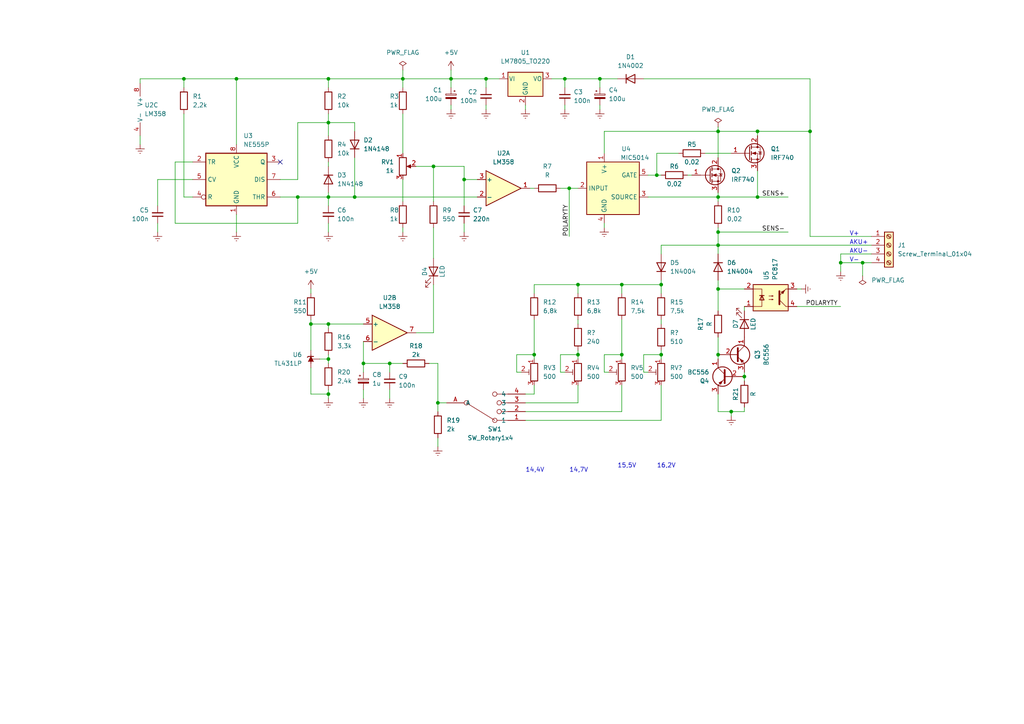
<source format=kicad_sch>
(kicad_sch (version 20211123) (generator eeschema)

  (uuid 9538e4ed-27e6-4c37-b989-9859dc0d49e8)

  (paper "A4")

  (lib_symbols
    (symbol "Amplifier_Operational:LM358" (pin_names (offset 0.127)) (in_bom yes) (on_board yes)
      (property "Reference" "U" (id 0) (at 0 5.08 0)
        (effects (font (size 1.27 1.27)) (justify left))
      )
      (property "Value" "LM358" (id 1) (at 0 -5.08 0)
        (effects (font (size 1.27 1.27)) (justify left))
      )
      (property "Footprint" "" (id 2) (at 0 0 0)
        (effects (font (size 1.27 1.27)) hide)
      )
      (property "Datasheet" "http://www.ti.com/lit/ds/symlink/lm2904-n.pdf" (id 3) (at 0 0 0)
        (effects (font (size 1.27 1.27)) hide)
      )
      (property "ki_locked" "" (id 4) (at 0 0 0)
        (effects (font (size 1.27 1.27)))
      )
      (property "ki_keywords" "dual opamp" (id 5) (at 0 0 0)
        (effects (font (size 1.27 1.27)) hide)
      )
      (property "ki_description" "Low-Power, Dual Operational Amplifiers, DIP-8/SOIC-8/TO-99-8" (id 6) (at 0 0 0)
        (effects (font (size 1.27 1.27)) hide)
      )
      (property "ki_fp_filters" "SOIC*3.9x4.9mm*P1.27mm* DIP*W7.62mm* TO*99* OnSemi*Micro8* TSSOP*3x3mm*P0.65mm* TSSOP*4.4x3mm*P0.65mm* MSOP*3x3mm*P0.65mm* SSOP*3.9x4.9mm*P0.635mm* LFCSP*2x2mm*P0.5mm* *SIP* SOIC*5.3x6.2mm*P1.27mm*" (id 7) (at 0 0 0)
        (effects (font (size 1.27 1.27)) hide)
      )
      (symbol "LM358_1_1"
        (polyline
          (pts
            (xy -5.08 5.08)
            (xy 5.08 0)
            (xy -5.08 -5.08)
            (xy -5.08 5.08)
          )
          (stroke (width 0.254) (type default) (color 0 0 0 0))
          (fill (type background))
        )
        (pin output line (at 7.62 0 180) (length 2.54)
          (name "~" (effects (font (size 1.27 1.27))))
          (number "1" (effects (font (size 1.27 1.27))))
        )
        (pin input line (at -7.62 -2.54 0) (length 2.54)
          (name "-" (effects (font (size 1.27 1.27))))
          (number "2" (effects (font (size 1.27 1.27))))
        )
        (pin input line (at -7.62 2.54 0) (length 2.54)
          (name "+" (effects (font (size 1.27 1.27))))
          (number "3" (effects (font (size 1.27 1.27))))
        )
      )
      (symbol "LM358_2_1"
        (polyline
          (pts
            (xy -5.08 5.08)
            (xy 5.08 0)
            (xy -5.08 -5.08)
            (xy -5.08 5.08)
          )
          (stroke (width 0.254) (type default) (color 0 0 0 0))
          (fill (type background))
        )
        (pin input line (at -7.62 2.54 0) (length 2.54)
          (name "+" (effects (font (size 1.27 1.27))))
          (number "5" (effects (font (size 1.27 1.27))))
        )
        (pin input line (at -7.62 -2.54 0) (length 2.54)
          (name "-" (effects (font (size 1.27 1.27))))
          (number "6" (effects (font (size 1.27 1.27))))
        )
        (pin output line (at 7.62 0 180) (length 2.54)
          (name "~" (effects (font (size 1.27 1.27))))
          (number "7" (effects (font (size 1.27 1.27))))
        )
      )
      (symbol "LM358_3_1"
        (pin power_in line (at -2.54 -7.62 90) (length 3.81)
          (name "V-" (effects (font (size 1.27 1.27))))
          (number "4" (effects (font (size 1.27 1.27))))
        )
        (pin power_in line (at -2.54 7.62 270) (length 3.81)
          (name "V+" (effects (font (size 1.27 1.27))))
          (number "8" (effects (font (size 1.27 1.27))))
        )
      )
    )
    (symbol "Connector:Screw_Terminal_01x04" (pin_names (offset 1.016) hide) (in_bom yes) (on_board yes)
      (property "Reference" "J" (id 0) (at 0 5.08 0)
        (effects (font (size 1.27 1.27)))
      )
      (property "Value" "Screw_Terminal_01x04" (id 1) (at 0 -7.62 0)
        (effects (font (size 1.27 1.27)))
      )
      (property "Footprint" "" (id 2) (at 0 0 0)
        (effects (font (size 1.27 1.27)) hide)
      )
      (property "Datasheet" "~" (id 3) (at 0 0 0)
        (effects (font (size 1.27 1.27)) hide)
      )
      (property "ki_keywords" "screw terminal" (id 4) (at 0 0 0)
        (effects (font (size 1.27 1.27)) hide)
      )
      (property "ki_description" "Generic screw terminal, single row, 01x04, script generated (kicad-library-utils/schlib/autogen/connector/)" (id 5) (at 0 0 0)
        (effects (font (size 1.27 1.27)) hide)
      )
      (property "ki_fp_filters" "TerminalBlock*:*" (id 6) (at 0 0 0)
        (effects (font (size 1.27 1.27)) hide)
      )
      (symbol "Screw_Terminal_01x04_1_1"
        (rectangle (start -1.27 3.81) (end 1.27 -6.35)
          (stroke (width 0.254) (type default) (color 0 0 0 0))
          (fill (type background))
        )
        (circle (center 0 -5.08) (radius 0.635)
          (stroke (width 0.1524) (type default) (color 0 0 0 0))
          (fill (type none))
        )
        (circle (center 0 -2.54) (radius 0.635)
          (stroke (width 0.1524) (type default) (color 0 0 0 0))
          (fill (type none))
        )
        (polyline
          (pts
            (xy -0.5334 -4.7498)
            (xy 0.3302 -5.588)
          )
          (stroke (width 0.1524) (type default) (color 0 0 0 0))
          (fill (type none))
        )
        (polyline
          (pts
            (xy -0.5334 -2.2098)
            (xy 0.3302 -3.048)
          )
          (stroke (width 0.1524) (type default) (color 0 0 0 0))
          (fill (type none))
        )
        (polyline
          (pts
            (xy -0.5334 0.3302)
            (xy 0.3302 -0.508)
          )
          (stroke (width 0.1524) (type default) (color 0 0 0 0))
          (fill (type none))
        )
        (polyline
          (pts
            (xy -0.5334 2.8702)
            (xy 0.3302 2.032)
          )
          (stroke (width 0.1524) (type default) (color 0 0 0 0))
          (fill (type none))
        )
        (polyline
          (pts
            (xy -0.3556 -4.572)
            (xy 0.508 -5.4102)
          )
          (stroke (width 0.1524) (type default) (color 0 0 0 0))
          (fill (type none))
        )
        (polyline
          (pts
            (xy -0.3556 -2.032)
            (xy 0.508 -2.8702)
          )
          (stroke (width 0.1524) (type default) (color 0 0 0 0))
          (fill (type none))
        )
        (polyline
          (pts
            (xy -0.3556 0.508)
            (xy 0.508 -0.3302)
          )
          (stroke (width 0.1524) (type default) (color 0 0 0 0))
          (fill (type none))
        )
        (polyline
          (pts
            (xy -0.3556 3.048)
            (xy 0.508 2.2098)
          )
          (stroke (width 0.1524) (type default) (color 0 0 0 0))
          (fill (type none))
        )
        (circle (center 0 0) (radius 0.635)
          (stroke (width 0.1524) (type default) (color 0 0 0 0))
          (fill (type none))
        )
        (circle (center 0 2.54) (radius 0.635)
          (stroke (width 0.1524) (type default) (color 0 0 0 0))
          (fill (type none))
        )
        (pin passive line (at -5.08 2.54 0) (length 3.81)
          (name "Pin_1" (effects (font (size 1.27 1.27))))
          (number "1" (effects (font (size 1.27 1.27))))
        )
        (pin passive line (at -5.08 0 0) (length 3.81)
          (name "Pin_2" (effects (font (size 1.27 1.27))))
          (number "2" (effects (font (size 1.27 1.27))))
        )
        (pin passive line (at -5.08 -2.54 0) (length 3.81)
          (name "Pin_3" (effects (font (size 1.27 1.27))))
          (number "3" (effects (font (size 1.27 1.27))))
        )
        (pin passive line (at -5.08 -5.08 0) (length 3.81)
          (name "Pin_4" (effects (font (size 1.27 1.27))))
          (number "4" (effects (font (size 1.27 1.27))))
        )
      )
    )
    (symbol "Device:C_Polarized_Small" (pin_numbers hide) (pin_names (offset 0.254) hide) (in_bom yes) (on_board yes)
      (property "Reference" "C" (id 0) (at 0.254 1.778 0)
        (effects (font (size 1.27 1.27)) (justify left))
      )
      (property "Value" "C_Polarized_Small" (id 1) (at 0.254 -2.032 0)
        (effects (font (size 1.27 1.27)) (justify left))
      )
      (property "Footprint" "" (id 2) (at 0 0 0)
        (effects (font (size 1.27 1.27)) hide)
      )
      (property "Datasheet" "~" (id 3) (at 0 0 0)
        (effects (font (size 1.27 1.27)) hide)
      )
      (property "ki_keywords" "cap capacitor" (id 4) (at 0 0 0)
        (effects (font (size 1.27 1.27)) hide)
      )
      (property "ki_description" "Polarized capacitor, small symbol" (id 5) (at 0 0 0)
        (effects (font (size 1.27 1.27)) hide)
      )
      (property "ki_fp_filters" "CP_*" (id 6) (at 0 0 0)
        (effects (font (size 1.27 1.27)) hide)
      )
      (symbol "C_Polarized_Small_0_1"
        (rectangle (start -1.524 -0.3048) (end 1.524 -0.6858)
          (stroke (width 0) (type default) (color 0 0 0 0))
          (fill (type outline))
        )
        (rectangle (start -1.524 0.6858) (end 1.524 0.3048)
          (stroke (width 0) (type default) (color 0 0 0 0))
          (fill (type none))
        )
        (polyline
          (pts
            (xy -1.27 1.524)
            (xy -0.762 1.524)
          )
          (stroke (width 0) (type default) (color 0 0 0 0))
          (fill (type none))
        )
        (polyline
          (pts
            (xy -1.016 1.27)
            (xy -1.016 1.778)
          )
          (stroke (width 0) (type default) (color 0 0 0 0))
          (fill (type none))
        )
      )
      (symbol "C_Polarized_Small_1_1"
        (pin passive line (at 0 2.54 270) (length 1.8542)
          (name "~" (effects (font (size 1.27 1.27))))
          (number "1" (effects (font (size 1.27 1.27))))
        )
        (pin passive line (at 0 -2.54 90) (length 1.8542)
          (name "~" (effects (font (size 1.27 1.27))))
          (number "2" (effects (font (size 1.27 1.27))))
        )
      )
    )
    (symbol "Device:C_Small" (pin_numbers hide) (pin_names (offset 0.254) hide) (in_bom yes) (on_board yes)
      (property "Reference" "C" (id 0) (at 0.254 1.778 0)
        (effects (font (size 1.27 1.27)) (justify left))
      )
      (property "Value" "C_Small" (id 1) (at 0.254 -2.032 0)
        (effects (font (size 1.27 1.27)) (justify left))
      )
      (property "Footprint" "" (id 2) (at 0 0 0)
        (effects (font (size 1.27 1.27)) hide)
      )
      (property "Datasheet" "~" (id 3) (at 0 0 0)
        (effects (font (size 1.27 1.27)) hide)
      )
      (property "ki_keywords" "capacitor cap" (id 4) (at 0 0 0)
        (effects (font (size 1.27 1.27)) hide)
      )
      (property "ki_description" "Unpolarized capacitor, small symbol" (id 5) (at 0 0 0)
        (effects (font (size 1.27 1.27)) hide)
      )
      (property "ki_fp_filters" "C_*" (id 6) (at 0 0 0)
        (effects (font (size 1.27 1.27)) hide)
      )
      (symbol "C_Small_0_1"
        (polyline
          (pts
            (xy -1.524 -0.508)
            (xy 1.524 -0.508)
          )
          (stroke (width 0.3302) (type default) (color 0 0 0 0))
          (fill (type none))
        )
        (polyline
          (pts
            (xy -1.524 0.508)
            (xy 1.524 0.508)
          )
          (stroke (width 0.3048) (type default) (color 0 0 0 0))
          (fill (type none))
        )
      )
      (symbol "C_Small_1_1"
        (pin passive line (at 0 2.54 270) (length 2.032)
          (name "~" (effects (font (size 1.27 1.27))))
          (number "1" (effects (font (size 1.27 1.27))))
        )
        (pin passive line (at 0 -2.54 90) (length 2.032)
          (name "~" (effects (font (size 1.27 1.27))))
          (number "2" (effects (font (size 1.27 1.27))))
        )
      )
    )
    (symbol "Device:LED" (pin_numbers hide) (pin_names (offset 1.016) hide) (in_bom yes) (on_board yes)
      (property "Reference" "D" (id 0) (at 0 2.54 0)
        (effects (font (size 1.27 1.27)))
      )
      (property "Value" "LED" (id 1) (at 0 -2.54 0)
        (effects (font (size 1.27 1.27)))
      )
      (property "Footprint" "" (id 2) (at 0 0 0)
        (effects (font (size 1.27 1.27)) hide)
      )
      (property "Datasheet" "~" (id 3) (at 0 0 0)
        (effects (font (size 1.27 1.27)) hide)
      )
      (property "ki_keywords" "LED diode" (id 4) (at 0 0 0)
        (effects (font (size 1.27 1.27)) hide)
      )
      (property "ki_description" "Light emitting diode" (id 5) (at 0 0 0)
        (effects (font (size 1.27 1.27)) hide)
      )
      (property "ki_fp_filters" "LED* LED_SMD:* LED_THT:*" (id 6) (at 0 0 0)
        (effects (font (size 1.27 1.27)) hide)
      )
      (symbol "LED_0_1"
        (polyline
          (pts
            (xy -1.27 -1.27)
            (xy -1.27 1.27)
          )
          (stroke (width 0.254) (type default) (color 0 0 0 0))
          (fill (type none))
        )
        (polyline
          (pts
            (xy -1.27 0)
            (xy 1.27 0)
          )
          (stroke (width 0) (type default) (color 0 0 0 0))
          (fill (type none))
        )
        (polyline
          (pts
            (xy 1.27 -1.27)
            (xy 1.27 1.27)
            (xy -1.27 0)
            (xy 1.27 -1.27)
          )
          (stroke (width 0.254) (type default) (color 0 0 0 0))
          (fill (type none))
        )
        (polyline
          (pts
            (xy -3.048 -0.762)
            (xy -4.572 -2.286)
            (xy -3.81 -2.286)
            (xy -4.572 -2.286)
            (xy -4.572 -1.524)
          )
          (stroke (width 0) (type default) (color 0 0 0 0))
          (fill (type none))
        )
        (polyline
          (pts
            (xy -1.778 -0.762)
            (xy -3.302 -2.286)
            (xy -2.54 -2.286)
            (xy -3.302 -2.286)
            (xy -3.302 -1.524)
          )
          (stroke (width 0) (type default) (color 0 0 0 0))
          (fill (type none))
        )
      )
      (symbol "LED_1_1"
        (pin passive line (at -3.81 0 0) (length 2.54)
          (name "K" (effects (font (size 1.27 1.27))))
          (number "1" (effects (font (size 1.27 1.27))))
        )
        (pin passive line (at 3.81 0 180) (length 2.54)
          (name "A" (effects (font (size 1.27 1.27))))
          (number "2" (effects (font (size 1.27 1.27))))
        )
      )
    )
    (symbol "Device:R" (pin_numbers hide) (pin_names (offset 0)) (in_bom yes) (on_board yes)
      (property "Reference" "R" (id 0) (at 2.032 0 90)
        (effects (font (size 1.27 1.27)))
      )
      (property "Value" "R" (id 1) (at 0 0 90)
        (effects (font (size 1.27 1.27)))
      )
      (property "Footprint" "" (id 2) (at -1.778 0 90)
        (effects (font (size 1.27 1.27)) hide)
      )
      (property "Datasheet" "~" (id 3) (at 0 0 0)
        (effects (font (size 1.27 1.27)) hide)
      )
      (property "ki_keywords" "R res resistor" (id 4) (at 0 0 0)
        (effects (font (size 1.27 1.27)) hide)
      )
      (property "ki_description" "Resistor" (id 5) (at 0 0 0)
        (effects (font (size 1.27 1.27)) hide)
      )
      (property "ki_fp_filters" "R_*" (id 6) (at 0 0 0)
        (effects (font (size 1.27 1.27)) hide)
      )
      (symbol "R_0_1"
        (rectangle (start -1.016 -2.54) (end 1.016 2.54)
          (stroke (width 0.254) (type default) (color 0 0 0 0))
          (fill (type none))
        )
      )
      (symbol "R_1_1"
        (pin passive line (at 0 3.81 270) (length 1.27)
          (name "~" (effects (font (size 1.27 1.27))))
          (number "1" (effects (font (size 1.27 1.27))))
        )
        (pin passive line (at 0 -3.81 90) (length 1.27)
          (name "~" (effects (font (size 1.27 1.27))))
          (number "2" (effects (font (size 1.27 1.27))))
        )
      )
    )
    (symbol "Device:R_Potentiometer" (pin_names (offset 1.016) hide) (in_bom yes) (on_board yes)
      (property "Reference" "RV" (id 0) (at -4.445 0 90)
        (effects (font (size 1.27 1.27)))
      )
      (property "Value" "R_Potentiometer" (id 1) (at -2.54 0 90)
        (effects (font (size 1.27 1.27)))
      )
      (property "Footprint" "" (id 2) (at 0 0 0)
        (effects (font (size 1.27 1.27)) hide)
      )
      (property "Datasheet" "~" (id 3) (at 0 0 0)
        (effects (font (size 1.27 1.27)) hide)
      )
      (property "ki_keywords" "resistor variable" (id 4) (at 0 0 0)
        (effects (font (size 1.27 1.27)) hide)
      )
      (property "ki_description" "Potentiometer" (id 5) (at 0 0 0)
        (effects (font (size 1.27 1.27)) hide)
      )
      (property "ki_fp_filters" "Potentiometer*" (id 6) (at 0 0 0)
        (effects (font (size 1.27 1.27)) hide)
      )
      (symbol "R_Potentiometer_0_1"
        (polyline
          (pts
            (xy 2.54 0)
            (xy 1.524 0)
          )
          (stroke (width 0) (type default) (color 0 0 0 0))
          (fill (type none))
        )
        (polyline
          (pts
            (xy 1.143 0)
            (xy 2.286 0.508)
            (xy 2.286 -0.508)
            (xy 1.143 0)
          )
          (stroke (width 0) (type default) (color 0 0 0 0))
          (fill (type outline))
        )
        (rectangle (start 1.016 2.54) (end -1.016 -2.54)
          (stroke (width 0.254) (type default) (color 0 0 0 0))
          (fill (type none))
        )
      )
      (symbol "R_Potentiometer_1_1"
        (pin passive line (at 0 3.81 270) (length 1.27)
          (name "1" (effects (font (size 1.27 1.27))))
          (number "1" (effects (font (size 1.27 1.27))))
        )
        (pin passive line (at 3.81 0 180) (length 1.27)
          (name "2" (effects (font (size 1.27 1.27))))
          (number "2" (effects (font (size 1.27 1.27))))
        )
        (pin passive line (at 0 -3.81 90) (length 1.27)
          (name "3" (effects (font (size 1.27 1.27))))
          (number "3" (effects (font (size 1.27 1.27))))
        )
      )
    )
    (symbol "Device:R_Potentiometer_Trim" (pin_names (offset 1.016) hide) (in_bom yes) (on_board yes)
      (property "Reference" "RV" (id 0) (at -4.445 0 90)
        (effects (font (size 1.27 1.27)))
      )
      (property "Value" "R_Potentiometer_Trim" (id 1) (at -2.54 0 90)
        (effects (font (size 1.27 1.27)))
      )
      (property "Footprint" "" (id 2) (at 0 0 0)
        (effects (font (size 1.27 1.27)) hide)
      )
      (property "Datasheet" "~" (id 3) (at 0 0 0)
        (effects (font (size 1.27 1.27)) hide)
      )
      (property "ki_keywords" "resistor variable trimpot trimmer" (id 4) (at 0 0 0)
        (effects (font (size 1.27 1.27)) hide)
      )
      (property "ki_description" "Trim-potentiometer" (id 5) (at 0 0 0)
        (effects (font (size 1.27 1.27)) hide)
      )
      (property "ki_fp_filters" "Potentiometer*" (id 6) (at 0 0 0)
        (effects (font (size 1.27 1.27)) hide)
      )
      (symbol "R_Potentiometer_Trim_0_1"
        (polyline
          (pts
            (xy 1.524 0.762)
            (xy 1.524 -0.762)
          )
          (stroke (width 0) (type default) (color 0 0 0 0))
          (fill (type none))
        )
        (polyline
          (pts
            (xy 2.54 0)
            (xy 1.524 0)
          )
          (stroke (width 0) (type default) (color 0 0 0 0))
          (fill (type none))
        )
        (rectangle (start 1.016 2.54) (end -1.016 -2.54)
          (stroke (width 0.254) (type default) (color 0 0 0 0))
          (fill (type none))
        )
      )
      (symbol "R_Potentiometer_Trim_1_1"
        (pin passive line (at 0 3.81 270) (length 1.27)
          (name "1" (effects (font (size 1.27 1.27))))
          (number "1" (effects (font (size 1.27 1.27))))
        )
        (pin passive line (at 3.81 0 180) (length 1.27)
          (name "2" (effects (font (size 1.27 1.27))))
          (number "2" (effects (font (size 1.27 1.27))))
        )
        (pin passive line (at 0 -3.81 90) (length 1.27)
          (name "3" (effects (font (size 1.27 1.27))))
          (number "3" (effects (font (size 1.27 1.27))))
        )
      )
    )
    (symbol "Diode:1N4002" (pin_numbers hide) (pin_names (offset 1.016) hide) (in_bom yes) (on_board yes)
      (property "Reference" "D" (id 0) (at 0 2.54 0)
        (effects (font (size 1.27 1.27)))
      )
      (property "Value" "1N4002" (id 1) (at 0 -2.54 0)
        (effects (font (size 1.27 1.27)))
      )
      (property "Footprint" "Diode_THT:D_DO-41_SOD81_P10.16mm_Horizontal" (id 2) (at 0 -4.445 0)
        (effects (font (size 1.27 1.27)) hide)
      )
      (property "Datasheet" "http://www.vishay.com/docs/88503/1n4001.pdf" (id 3) (at 0 0 0)
        (effects (font (size 1.27 1.27)) hide)
      )
      (property "ki_keywords" "diode" (id 4) (at 0 0 0)
        (effects (font (size 1.27 1.27)) hide)
      )
      (property "ki_description" "100V 1A General Purpose Rectifier Diode, DO-41" (id 5) (at 0 0 0)
        (effects (font (size 1.27 1.27)) hide)
      )
      (property "ki_fp_filters" "D*DO?41*" (id 6) (at 0 0 0)
        (effects (font (size 1.27 1.27)) hide)
      )
      (symbol "1N4002_0_1"
        (polyline
          (pts
            (xy -1.27 1.27)
            (xy -1.27 -1.27)
          )
          (stroke (width 0.254) (type default) (color 0 0 0 0))
          (fill (type none))
        )
        (polyline
          (pts
            (xy 1.27 0)
            (xy -1.27 0)
          )
          (stroke (width 0) (type default) (color 0 0 0 0))
          (fill (type none))
        )
        (polyline
          (pts
            (xy 1.27 1.27)
            (xy 1.27 -1.27)
            (xy -1.27 0)
            (xy 1.27 1.27)
          )
          (stroke (width 0.254) (type default) (color 0 0 0 0))
          (fill (type none))
        )
      )
      (symbol "1N4002_1_1"
        (pin passive line (at -3.81 0 0) (length 2.54)
          (name "K" (effects (font (size 1.27 1.27))))
          (number "1" (effects (font (size 1.27 1.27))))
        )
        (pin passive line (at 3.81 0 180) (length 2.54)
          (name "A" (effects (font (size 1.27 1.27))))
          (number "2" (effects (font (size 1.27 1.27))))
        )
      )
    )
    (symbol "Diode:1N4148" (pin_numbers hide) (pin_names (offset 1.016) hide) (in_bom yes) (on_board yes)
      (property "Reference" "D" (id 0) (at 0 2.54 0)
        (effects (font (size 1.27 1.27)))
      )
      (property "Value" "1N4148" (id 1) (at 0 -2.54 0)
        (effects (font (size 1.27 1.27)))
      )
      (property "Footprint" "Diode_THT:D_DO-35_SOD27_P7.62mm_Horizontal" (id 2) (at 0 -4.445 0)
        (effects (font (size 1.27 1.27)) hide)
      )
      (property "Datasheet" "https://assets.nexperia.com/documents/data-sheet/1N4148_1N4448.pdf" (id 3) (at 0 0 0)
        (effects (font (size 1.27 1.27)) hide)
      )
      (property "ki_keywords" "diode" (id 4) (at 0 0 0)
        (effects (font (size 1.27 1.27)) hide)
      )
      (property "ki_description" "100V 0.15A standard switching diode, DO-35" (id 5) (at 0 0 0)
        (effects (font (size 1.27 1.27)) hide)
      )
      (property "ki_fp_filters" "D*DO?35*" (id 6) (at 0 0 0)
        (effects (font (size 1.27 1.27)) hide)
      )
      (symbol "1N4148_0_1"
        (polyline
          (pts
            (xy -1.27 1.27)
            (xy -1.27 -1.27)
          )
          (stroke (width 0.254) (type default) (color 0 0 0 0))
          (fill (type none))
        )
        (polyline
          (pts
            (xy 1.27 0)
            (xy -1.27 0)
          )
          (stroke (width 0) (type default) (color 0 0 0 0))
          (fill (type none))
        )
        (polyline
          (pts
            (xy 1.27 1.27)
            (xy 1.27 -1.27)
            (xy -1.27 0)
            (xy 1.27 1.27)
          )
          (stroke (width 0.254) (type default) (color 0 0 0 0))
          (fill (type none))
        )
      )
      (symbol "1N4148_1_1"
        (pin passive line (at -3.81 0 0) (length 2.54)
          (name "K" (effects (font (size 1.27 1.27))))
          (number "1" (effects (font (size 1.27 1.27))))
        )
        (pin passive line (at 3.81 0 180) (length 2.54)
          (name "A" (effects (font (size 1.27 1.27))))
          (number "2" (effects (font (size 1.27 1.27))))
        )
      )
    )
    (symbol "Isolator:PC817" (pin_names (offset 1.016)) (in_bom yes) (on_board yes)
      (property "Reference" "U" (id 0) (at -5.08 5.08 0)
        (effects (font (size 1.27 1.27)) (justify left))
      )
      (property "Value" "PC817" (id 1) (at 0 5.08 0)
        (effects (font (size 1.27 1.27)) (justify left))
      )
      (property "Footprint" "Package_DIP:DIP-4_W7.62mm" (id 2) (at -5.08 -5.08 0)
        (effects (font (size 1.27 1.27) italic) (justify left) hide)
      )
      (property "Datasheet" "http://www.soselectronic.cz/a_info/resource/d/pc817.pdf" (id 3) (at 0 0 0)
        (effects (font (size 1.27 1.27)) (justify left) hide)
      )
      (property "ki_keywords" "NPN DC Optocoupler" (id 4) (at 0 0 0)
        (effects (font (size 1.27 1.27)) hide)
      )
      (property "ki_description" "DC Optocoupler, Vce 35V, CTR 50-300%, DIP-4" (id 5) (at 0 0 0)
        (effects (font (size 1.27 1.27)) hide)
      )
      (property "ki_fp_filters" "DIP*W7.62mm*" (id 6) (at 0 0 0)
        (effects (font (size 1.27 1.27)) hide)
      )
      (symbol "PC817_0_1"
        (rectangle (start -5.08 3.81) (end 5.08 -3.81)
          (stroke (width 0.254) (type default) (color 0 0 0 0))
          (fill (type background))
        )
        (polyline
          (pts
            (xy -3.175 -0.635)
            (xy -1.905 -0.635)
          )
          (stroke (width 0.254) (type default) (color 0 0 0 0))
          (fill (type none))
        )
        (polyline
          (pts
            (xy 2.54 0.635)
            (xy 4.445 2.54)
          )
          (stroke (width 0) (type default) (color 0 0 0 0))
          (fill (type none))
        )
        (polyline
          (pts
            (xy 4.445 -2.54)
            (xy 2.54 -0.635)
          )
          (stroke (width 0) (type default) (color 0 0 0 0))
          (fill (type outline))
        )
        (polyline
          (pts
            (xy 4.445 -2.54)
            (xy 5.08 -2.54)
          )
          (stroke (width 0) (type default) (color 0 0 0 0))
          (fill (type none))
        )
        (polyline
          (pts
            (xy 4.445 2.54)
            (xy 5.08 2.54)
          )
          (stroke (width 0) (type default) (color 0 0 0 0))
          (fill (type none))
        )
        (polyline
          (pts
            (xy -5.08 2.54)
            (xy -2.54 2.54)
            (xy -2.54 -0.635)
          )
          (stroke (width 0) (type default) (color 0 0 0 0))
          (fill (type none))
        )
        (polyline
          (pts
            (xy -2.54 -0.635)
            (xy -2.54 -2.54)
            (xy -5.08 -2.54)
          )
          (stroke (width 0) (type default) (color 0 0 0 0))
          (fill (type none))
        )
        (polyline
          (pts
            (xy 2.54 1.905)
            (xy 2.54 -1.905)
            (xy 2.54 -1.905)
          )
          (stroke (width 0.508) (type default) (color 0 0 0 0))
          (fill (type none))
        )
        (polyline
          (pts
            (xy -2.54 -0.635)
            (xy -3.175 0.635)
            (xy -1.905 0.635)
            (xy -2.54 -0.635)
          )
          (stroke (width 0.254) (type default) (color 0 0 0 0))
          (fill (type none))
        )
        (polyline
          (pts
            (xy -0.508 -0.508)
            (xy 0.762 -0.508)
            (xy 0.381 -0.635)
            (xy 0.381 -0.381)
            (xy 0.762 -0.508)
          )
          (stroke (width 0) (type default) (color 0 0 0 0))
          (fill (type none))
        )
        (polyline
          (pts
            (xy -0.508 0.508)
            (xy 0.762 0.508)
            (xy 0.381 0.381)
            (xy 0.381 0.635)
            (xy 0.762 0.508)
          )
          (stroke (width 0) (type default) (color 0 0 0 0))
          (fill (type none))
        )
        (polyline
          (pts
            (xy 3.048 -1.651)
            (xy 3.556 -1.143)
            (xy 4.064 -2.159)
            (xy 3.048 -1.651)
            (xy 3.048 -1.651)
          )
          (stroke (width 0) (type default) (color 0 0 0 0))
          (fill (type outline))
        )
      )
      (symbol "PC817_1_1"
        (pin passive line (at -7.62 2.54 0) (length 2.54)
          (name "~" (effects (font (size 1.27 1.27))))
          (number "1" (effects (font (size 1.27 1.27))))
        )
        (pin passive line (at -7.62 -2.54 0) (length 2.54)
          (name "~" (effects (font (size 1.27 1.27))))
          (number "2" (effects (font (size 1.27 1.27))))
        )
        (pin passive line (at 7.62 -2.54 180) (length 2.54)
          (name "~" (effects (font (size 1.27 1.27))))
          (number "3" (effects (font (size 1.27 1.27))))
        )
        (pin passive line (at 7.62 2.54 180) (length 2.54)
          (name "~" (effects (font (size 1.27 1.27))))
          (number "4" (effects (font (size 1.27 1.27))))
        )
      )
    )
    (symbol "Pro_Library:MIC5014" (in_bom yes) (on_board yes)
      (property "Reference" "U" (id 0) (at -6.35 8.89 0)
        (effects (font (size 1.27 1.27)))
      )
      (property "Value" "MIC5014" (id 1) (at 5.08 8.89 0)
        (effects (font (size 1.27 1.27)))
      )
      (property "Footprint" "" (id 2) (at 0 0 0)
        (effects (font (size 1.27 1.27)) hide)
      )
      (property "Datasheet" "" (id 3) (at 0 0 0)
        (effects (font (size 1.27 1.27)) hide)
      )
      (symbol "MIC5014_0_1"
        (rectangle (start -7.62 -7.62) (end 7.62 7.62)
          (stroke (width 0.254) (type default) (color 0 0 0 0))
          (fill (type background))
        )
      )
      (symbol "MIC5014_1_1"
        (pin power_in line (at -2.54 10.16 270) (length 2.54)
          (name "V+" (effects (font (size 1.27 1.27))))
          (number "1" (effects (font (size 1.27 1.27))))
        )
        (pin input line (at -10.16 0 0) (length 2.54)
          (name "INPUT" (effects (font (size 1.27 1.27))))
          (number "2" (effects (font (size 1.27 1.27))))
        )
        (pin input line (at 10.16 -2.54 180) (length 2.54)
          (name "SOURCE" (effects (font (size 1.27 1.27))))
          (number "3" (effects (font (size 1.27 1.27))))
        )
        (pin power_in line (at -2.54 -10.16 90) (length 2.54)
          (name "GND" (effects (font (size 1.27 1.27))))
          (number "4" (effects (font (size 1.27 1.27))))
        )
        (pin output line (at 10.16 3.81 180) (length 2.54)
          (name "GATE" (effects (font (size 1.27 1.27))))
          (number "5" (effects (font (size 1.27 1.27))))
        )
        (pin no_connect line (at -7.62 -5.715 0) (length 2.54) hide
          (name "NC" (effects (font (size 1.27 1.27))))
          (number "6" (effects (font (size 1.27 1.27))))
        )
        (pin no_connect line (at 7.62 0.635 180) (length 2.54) hide
          (name "NC" (effects (font (size 1.27 1.27))))
          (number "7" (effects (font (size 1.27 1.27))))
        )
        (pin no_connect line (at 7.62 -5.715 180) (length 2.54) hide
          (name "NC" (effects (font (size 1.27 1.27))))
          (number "8" (effects (font (size 1.27 1.27))))
        )
      )
    )
    (symbol "Pro_Library:SW_Rotary1x4" (in_bom yes) (on_board yes)
      (property "Reference" "SW" (id 0) (at 0 6.35 0)
        (effects (font (size 1.27 1.27)))
      )
      (property "Value" "SW_Rotary1x4" (id 1) (at 0 -6.35 0)
        (effects (font (size 1.27 1.27)))
      )
      (property "Footprint" "" (id 2) (at 0 0 0)
        (effects (font (size 1.27 1.27)) hide)
      )
      (property "Datasheet" "" (id 3) (at 0 0 0)
        (effects (font (size 1.27 1.27)) hide)
      )
      (symbol "SW_Rotary1x4_0_0"
        (circle (center -9.525 -1.27) (radius 0.635)
          (stroke (width 0) (type default) (color 0 0 0 0))
          (fill (type none))
        )
        (circle (center -1.27 -3.81) (radius 0.635)
          (stroke (width 0) (type default) (color 0 0 0 0))
          (fill (type none))
        )
        (circle (center -1.27 3.81) (radius 0.635)
          (stroke (width 0) (type default) (color 0 0 0 0))
          (fill (type none))
        )
        (circle (center 0 -1.27) (radius 0.635)
          (stroke (width 0) (type default) (color 0 0 0 0))
          (fill (type none))
        )
        (polyline
          (pts
            (xy -9.525 -1.27)
            (xy -1.27 3.81)
          )
          (stroke (width 0) (type default) (color 0 0 0 0))
          (fill (type none))
        )
        (polyline
          (pts
            (xy -0.635 -3.81)
            (xy 2.54 -3.81)
          )
          (stroke (width 0) (type default) (color 0 0 0 0))
          (fill (type none))
        )
        (polyline
          (pts
            (xy -0.635 3.81)
            (xy 2.54 3.81)
          )
          (stroke (width 0) (type default) (color 0 0 0 0))
          (fill (type none))
        )
        (polyline
          (pts
            (xy 0.635 -1.27)
            (xy 2.54 -1.27)
          )
          (stroke (width 0) (type default) (color 0 0 0 0))
          (fill (type none))
        )
        (polyline
          (pts
            (xy 0.635 1.27)
            (xy 2.54 1.27)
          )
          (stroke (width 0) (type default) (color 0 0 0 0))
          (fill (type none))
        )
        (circle (center 0 1.27) (radius 0.635)
          (stroke (width 0) (type default) (color 0 0 0 0))
          (fill (type none))
        )
      )
      (symbol "SW_Rotary1x4_0_1"
        (pin passive line (at 7.62 3.81 180) (length 5.08)
          (name "1" (effects (font (size 1.27 1.27))))
          (number "1" (effects (font (size 1.27 1.27))))
        )
        (pin passive line (at 7.62 1.27 180) (length 5.08)
          (name "2" (effects (font (size 1.27 1.27))))
          (number "2" (effects (font (size 1.27 1.27))))
        )
        (pin passive line (at 7.62 -1.27 180) (length 5.08)
          (name "3" (effects (font (size 1.27 1.27))))
          (number "3" (effects (font (size 1.27 1.27))))
        )
        (pin passive line (at 7.62 -3.81 180) (length 5.08)
          (name "4" (effects (font (size 1.27 1.27))))
          (number "4" (effects (font (size 1.27 1.27))))
        )
        (pin passive line (at -15.24 -1.27 0) (length 5.08)
          (name "A" (effects (font (size 1.27 1.27))))
          (number "A" (effects (font (size 1.27 1.27))))
        )
      )
    )
    (symbol "Reference_Voltage:TL431LP" (pin_numbers hide) (pin_names hide) (in_bom yes) (on_board yes)
      (property "Reference" "U" (id 0) (at -2.54 2.54 0)
        (effects (font (size 1.27 1.27)))
      )
      (property "Value" "TL431LP" (id 1) (at 0 -2.54 0)
        (effects (font (size 1.27 1.27)))
      )
      (property "Footprint" "Package_TO_SOT_THT:TO-92_Inline" (id 2) (at 0 -3.81 0)
        (effects (font (size 1.27 1.27) italic) hide)
      )
      (property "Datasheet" "http://www.ti.com/lit/ds/symlink/tl431.pdf" (id 3) (at 0 0 0)
        (effects (font (size 1.27 1.27) italic) hide)
      )
      (property "ki_keywords" "diode device regulator shunt" (id 4) (at 0 0 0)
        (effects (font (size 1.27 1.27)) hide)
      )
      (property "ki_description" "Shunt Regulator, TO-92" (id 5) (at 0 0 0)
        (effects (font (size 1.27 1.27)) hide)
      )
      (property "ki_fp_filters" "TO*92*" (id 6) (at 0 0 0)
        (effects (font (size 1.27 1.27)) hide)
      )
      (symbol "TL431LP_0_1"
        (polyline
          (pts
            (xy -1.27 0)
            (xy 0 0)
            (xy 1.27 0)
          )
          (stroke (width 0) (type default) (color 0 0 0 0))
          (fill (type none))
        )
        (polyline
          (pts
            (xy -0.762 0.762)
            (xy 0.762 0)
            (xy -0.762 -0.762)
          )
          (stroke (width 0) (type default) (color 0 0 0 0))
          (fill (type outline))
        )
        (polyline
          (pts
            (xy 0.508 -1.016)
            (xy 0.762 -0.762)
            (xy 0.762 0.762)
            (xy 0.762 0.762)
          )
          (stroke (width 0.254) (type default) (color 0 0 0 0))
          (fill (type none))
        )
      )
      (symbol "TL431LP_1_1"
        (pin passive line (at 0 2.54 270) (length 2.54)
          (name "REF" (effects (font (size 1.27 1.27))))
          (number "1" (effects (font (size 1.27 1.27))))
        )
        (pin passive line (at -2.54 0 0) (length 2.54)
          (name "A" (effects (font (size 1.27 1.27))))
          (number "2" (effects (font (size 1.27 1.27))))
        )
        (pin passive line (at 2.54 0 180) (length 2.54)
          (name "K" (effects (font (size 1.27 1.27))))
          (number "3" (effects (font (size 1.27 1.27))))
        )
      )
    )
    (symbol "Regulator_Linear:LM7805_TO220" (pin_names (offset 0.254)) (in_bom yes) (on_board yes)
      (property "Reference" "U" (id 0) (at -3.81 3.175 0)
        (effects (font (size 1.27 1.27)))
      )
      (property "Value" "LM7805_TO220" (id 1) (at 0 3.175 0)
        (effects (font (size 1.27 1.27)) (justify left))
      )
      (property "Footprint" "Package_TO_SOT_THT:TO-220-3_Vertical" (id 2) (at 0 5.715 0)
        (effects (font (size 1.27 1.27) italic) hide)
      )
      (property "Datasheet" "https://www.onsemi.cn/PowerSolutions/document/MC7800-D.PDF" (id 3) (at 0 -1.27 0)
        (effects (font (size 1.27 1.27)) hide)
      )
      (property "ki_keywords" "Voltage Regulator 1A Positive" (id 4) (at 0 0 0)
        (effects (font (size 1.27 1.27)) hide)
      )
      (property "ki_description" "Positive 1A 35V Linear Regulator, Fixed Output 5V, TO-220" (id 5) (at 0 0 0)
        (effects (font (size 1.27 1.27)) hide)
      )
      (property "ki_fp_filters" "TO?220*" (id 6) (at 0 0 0)
        (effects (font (size 1.27 1.27)) hide)
      )
      (symbol "LM7805_TO220_0_1"
        (rectangle (start -5.08 1.905) (end 5.08 -5.08)
          (stroke (width 0.254) (type default) (color 0 0 0 0))
          (fill (type background))
        )
      )
      (symbol "LM7805_TO220_1_1"
        (pin power_in line (at -7.62 0 0) (length 2.54)
          (name "VI" (effects (font (size 1.27 1.27))))
          (number "1" (effects (font (size 1.27 1.27))))
        )
        (pin power_in line (at 0 -7.62 90) (length 2.54)
          (name "GND" (effects (font (size 1.27 1.27))))
          (number "2" (effects (font (size 1.27 1.27))))
        )
        (pin power_out line (at 7.62 0 180) (length 2.54)
          (name "VO" (effects (font (size 1.27 1.27))))
          (number "3" (effects (font (size 1.27 1.27))))
        )
      )
    )
    (symbol "Timer:NE555P" (in_bom yes) (on_board yes)
      (property "Reference" "U" (id 0) (at -10.16 8.89 0)
        (effects (font (size 1.27 1.27)) (justify left))
      )
      (property "Value" "NE555P" (id 1) (at 2.54 8.89 0)
        (effects (font (size 1.27 1.27)) (justify left))
      )
      (property "Footprint" "Package_DIP:DIP-8_W7.62mm" (id 2) (at 16.51 -10.16 0)
        (effects (font (size 1.27 1.27)) hide)
      )
      (property "Datasheet" "http://www.ti.com/lit/ds/symlink/ne555.pdf" (id 3) (at 21.59 -10.16 0)
        (effects (font (size 1.27 1.27)) hide)
      )
      (property "ki_keywords" "single timer 555" (id 4) (at 0 0 0)
        (effects (font (size 1.27 1.27)) hide)
      )
      (property "ki_description" "Precision Timers, 555 compatible,  PDIP-8" (id 5) (at 0 0 0)
        (effects (font (size 1.27 1.27)) hide)
      )
      (property "ki_fp_filters" "DIP*W7.62mm*" (id 6) (at 0 0 0)
        (effects (font (size 1.27 1.27)) hide)
      )
      (symbol "NE555P_0_0"
        (pin power_in line (at 0 -10.16 90) (length 2.54)
          (name "GND" (effects (font (size 1.27 1.27))))
          (number "1" (effects (font (size 1.27 1.27))))
        )
        (pin power_in line (at 0 10.16 270) (length 2.54)
          (name "VCC" (effects (font (size 1.27 1.27))))
          (number "8" (effects (font (size 1.27 1.27))))
        )
      )
      (symbol "NE555P_0_1"
        (rectangle (start -8.89 -7.62) (end 8.89 7.62)
          (stroke (width 0.254) (type default) (color 0 0 0 0))
          (fill (type background))
        )
        (rectangle (start -8.89 -7.62) (end 8.89 7.62)
          (stroke (width 0.254) (type default) (color 0 0 0 0))
          (fill (type background))
        )
      )
      (symbol "NE555P_1_1"
        (pin input line (at -12.7 5.08 0) (length 3.81)
          (name "TR" (effects (font (size 1.27 1.27))))
          (number "2" (effects (font (size 1.27 1.27))))
        )
        (pin output line (at 12.7 5.08 180) (length 3.81)
          (name "Q" (effects (font (size 1.27 1.27))))
          (number "3" (effects (font (size 1.27 1.27))))
        )
        (pin input inverted (at -12.7 -5.08 0) (length 3.81)
          (name "R" (effects (font (size 1.27 1.27))))
          (number "4" (effects (font (size 1.27 1.27))))
        )
        (pin input line (at -12.7 0 0) (length 3.81)
          (name "CV" (effects (font (size 1.27 1.27))))
          (number "5" (effects (font (size 1.27 1.27))))
        )
        (pin input line (at 12.7 -5.08 180) (length 3.81)
          (name "THR" (effects (font (size 1.27 1.27))))
          (number "6" (effects (font (size 1.27 1.27))))
        )
        (pin input line (at 12.7 0 180) (length 3.81)
          (name "DIS" (effects (font (size 1.27 1.27))))
          (number "7" (effects (font (size 1.27 1.27))))
        )
      )
    )
    (symbol "Transistor_BJT:BC556" (pin_names (offset 0) hide) (in_bom yes) (on_board yes)
      (property "Reference" "Q" (id 0) (at 5.08 1.905 0)
        (effects (font (size 1.27 1.27)) (justify left))
      )
      (property "Value" "BC556" (id 1) (at 5.08 0 0)
        (effects (font (size 1.27 1.27)) (justify left))
      )
      (property "Footprint" "Package_TO_SOT_THT:TO-92_Inline" (id 2) (at 5.08 -1.905 0)
        (effects (font (size 1.27 1.27) italic) (justify left) hide)
      )
      (property "Datasheet" "https://www.onsemi.com/pub/Collateral/BC556BTA-D.pdf" (id 3) (at 0 0 0)
        (effects (font (size 1.27 1.27)) (justify left) hide)
      )
      (property "ki_keywords" "PNP Transistor" (id 4) (at 0 0 0)
        (effects (font (size 1.27 1.27)) hide)
      )
      (property "ki_description" "0.1A Ic, 65V Vce, PNP Small Signal Transistor, TO-92" (id 5) (at 0 0 0)
        (effects (font (size 1.27 1.27)) hide)
      )
      (property "ki_fp_filters" "TO?92*" (id 6) (at 0 0 0)
        (effects (font (size 1.27 1.27)) hide)
      )
      (symbol "BC556_0_1"
        (polyline
          (pts
            (xy 0.635 0.635)
            (xy 2.54 2.54)
          )
          (stroke (width 0) (type default) (color 0 0 0 0))
          (fill (type none))
        )
        (polyline
          (pts
            (xy 0.635 -0.635)
            (xy 2.54 -2.54)
            (xy 2.54 -2.54)
          )
          (stroke (width 0) (type default) (color 0 0 0 0))
          (fill (type none))
        )
        (polyline
          (pts
            (xy 0.635 1.905)
            (xy 0.635 -1.905)
            (xy 0.635 -1.905)
          )
          (stroke (width 0.508) (type default) (color 0 0 0 0))
          (fill (type none))
        )
        (polyline
          (pts
            (xy 2.286 -1.778)
            (xy 1.778 -2.286)
            (xy 1.27 -1.27)
            (xy 2.286 -1.778)
            (xy 2.286 -1.778)
          )
          (stroke (width 0) (type default) (color 0 0 0 0))
          (fill (type outline))
        )
        (circle (center 1.27 0) (radius 2.8194)
          (stroke (width 0.254) (type default) (color 0 0 0 0))
          (fill (type none))
        )
      )
      (symbol "BC556_1_1"
        (pin passive line (at 2.54 5.08 270) (length 2.54)
          (name "C" (effects (font (size 1.27 1.27))))
          (number "1" (effects (font (size 1.27 1.27))))
        )
        (pin input line (at -5.08 0 0) (length 5.715)
          (name "B" (effects (font (size 1.27 1.27))))
          (number "2" (effects (font (size 1.27 1.27))))
        )
        (pin passive line (at 2.54 -5.08 90) (length 2.54)
          (name "E" (effects (font (size 1.27 1.27))))
          (number "3" (effects (font (size 1.27 1.27))))
        )
      )
    )
    (symbol "Transistor_FET:IRF740" (pin_names hide) (in_bom yes) (on_board yes)
      (property "Reference" "Q" (id 0) (at 6.35 1.905 0)
        (effects (font (size 1.27 1.27)) (justify left))
      )
      (property "Value" "IRF740" (id 1) (at 6.35 0 0)
        (effects (font (size 1.27 1.27)) (justify left))
      )
      (property "Footprint" "Package_TO_SOT_THT:TO-220-3_Vertical" (id 2) (at 6.35 -1.905 0)
        (effects (font (size 1.27 1.27) italic) (justify left) hide)
      )
      (property "Datasheet" "http://www.vishay.com/docs/91054/91054.pdf" (id 3) (at 0 0 0)
        (effects (font (size 1.27 1.27)) (justify left) hide)
      )
      (property "ki_keywords" "N Channel" (id 4) (at 0 0 0)
        (effects (font (size 1.27 1.27)) hide)
      )
      (property "ki_description" "10A Id, 400V Vds, N-Channel Power MOSFET, 500mOhm Rds, TO-220AB" (id 5) (at 0 0 0)
        (effects (font (size 1.27 1.27)) hide)
      )
      (property "ki_fp_filters" "TO?220*" (id 6) (at 0 0 0)
        (effects (font (size 1.27 1.27)) hide)
      )
      (symbol "IRF740_0_1"
        (polyline
          (pts
            (xy 0.254 0)
            (xy -2.54 0)
          )
          (stroke (width 0) (type default) (color 0 0 0 0))
          (fill (type none))
        )
        (polyline
          (pts
            (xy 0.254 1.905)
            (xy 0.254 -1.905)
          )
          (stroke (width 0.254) (type default) (color 0 0 0 0))
          (fill (type none))
        )
        (polyline
          (pts
            (xy 0.762 -1.27)
            (xy 0.762 -2.286)
          )
          (stroke (width 0.254) (type default) (color 0 0 0 0))
          (fill (type none))
        )
        (polyline
          (pts
            (xy 0.762 0.508)
            (xy 0.762 -0.508)
          )
          (stroke (width 0.254) (type default) (color 0 0 0 0))
          (fill (type none))
        )
        (polyline
          (pts
            (xy 0.762 2.286)
            (xy 0.762 1.27)
          )
          (stroke (width 0.254) (type default) (color 0 0 0 0))
          (fill (type none))
        )
        (polyline
          (pts
            (xy 2.54 2.54)
            (xy 2.54 1.778)
          )
          (stroke (width 0) (type default) (color 0 0 0 0))
          (fill (type none))
        )
        (polyline
          (pts
            (xy 2.54 -2.54)
            (xy 2.54 0)
            (xy 0.762 0)
          )
          (stroke (width 0) (type default) (color 0 0 0 0))
          (fill (type none))
        )
        (polyline
          (pts
            (xy 0.762 -1.778)
            (xy 3.302 -1.778)
            (xy 3.302 1.778)
            (xy 0.762 1.778)
          )
          (stroke (width 0) (type default) (color 0 0 0 0))
          (fill (type none))
        )
        (polyline
          (pts
            (xy 1.016 0)
            (xy 2.032 0.381)
            (xy 2.032 -0.381)
            (xy 1.016 0)
          )
          (stroke (width 0) (type default) (color 0 0 0 0))
          (fill (type outline))
        )
        (polyline
          (pts
            (xy 2.794 0.508)
            (xy 2.921 0.381)
            (xy 3.683 0.381)
            (xy 3.81 0.254)
          )
          (stroke (width 0) (type default) (color 0 0 0 0))
          (fill (type none))
        )
        (polyline
          (pts
            (xy 3.302 0.381)
            (xy 2.921 -0.254)
            (xy 3.683 -0.254)
            (xy 3.302 0.381)
          )
          (stroke (width 0) (type default) (color 0 0 0 0))
          (fill (type none))
        )
        (circle (center 1.651 0) (radius 2.794)
          (stroke (width 0.254) (type default) (color 0 0 0 0))
          (fill (type none))
        )
        (circle (center 2.54 -1.778) (radius 0.254)
          (stroke (width 0) (type default) (color 0 0 0 0))
          (fill (type outline))
        )
        (circle (center 2.54 1.778) (radius 0.254)
          (stroke (width 0) (type default) (color 0 0 0 0))
          (fill (type outline))
        )
      )
      (symbol "IRF740_1_1"
        (pin input line (at -5.08 0 0) (length 2.54)
          (name "G" (effects (font (size 1.27 1.27))))
          (number "1" (effects (font (size 1.27 1.27))))
        )
        (pin passive line (at 2.54 5.08 270) (length 2.54)
          (name "D" (effects (font (size 1.27 1.27))))
          (number "2" (effects (font (size 1.27 1.27))))
        )
        (pin passive line (at 2.54 -5.08 90) (length 2.54)
          (name "S" (effects (font (size 1.27 1.27))))
          (number "3" (effects (font (size 1.27 1.27))))
        )
      )
    )
    (symbol "power:+5V" (power) (pin_names (offset 0)) (in_bom yes) (on_board yes)
      (property "Reference" "#PWR" (id 0) (at 0 -3.81 0)
        (effects (font (size 1.27 1.27)) hide)
      )
      (property "Value" "+5V" (id 1) (at 0 3.556 0)
        (effects (font (size 1.27 1.27)))
      )
      (property "Footprint" "" (id 2) (at 0 0 0)
        (effects (font (size 1.27 1.27)) hide)
      )
      (property "Datasheet" "" (id 3) (at 0 0 0)
        (effects (font (size 1.27 1.27)) hide)
      )
      (property "ki_keywords" "power-flag" (id 4) (at 0 0 0)
        (effects (font (size 1.27 1.27)) hide)
      )
      (property "ki_description" "Power symbol creates a global label with name \"+5V\"" (id 5) (at 0 0 0)
        (effects (font (size 1.27 1.27)) hide)
      )
      (symbol "+5V_0_1"
        (polyline
          (pts
            (xy -0.762 1.27)
            (xy 0 2.54)
          )
          (stroke (width 0) (type default) (color 0 0 0 0))
          (fill (type none))
        )
        (polyline
          (pts
            (xy 0 0)
            (xy 0 2.54)
          )
          (stroke (width 0) (type default) (color 0 0 0 0))
          (fill (type none))
        )
        (polyline
          (pts
            (xy 0 2.54)
            (xy 0.762 1.27)
          )
          (stroke (width 0) (type default) (color 0 0 0 0))
          (fill (type none))
        )
      )
      (symbol "+5V_1_1"
        (pin power_in line (at 0 0 90) (length 0) hide
          (name "+5V" (effects (font (size 1.27 1.27))))
          (number "1" (effects (font (size 1.27 1.27))))
        )
      )
    )
    (symbol "power:Earth" (power) (pin_names (offset 0)) (in_bom yes) (on_board yes)
      (property "Reference" "#PWR" (id 0) (at 0 -6.35 0)
        (effects (font (size 1.27 1.27)) hide)
      )
      (property "Value" "Earth" (id 1) (at 0 -3.81 0)
        (effects (font (size 1.27 1.27)) hide)
      )
      (property "Footprint" "" (id 2) (at 0 0 0)
        (effects (font (size 1.27 1.27)) hide)
      )
      (property "Datasheet" "~" (id 3) (at 0 0 0)
        (effects (font (size 1.27 1.27)) hide)
      )
      (property "ki_keywords" "power-flag ground gnd" (id 4) (at 0 0 0)
        (effects (font (size 1.27 1.27)) hide)
      )
      (property "ki_description" "Power symbol creates a global label with name \"Earth\"" (id 5) (at 0 0 0)
        (effects (font (size 1.27 1.27)) hide)
      )
      (symbol "Earth_0_1"
        (polyline
          (pts
            (xy -0.635 -1.905)
            (xy 0.635 -1.905)
          )
          (stroke (width 0) (type default) (color 0 0 0 0))
          (fill (type none))
        )
        (polyline
          (pts
            (xy -0.127 -2.54)
            (xy 0.127 -2.54)
          )
          (stroke (width 0) (type default) (color 0 0 0 0))
          (fill (type none))
        )
        (polyline
          (pts
            (xy 0 -1.27)
            (xy 0 0)
          )
          (stroke (width 0) (type default) (color 0 0 0 0))
          (fill (type none))
        )
        (polyline
          (pts
            (xy 1.27 -1.27)
            (xy -1.27 -1.27)
          )
          (stroke (width 0) (type default) (color 0 0 0 0))
          (fill (type none))
        )
      )
      (symbol "Earth_1_1"
        (pin power_in line (at 0 0 270) (length 0) hide
          (name "Earth" (effects (font (size 1.27 1.27))))
          (number "1" (effects (font (size 1.27 1.27))))
        )
      )
    )
    (symbol "power:PWR_FLAG" (power) (pin_numbers hide) (pin_names (offset 0) hide) (in_bom yes) (on_board yes)
      (property "Reference" "#FLG" (id 0) (at 0 1.905 0)
        (effects (font (size 1.27 1.27)) hide)
      )
      (property "Value" "PWR_FLAG" (id 1) (at 0 3.81 0)
        (effects (font (size 1.27 1.27)))
      )
      (property "Footprint" "" (id 2) (at 0 0 0)
        (effects (font (size 1.27 1.27)) hide)
      )
      (property "Datasheet" "~" (id 3) (at 0 0 0)
        (effects (font (size 1.27 1.27)) hide)
      )
      (property "ki_keywords" "power-flag" (id 4) (at 0 0 0)
        (effects (font (size 1.27 1.27)) hide)
      )
      (property "ki_description" "Special symbol for telling ERC where power comes from" (id 5) (at 0 0 0)
        (effects (font (size 1.27 1.27)) hide)
      )
      (symbol "PWR_FLAG_0_0"
        (pin power_out line (at 0 0 90) (length 0)
          (name "pwr" (effects (font (size 1.27 1.27))))
          (number "1" (effects (font (size 1.27 1.27))))
        )
      )
      (symbol "PWR_FLAG_0_1"
        (polyline
          (pts
            (xy 0 0)
            (xy 0 1.27)
            (xy -1.016 1.905)
            (xy 0 2.54)
            (xy 1.016 1.905)
            (xy 0 1.27)
          )
          (stroke (width 0) (type default) (color 0 0 0 0))
          (fill (type none))
        )
      )
    )
  )

  (junction (at 250.19 76.2) (diameter 0) (color 0 0 0 0)
    (uuid 104a2107-4cd3-4bfc-b502-dcbec2a284a3)
  )
  (junction (at 95.25 35.56) (diameter 0) (color 0 0 0 0)
    (uuid 10e89a82-ec5d-4866-925c-6819a8217d63)
  )
  (junction (at 68.58 22.86) (diameter 0) (color 0 0 0 0)
    (uuid 153f4695-9067-4384-bc5f-17fd1d925f44)
  )
  (junction (at 208.28 57.15) (diameter 0) (color 0 0 0 0)
    (uuid 154b7248-a70b-41ae-ae65-431473ddb3e9)
  )
  (junction (at 95.25 22.86) (diameter 0) (color 0 0 0 0)
    (uuid 169f5d63-8c54-4c4f-afa6-1768d971a1d4)
  )
  (junction (at 173.99 22.86) (diameter 0) (color 0 0 0 0)
    (uuid 1cd87177-5e09-4a06-9bf6-c5e19df0cbde)
  )
  (junction (at 113.03 105.41) (diameter 0) (color 0 0 0 0)
    (uuid 208c9679-bbbf-4f0b-86d8-b2538963f91c)
  )
  (junction (at 180.34 82.55) (diameter 0) (color 0 0 0 0)
    (uuid 2a79dfb3-eb0c-490d-a905-972e592123d0)
  )
  (junction (at 127 116.84) (diameter 0) (color 0 0 0 0)
    (uuid 2d8417ae-c722-40b9-94b5-acf0924a45de)
  )
  (junction (at 163.83 22.86) (diameter 0) (color 0 0 0 0)
    (uuid 3eed3824-5439-428f-8b5b-77a874109577)
  )
  (junction (at 154.94 102.87) (diameter 0) (color 0 0 0 0)
    (uuid 3f57ac62-e55c-4c63-bae2-f17dbd2cd00a)
  )
  (junction (at 208.28 71.12) (diameter 0) (color 0 0 0 0)
    (uuid 45dd5ac0-baa5-4b16-a8c9-7738d258b4c7)
  )
  (junction (at 53.34 22.86) (diameter 0) (color 0 0 0 0)
    (uuid 4aacaf2b-9152-4a40-b875-16c787f6466d)
  )
  (junction (at 102.87 57.15) (diameter 0) (color 0 0 0 0)
    (uuid 5273bca0-fc4d-46a7-baa8-de132dac92ef)
  )
  (junction (at 134.62 52.07) (diameter 0) (color 0 0 0 0)
    (uuid 5e1ca953-27a3-475f-9d35-1b188f5cd60d)
  )
  (junction (at 243.84 76.2) (diameter 0) (color 0 0 0 0)
    (uuid 6c8ec205-ce12-4b55-bbaa-769f1669c232)
  )
  (junction (at 219.71 38.1) (diameter 0) (color 0 0 0 0)
    (uuid 741fab1f-cde2-474e-9e02-15fded3e38f5)
  )
  (junction (at 167.64 102.87) (diameter 0) (color 0 0 0 0)
    (uuid 7a87a459-73eb-4f08-8858-b49ca522be0a)
  )
  (junction (at 130.81 22.86) (diameter 0) (color 0 0 0 0)
    (uuid 7bff9f55-fe50-4b3a-a674-971ccb59e544)
  )
  (junction (at 165.1 54.61) (diameter 0) (color 0 0 0 0)
    (uuid 7f3dd20a-cc7d-44af-9717-1510e7654d18)
  )
  (junction (at 140.97 22.86) (diameter 0) (color 0 0 0 0)
    (uuid 81edf5f9-9008-41b8-95de-bd5787b26755)
  )
  (junction (at 116.84 22.86) (diameter 0) (color 0 0 0 0)
    (uuid 86484a68-bb45-42b6-abaa-60c957d0ee11)
  )
  (junction (at 105.41 105.41) (diameter 0) (color 0 0 0 0)
    (uuid 87679eb5-6259-4f1f-95ef-b465eab8df6f)
  )
  (junction (at 95.25 104.14) (diameter 0) (color 0 0 0 0)
    (uuid 8bb0f3b8-1419-4ebc-929f-42a9beb99074)
  )
  (junction (at 208.28 102.87) (diameter 0) (color 0 0 0 0)
    (uuid 8e4dfb89-2a99-4168-89b4-108c41b19570)
  )
  (junction (at 180.34 102.87) (diameter 0) (color 0 0 0 0)
    (uuid 98a70912-324d-47e5-ab96-f1e921af15ba)
  )
  (junction (at 86.36 57.15) (diameter 0) (color 0 0 0 0)
    (uuid a3822b28-16a4-40af-8cc6-cce3263fba34)
  )
  (junction (at 167.64 82.55) (diameter 0) (color 0 0 0 0)
    (uuid a3885cbb-1ebb-4cbb-bfc8-99987d7bb225)
  )
  (junction (at 208.28 38.1) (diameter 0) (color 0 0 0 0)
    (uuid a6a2677c-3516-4487-bf6b-421b9303d8aa)
  )
  (junction (at 219.71 57.15) (diameter 0) (color 0 0 0 0)
    (uuid a83158a3-01f0-4779-9178-202752cbf2fe)
  )
  (junction (at 191.77 102.87) (diameter 0) (color 0 0 0 0)
    (uuid bacbf2ef-5525-407a-8fed-d8417d003697)
  )
  (junction (at 95.25 93.98) (diameter 0) (color 0 0 0 0)
    (uuid bc0bde9c-0e7f-476a-8e99-9b72118321b8)
  )
  (junction (at 95.25 57.15) (diameter 0) (color 0 0 0 0)
    (uuid bf216298-ff47-432b-9431-45b691e3a098)
  )
  (junction (at 212.09 119.38) (diameter 0) (color 0 0 0 0)
    (uuid c545953d-a2bc-44b5-b1ea-bda57059c85d)
  )
  (junction (at 125.73 48.26) (diameter 0) (color 0 0 0 0)
    (uuid c8a8901d-dc92-45bb-8450-ea3a50a58d18)
  )
  (junction (at 208.28 83.82) (diameter 0) (color 0 0 0 0)
    (uuid cad4bbb9-18da-41c0-8635-1f5b546d96f3)
  )
  (junction (at 95.25 114.3) (diameter 0) (color 0 0 0 0)
    (uuid cc40496a-eabc-4361-b5d2-401581eb4278)
  )
  (junction (at 191.77 82.55) (diameter 0) (color 0 0 0 0)
    (uuid ddde0a6e-bf3d-42cd-9b8a-de36dfbc8bfc)
  )
  (junction (at 90.17 93.98) (diameter 0) (color 0 0 0 0)
    (uuid eb102f03-2731-4f1a-bee7-0755c9304ce3)
  )
  (junction (at 190.5 50.8) (diameter 0) (color 0 0 0 0)
    (uuid ed7374f2-0d71-4807-a68f-f6079219a86a)
  )
  (junction (at 208.28 67.31) (diameter 0) (color 0 0 0 0)
    (uuid ef279446-1cc3-4f95-9f02-c416f4d004c3)
  )
  (junction (at 215.9 109.22) (diameter 0) (color 0 0 0 0)
    (uuid f96bde7c-62f8-4bc7-83fc-7f81fa526733)
  )
  (junction (at 234.95 38.1) (diameter 0) (color 0 0 0 0)
    (uuid ffbc87a0-be1e-4ddd-9861-d1a805666382)
  )

  (no_connect (at 81.28 46.99) (uuid fc2d9045-2bb1-49c7-b001-8b7218a5d95a))

  (wire (pts (xy 95.25 102.87) (xy 95.25 104.14))
    (stroke (width 0) (type default) (color 0 0 0 0))
    (uuid 012424b2-0613-4eb3-af69-91559c272f7c)
  )
  (wire (pts (xy 50.8 46.99) (xy 55.88 46.99))
    (stroke (width 0) (type default) (color 0 0 0 0))
    (uuid 01742f78-8c16-4a96-a37f-bef74b6d565d)
  )
  (wire (pts (xy 208.28 83.82) (xy 215.9 83.82))
    (stroke (width 0) (type default) (color 0 0 0 0))
    (uuid 01dd1196-46b6-445c-8795-f89b36d3e5a7)
  )
  (wire (pts (xy 105.41 105.41) (xy 105.41 107.95))
    (stroke (width 0) (type default) (color 0 0 0 0))
    (uuid 0216d03b-5d1f-475f-b214-047d833b9dac)
  )
  (wire (pts (xy 187.96 107.95) (xy 186.69 107.95))
    (stroke (width 0) (type default) (color 0 0 0 0))
    (uuid 02c47abf-6d70-4ded-a4c9-ffddf7735506)
  )
  (wire (pts (xy 243.84 76.2) (xy 243.84 78.74))
    (stroke (width 0) (type default) (color 0 0 0 0))
    (uuid 055d8929-4e61-4154-84b6-fae5f1900067)
  )
  (wire (pts (xy 208.28 119.38) (xy 208.28 114.3))
    (stroke (width 0) (type default) (color 0 0 0 0))
    (uuid 082b6270-54ea-45b5-8193-fd08dfeabc80)
  )
  (wire (pts (xy 105.41 99.06) (xy 105.41 105.41))
    (stroke (width 0) (type default) (color 0 0 0 0))
    (uuid 085719f5-d287-494c-871c-43e5860e9c33)
  )
  (wire (pts (xy 215.9 118.11) (xy 215.9 119.38))
    (stroke (width 0) (type default) (color 0 0 0 0))
    (uuid 08ab75e3-eb45-48d5-8545-f75d61b53dcb)
  )
  (wire (pts (xy 199.39 50.8) (xy 200.66 50.8))
    (stroke (width 0) (type default) (color 0 0 0 0))
    (uuid 09def24b-7f4e-4f85-ae79-f123709d81e5)
  )
  (wire (pts (xy 219.71 49.53) (xy 219.71 57.15))
    (stroke (width 0) (type default) (color 0 0 0 0))
    (uuid 0a94c409-7f4c-4f76-82e1-9014eac70f0c)
  )
  (wire (pts (xy 208.28 71.12) (xy 252.73 71.12))
    (stroke (width 0) (type default) (color 0 0 0 0))
    (uuid 0c09e1a3-f2f0-4aa9-8c5e-e92be87e3b7e)
  )
  (wire (pts (xy 196.85 44.45) (xy 190.5 44.45))
    (stroke (width 0) (type default) (color 0 0 0 0))
    (uuid 0fd3500d-e45f-4882-9036-0fad241c386b)
  )
  (wire (pts (xy 208.28 102.87) (xy 208.28 104.14))
    (stroke (width 0) (type default) (color 0 0 0 0))
    (uuid 10b16f34-148a-42d1-93be-713bcbb239d8)
  )
  (wire (pts (xy 167.64 116.84) (xy 152.4 116.84))
    (stroke (width 0) (type default) (color 0 0 0 0))
    (uuid 112e6bfd-9845-4fac-b691-2616f3db1ccc)
  )
  (wire (pts (xy 116.84 25.4) (xy 116.84 22.86))
    (stroke (width 0) (type default) (color 0 0 0 0))
    (uuid 13e7842b-5d34-4bd9-81d4-73e67c6d94e1)
  )
  (wire (pts (xy 175.26 102.87) (xy 180.34 102.87))
    (stroke (width 0) (type default) (color 0 0 0 0))
    (uuid 169b2ada-8151-4cb4-8b0e-ee67d7ad65af)
  )
  (wire (pts (xy 162.56 107.95) (xy 162.56 102.87))
    (stroke (width 0) (type default) (color 0 0 0 0))
    (uuid 1b467db7-9ce3-4dcd-bcef-cbae3c56fc49)
  )
  (wire (pts (xy 167.64 92.71) (xy 167.64 93.98))
    (stroke (width 0) (type default) (color 0 0 0 0))
    (uuid 1c520f8a-26da-4dda-bb4b-0326a9e34a55)
  )
  (wire (pts (xy 134.62 48.26) (xy 134.62 52.07))
    (stroke (width 0) (type default) (color 0 0 0 0))
    (uuid 1d67634c-f470-4981-9527-48d94ce880bb)
  )
  (wire (pts (xy 234.95 22.86) (xy 234.95 38.1))
    (stroke (width 0) (type default) (color 0 0 0 0))
    (uuid 1dac44e3-fc7c-4018-9a1d-1590003c6605)
  )
  (wire (pts (xy 140.97 30.48) (xy 140.97 31.75))
    (stroke (width 0) (type default) (color 0 0 0 0))
    (uuid 1eb0744a-cbfe-4c65-bd7f-ee2edc88268c)
  )
  (wire (pts (xy 127 105.41) (xy 124.46 105.41))
    (stroke (width 0) (type default) (color 0 0 0 0))
    (uuid 1ee657af-292d-4b34-9fbb-8ec9899a92a8)
  )
  (wire (pts (xy 204.47 44.45) (xy 212.09 44.45))
    (stroke (width 0) (type default) (color 0 0 0 0))
    (uuid 2283e49b-aa89-4d2c-aa1e-cfde4fbb641e)
  )
  (wire (pts (xy 113.03 113.03) (xy 113.03 115.57))
    (stroke (width 0) (type default) (color 0 0 0 0))
    (uuid 22a0d67e-c984-4905-9617-e2684f4fcf63)
  )
  (wire (pts (xy 180.34 102.87) (xy 180.34 104.14))
    (stroke (width 0) (type default) (color 0 0 0 0))
    (uuid 232eb5a8-9437-4ee2-9ff0-dce1ad8fafc7)
  )
  (wire (pts (xy 163.83 30.48) (xy 163.83 31.75))
    (stroke (width 0) (type default) (color 0 0 0 0))
    (uuid 238135e2-9e70-4a1a-8a73-657d161093b0)
  )
  (wire (pts (xy 175.26 107.95) (xy 175.26 102.87))
    (stroke (width 0) (type default) (color 0 0 0 0))
    (uuid 23f274b3-8874-4f8d-817b-6235fc7ea841)
  )
  (wire (pts (xy 215.9 119.38) (xy 212.09 119.38))
    (stroke (width 0) (type default) (color 0 0 0 0))
    (uuid 251dda19-ac82-4fe8-a73a-a42e34db7267)
  )
  (wire (pts (xy 175.26 44.45) (xy 175.26 38.1))
    (stroke (width 0) (type default) (color 0 0 0 0))
    (uuid 265d0de7-cd26-472a-949d-de67fc497080)
  )
  (wire (pts (xy 167.64 82.55) (xy 180.34 82.55))
    (stroke (width 0) (type default) (color 0 0 0 0))
    (uuid 2663fc0d-8396-411c-a10d-f29ea2b8f042)
  )
  (wire (pts (xy 208.28 67.31) (xy 208.28 71.12))
    (stroke (width 0) (type default) (color 0 0 0 0))
    (uuid 274fa139-0c46-49b2-a989-cdeaefa35c2c)
  )
  (wire (pts (xy 215.9 109.22) (xy 215.9 110.49))
    (stroke (width 0) (type default) (color 0 0 0 0))
    (uuid 288569b5-9c8c-4c36-8a62-01806840a06a)
  )
  (wire (pts (xy 191.77 81.28) (xy 191.77 82.55))
    (stroke (width 0) (type default) (color 0 0 0 0))
    (uuid 2bae7b57-0235-4470-9611-649b5c47865e)
  )
  (wire (pts (xy 140.97 22.86) (xy 144.78 22.86))
    (stroke (width 0) (type default) (color 0 0 0 0))
    (uuid 2cee2c87-4e53-474f-b16c-87cc49036b23)
  )
  (wire (pts (xy 163.83 22.86) (xy 163.83 25.4))
    (stroke (width 0) (type default) (color 0 0 0 0))
    (uuid 2e492d9d-578b-4484-a41b-c83087a7acc3)
  )
  (wire (pts (xy 191.77 121.92) (xy 191.77 111.76))
    (stroke (width 0) (type default) (color 0 0 0 0))
    (uuid 30125245-6d36-469e-8bf1-5d89594ad215)
  )
  (wire (pts (xy 81.28 52.07) (xy 86.36 52.07))
    (stroke (width 0) (type default) (color 0 0 0 0))
    (uuid 322a75cc-90d9-4c60-890a-f297ddc64020)
  )
  (wire (pts (xy 95.25 57.15) (xy 95.25 59.69))
    (stroke (width 0) (type default) (color 0 0 0 0))
    (uuid 32936b45-2018-46cf-8a4b-4b72fdacbb6c)
  )
  (wire (pts (xy 167.64 102.87) (xy 167.64 104.14))
    (stroke (width 0) (type default) (color 0 0 0 0))
    (uuid 32ab3564-9358-4c45-8ea2-d12515cc279d)
  )
  (wire (pts (xy 127 116.84) (xy 127 105.41))
    (stroke (width 0) (type default) (color 0 0 0 0))
    (uuid 331c35ce-50f7-4b22-9fac-f337b7e526cc)
  )
  (wire (pts (xy 127 116.84) (xy 127 119.38))
    (stroke (width 0) (type default) (color 0 0 0 0))
    (uuid 34844317-1554-43c9-b2b8-d60d0ad7f423)
  )
  (wire (pts (xy 190.5 50.8) (xy 191.77 50.8))
    (stroke (width 0) (type default) (color 0 0 0 0))
    (uuid 34db5bc4-ff19-408a-ba38-af642c7a8d46)
  )
  (wire (pts (xy 68.58 22.86) (xy 68.58 41.91))
    (stroke (width 0) (type default) (color 0 0 0 0))
    (uuid 375c3623-4d3c-4e78-881d-cdf463807056)
  )
  (wire (pts (xy 186.69 22.86) (xy 234.95 22.86))
    (stroke (width 0) (type default) (color 0 0 0 0))
    (uuid 37989098-e5da-4510-b86e-7bd312f59aca)
  )
  (wire (pts (xy 95.25 104.14) (xy 95.25 105.41))
    (stroke (width 0) (type default) (color 0 0 0 0))
    (uuid 389ab245-da99-49ed-8639-e5829257346a)
  )
  (wire (pts (xy 154.94 111.76) (xy 154.94 114.3))
    (stroke (width 0) (type default) (color 0 0 0 0))
    (uuid 38c16bcc-2efe-4d16-a53b-51c092ad40ce)
  )
  (wire (pts (xy 208.28 38.1) (xy 208.28 45.72))
    (stroke (width 0) (type default) (color 0 0 0 0))
    (uuid 3b2ae3eb-1639-4339-a4dc-10b8c93a81c4)
  )
  (wire (pts (xy 134.62 52.07) (xy 134.62 59.69))
    (stroke (width 0) (type default) (color 0 0 0 0))
    (uuid 3da02100-49e3-4620-89e7-67140f05d676)
  )
  (wire (pts (xy 153.67 54.61) (xy 154.94 54.61))
    (stroke (width 0) (type default) (color 0 0 0 0))
    (uuid 3df79f41-bcdc-413a-8eef-2cfc7190bcb7)
  )
  (wire (pts (xy 151.13 107.95) (xy 149.86 107.95))
    (stroke (width 0) (type default) (color 0 0 0 0))
    (uuid 40e9c64d-f228-49aa-9b6c-b076b2ce33a0)
  )
  (wire (pts (xy 165.1 54.61) (xy 165.1 68.58))
    (stroke (width 0) (type default) (color 0 0 0 0))
    (uuid 42f304b6-68ec-46c2-9342-46e57acf360a)
  )
  (wire (pts (xy 219.71 38.1) (xy 219.71 39.37))
    (stroke (width 0) (type default) (color 0 0 0 0))
    (uuid 4360c56e-5498-4d86-b8ca-b50dfea78619)
  )
  (wire (pts (xy 250.19 76.2) (xy 243.84 76.2))
    (stroke (width 0) (type default) (color 0 0 0 0))
    (uuid 44c0b222-8978-4e8c-a730-42f3dff1f7a0)
  )
  (wire (pts (xy 152.4 30.48) (xy 152.4 31.75))
    (stroke (width 0) (type default) (color 0 0 0 0))
    (uuid 461811ad-eceb-4e3b-852e-34779c63ffa6)
  )
  (wire (pts (xy 208.28 67.31) (xy 208.28 66.04))
    (stroke (width 0) (type default) (color 0 0 0 0))
    (uuid 467751d1-aaaf-4338-a6bc-21f0b442a340)
  )
  (wire (pts (xy 154.94 85.09) (xy 154.94 82.55))
    (stroke (width 0) (type default) (color 0 0 0 0))
    (uuid 498f1ae7-6fb8-477d-bbb3-dc15a5bf3730)
  )
  (wire (pts (xy 125.73 48.26) (xy 134.62 48.26))
    (stroke (width 0) (type default) (color 0 0 0 0))
    (uuid 4b1e009e-bad9-4e41-b75a-63a6ef6ceea8)
  )
  (wire (pts (xy 154.94 114.3) (xy 152.4 114.3))
    (stroke (width 0) (type default) (color 0 0 0 0))
    (uuid 4b758277-4627-4ab7-b3b9-254f311419b2)
  )
  (wire (pts (xy 92.71 104.14) (xy 95.25 104.14))
    (stroke (width 0) (type default) (color 0 0 0 0))
    (uuid 4d6af790-375c-4473-9137-a62c8e83cc12)
  )
  (wire (pts (xy 50.8 64.77) (xy 50.8 46.99))
    (stroke (width 0) (type default) (color 0 0 0 0))
    (uuid 4dec5844-d2ab-420e-a7d0-cf88c79eddc8)
  )
  (wire (pts (xy 234.95 68.58) (xy 252.73 68.58))
    (stroke (width 0) (type default) (color 0 0 0 0))
    (uuid 4e3b3eef-e1fd-4a15-819b-a0813ddcc78b)
  )
  (wire (pts (xy 234.95 68.58) (xy 234.95 38.1))
    (stroke (width 0) (type default) (color 0 0 0 0))
    (uuid 4f9d3b23-3457-4863-9c3a-5c78256b820f)
  )
  (wire (pts (xy 95.25 113.03) (xy 95.25 114.3))
    (stroke (width 0) (type default) (color 0 0 0 0))
    (uuid 50d9dbff-4aec-4f88-9cce-560c958faa51)
  )
  (wire (pts (xy 95.25 93.98) (xy 95.25 95.25))
    (stroke (width 0) (type default) (color 0 0 0 0))
    (uuid 514d3f45-61a1-48a9-afbd-4b547771c130)
  )
  (wire (pts (xy 90.17 93.98) (xy 95.25 93.98))
    (stroke (width 0) (type default) (color 0 0 0 0))
    (uuid 52d8d99c-04eb-4469-ba7a-a6030d1add17)
  )
  (wire (pts (xy 81.28 57.15) (xy 86.36 57.15))
    (stroke (width 0) (type default) (color 0 0 0 0))
    (uuid 5412f2b9-e6a1-4fed-9504-0ee121599ad6)
  )
  (wire (pts (xy 243.84 73.66) (xy 252.73 73.66))
    (stroke (width 0) (type default) (color 0 0 0 0))
    (uuid 577e3b21-03cd-4924-9481-43a69b986c49)
  )
  (wire (pts (xy 252.73 76.2) (xy 250.19 76.2))
    (stroke (width 0) (type default) (color 0 0 0 0))
    (uuid 59b65cbb-77c4-4975-9f8e-03d4056e0ed7)
  )
  (wire (pts (xy 45.72 64.77) (xy 45.72 67.31))
    (stroke (width 0) (type default) (color 0 0 0 0))
    (uuid 59f52e5b-fac4-42a5-a001-ec21e8b94897)
  )
  (wire (pts (xy 40.64 24.13) (xy 40.64 22.86))
    (stroke (width 0) (type default) (color 0 0 0 0))
    (uuid 5a8546e1-671c-4268-85a2-fca6f519fc21)
  )
  (wire (pts (xy 149.86 107.95) (xy 149.86 102.87))
    (stroke (width 0) (type default) (color 0 0 0 0))
    (uuid 5c0d657c-a861-464f-b0bc-4825d8409aeb)
  )
  (wire (pts (xy 116.84 52.07) (xy 116.84 58.42))
    (stroke (width 0) (type default) (color 0 0 0 0))
    (uuid 5d671bd7-e6d9-4d3b-a10d-fffe4d55ebfe)
  )
  (wire (pts (xy 173.99 25.4) (xy 173.99 22.86))
    (stroke (width 0) (type default) (color 0 0 0 0))
    (uuid 5eb3c458-0242-450a-b71d-31da2ffc41c7)
  )
  (wire (pts (xy 163.83 107.95) (xy 162.56 107.95))
    (stroke (width 0) (type default) (color 0 0 0 0))
    (uuid 6218a420-4c95-4cce-93b7-81ee765c01a9)
  )
  (wire (pts (xy 180.34 111.76) (xy 180.34 119.38))
    (stroke (width 0) (type default) (color 0 0 0 0))
    (uuid 66186736-9d68-493d-b85e-face61e95d3d)
  )
  (wire (pts (xy 154.94 82.55) (xy 167.64 82.55))
    (stroke (width 0) (type default) (color 0 0 0 0))
    (uuid 66916746-3314-4aaa-b715-766906569b89)
  )
  (wire (pts (xy 140.97 22.86) (xy 140.97 25.4))
    (stroke (width 0) (type default) (color 0 0 0 0))
    (uuid 67d005ca-90b3-4413-a877-16cfa636a86f)
  )
  (wire (pts (xy 125.73 82.55) (xy 125.73 96.52))
    (stroke (width 0) (type default) (color 0 0 0 0))
    (uuid 68af267b-2ae5-4f37-8ae9-83a559f9a16f)
  )
  (wire (pts (xy 191.77 102.87) (xy 191.77 104.14))
    (stroke (width 0) (type default) (color 0 0 0 0))
    (uuid 6b9cdc51-fb41-43d3-89ed-207c225d9a4d)
  )
  (wire (pts (xy 86.36 35.56) (xy 95.25 35.56))
    (stroke (width 0) (type default) (color 0 0 0 0))
    (uuid 6d7f0fd8-dcfe-422a-845e-5e8a21f673af)
  )
  (wire (pts (xy 154.94 102.87) (xy 154.94 104.14))
    (stroke (width 0) (type default) (color 0 0 0 0))
    (uuid 6dd416d2-ca9e-4142-8fec-e21fe9ed0f09)
  )
  (wire (pts (xy 116.84 33.02) (xy 116.84 44.45))
    (stroke (width 0) (type default) (color 0 0 0 0))
    (uuid 703eeca7-1fa6-4125-b695-7320fda23dc6)
  )
  (wire (pts (xy 95.25 22.86) (xy 95.25 25.4))
    (stroke (width 0) (type default) (color 0 0 0 0))
    (uuid 744a77c4-230a-4e71-a281-e6d98f01cd74)
  )
  (wire (pts (xy 212.09 119.38) (xy 208.28 119.38))
    (stroke (width 0) (type default) (color 0 0 0 0))
    (uuid 746a00f4-0cd7-4f10-8e7b-d123c797f7b7)
  )
  (wire (pts (xy 162.56 102.87) (xy 167.64 102.87))
    (stroke (width 0) (type default) (color 0 0 0 0))
    (uuid 7485b37c-6868-4c18-9223-bdb4f1b7203b)
  )
  (wire (pts (xy 175.26 38.1) (xy 208.28 38.1))
    (stroke (width 0) (type default) (color 0 0 0 0))
    (uuid 77dab0f2-cfcd-4a3a-ac7b-22f1c4a8b1c1)
  )
  (wire (pts (xy 130.81 25.4) (xy 130.81 22.86))
    (stroke (width 0) (type default) (color 0 0 0 0))
    (uuid 791e55ac-f738-4ff1-b6a4-10b569427b77)
  )
  (wire (pts (xy 102.87 57.15) (xy 138.43 57.15))
    (stroke (width 0) (type default) (color 0 0 0 0))
    (uuid 796ce78e-aba1-4de9-966e-2cc077b4e9c4)
  )
  (wire (pts (xy 180.34 82.55) (xy 180.34 85.09))
    (stroke (width 0) (type default) (color 0 0 0 0))
    (uuid 7b4c4e05-a723-43d9-94e8-519e223ecd01)
  )
  (wire (pts (xy 90.17 114.3) (xy 90.17 106.68))
    (stroke (width 0) (type default) (color 0 0 0 0))
    (uuid 7bb18fc8-1512-4bc2-9b37-e6d6ba951b06)
  )
  (wire (pts (xy 208.28 71.12) (xy 208.28 73.66))
    (stroke (width 0) (type default) (color 0 0 0 0))
    (uuid 7cac497c-3a3c-4c4d-9122-4520a92e707a)
  )
  (wire (pts (xy 173.99 22.86) (xy 179.07 22.86))
    (stroke (width 0) (type default) (color 0 0 0 0))
    (uuid 7ccbd4ef-d9a4-4976-bd9f-89f6ad054ad4)
  )
  (wire (pts (xy 95.25 33.02) (xy 95.25 35.56))
    (stroke (width 0) (type default) (color 0 0 0 0))
    (uuid 7f03e8bb-7f71-4dc9-9a52-fbd6a89519c0)
  )
  (wire (pts (xy 215.9 109.22) (xy 215.9 107.95))
    (stroke (width 0) (type default) (color 0 0 0 0))
    (uuid 81e80e80-689c-487d-8cfe-0155676303c8)
  )
  (wire (pts (xy 113.03 105.41) (xy 113.03 107.95))
    (stroke (width 0) (type default) (color 0 0 0 0))
    (uuid 84536cdd-ed8e-49c0-8c8b-949373b35fe4)
  )
  (wire (pts (xy 191.77 92.71) (xy 191.77 93.98))
    (stroke (width 0) (type default) (color 0 0 0 0))
    (uuid 852736c7-d97e-4201-a2eb-5c5c5278b0b5)
  )
  (wire (pts (xy 191.77 101.6) (xy 191.77 102.87))
    (stroke (width 0) (type default) (color 0 0 0 0))
    (uuid 87c80a7c-cea9-40fc-a3f4-650aa629caa9)
  )
  (wire (pts (xy 208.28 57.15) (xy 208.28 58.42))
    (stroke (width 0) (type default) (color 0 0 0 0))
    (uuid 89272a67-45da-49c3-baa3-e77051b30532)
  )
  (wire (pts (xy 68.58 22.86) (xy 95.25 22.86))
    (stroke (width 0) (type default) (color 0 0 0 0))
    (uuid 89d1dbd6-6220-4ab2-bd60-9b136a2112ee)
  )
  (wire (pts (xy 95.25 46.99) (xy 95.25 48.26))
    (stroke (width 0) (type default) (color 0 0 0 0))
    (uuid 89da6419-e50f-40e4-baac-6e90ca125f60)
  )
  (wire (pts (xy 191.77 71.12) (xy 191.77 73.66))
    (stroke (width 0) (type default) (color 0 0 0 0))
    (uuid 8b3b17fa-96a7-4ca2-92da-0eb5ff333d5a)
  )
  (wire (pts (xy 40.64 39.37) (xy 40.64 41.91))
    (stroke (width 0) (type default) (color 0 0 0 0))
    (uuid 8c241307-a161-4c36-a5db-01d3e6c50a7e)
  )
  (wire (pts (xy 116.84 22.86) (xy 95.25 22.86))
    (stroke (width 0) (type default) (color 0 0 0 0))
    (uuid 8c3a2fac-315d-45a8-9f3d-7c07adf4a0d2)
  )
  (wire (pts (xy 90.17 101.6) (xy 90.17 93.98))
    (stroke (width 0) (type default) (color 0 0 0 0))
    (uuid 8d0f8439-85cf-4157-8b2a-d2ce57fdd874)
  )
  (wire (pts (xy 95.25 114.3) (xy 90.17 114.3))
    (stroke (width 0) (type default) (color 0 0 0 0))
    (uuid 8eef9d47-443a-4a8c-94bd-ad5d6b8994f9)
  )
  (wire (pts (xy 116.84 105.41) (xy 113.03 105.41))
    (stroke (width 0) (type default) (color 0 0 0 0))
    (uuid 8f7fbfa1-e923-4853-adfa-6db8e48d4a4f)
  )
  (wire (pts (xy 53.34 22.86) (xy 68.58 22.86))
    (stroke (width 0) (type default) (color 0 0 0 0))
    (uuid 98ea2636-eaa6-4bf8-91c9-a105187b942d)
  )
  (wire (pts (xy 95.25 57.15) (xy 102.87 57.15))
    (stroke (width 0) (type default) (color 0 0 0 0))
    (uuid 992557e4-e8ca-4faf-89e3-c4933f7e724b)
  )
  (wire (pts (xy 134.62 64.77) (xy 134.62 67.31))
    (stroke (width 0) (type default) (color 0 0 0 0))
    (uuid 99c89f0c-0fba-4a7a-9a26-0e692f03a146)
  )
  (wire (pts (xy 116.84 20.32) (xy 116.84 22.86))
    (stroke (width 0) (type default) (color 0 0 0 0))
    (uuid 9a7b56bc-a9b1-41e6-ba2d-d524492a3953)
  )
  (wire (pts (xy 208.28 36.83) (xy 208.28 38.1))
    (stroke (width 0) (type default) (color 0 0 0 0))
    (uuid 9c0a0dac-24d9-4ef0-9409-f0db20bc43a1)
  )
  (wire (pts (xy 134.62 52.07) (xy 138.43 52.07))
    (stroke (width 0) (type default) (color 0 0 0 0))
    (uuid 9e0070a5-2e53-46dc-8f33-93c9a7090114)
  )
  (wire (pts (xy 208.28 57.15) (xy 219.71 57.15))
    (stroke (width 0) (type default) (color 0 0 0 0))
    (uuid a0f0f4d0-e94b-4bf4-a3d4-da31aa1876cb)
  )
  (wire (pts (xy 175.26 64.77) (xy 175.26 66.04))
    (stroke (width 0) (type default) (color 0 0 0 0))
    (uuid a642193c-7898-45b2-9beb-cecbf18f8319)
  )
  (wire (pts (xy 208.28 57.15) (xy 208.28 55.88))
    (stroke (width 0) (type default) (color 0 0 0 0))
    (uuid a83d6342-0e16-4131-8bb9-e65e4d72dab0)
  )
  (wire (pts (xy 165.1 54.61) (xy 167.64 54.61))
    (stroke (width 0) (type default) (color 0 0 0 0))
    (uuid a872e769-1036-4946-8eee-29da067242a5)
  )
  (wire (pts (xy 102.87 35.56) (xy 95.25 35.56))
    (stroke (width 0) (type default) (color 0 0 0 0))
    (uuid a8b74f37-5109-4851-8130-6318e3b881d0)
  )
  (wire (pts (xy 208.28 102.87) (xy 208.28 97.79))
    (stroke (width 0) (type default) (color 0 0 0 0))
    (uuid a8b9a906-ebdd-405c-a29b-5d4111eb202e)
  )
  (wire (pts (xy 95.25 114.3) (xy 95.25 115.57))
    (stroke (width 0) (type default) (color 0 0 0 0))
    (uuid a94474f5-a0e4-4961-8a06-461584ede3a8)
  )
  (wire (pts (xy 191.77 82.55) (xy 191.77 85.09))
    (stroke (width 0) (type default) (color 0 0 0 0))
    (uuid ad6cd9d1-3e30-45e3-a5c1-6f5975cd62be)
  )
  (wire (pts (xy 187.96 57.15) (xy 208.28 57.15))
    (stroke (width 0) (type default) (color 0 0 0 0))
    (uuid ad9c8ceb-b0ce-44d3-b2dc-d0d049b15f81)
  )
  (wire (pts (xy 176.53 107.95) (xy 175.26 107.95))
    (stroke (width 0) (type default) (color 0 0 0 0))
    (uuid af12ee0d-4e6e-4056-a10c-5121fca06ff8)
  )
  (wire (pts (xy 86.36 57.15) (xy 86.36 64.77))
    (stroke (width 0) (type default) (color 0 0 0 0))
    (uuid b24b3c86-f37a-43fa-a3e8-481b9669a449)
  )
  (wire (pts (xy 212.09 120.65) (xy 212.09 119.38))
    (stroke (width 0) (type default) (color 0 0 0 0))
    (uuid b27541c3-350e-49ef-82d4-755d245d233b)
  )
  (wire (pts (xy 208.28 83.82) (xy 208.28 81.28))
    (stroke (width 0) (type default) (color 0 0 0 0))
    (uuid b3a566ab-2fae-4fcb-b0db-ccf64d07b20f)
  )
  (wire (pts (xy 125.73 48.26) (xy 125.73 58.42))
    (stroke (width 0) (type default) (color 0 0 0 0))
    (uuid b614367c-08c3-448e-b0f8-01aab960e1cb)
  )
  (wire (pts (xy 186.69 102.87) (xy 191.77 102.87))
    (stroke (width 0) (type default) (color 0 0 0 0))
    (uuid b65fce8a-6b62-4516-9edf-d57972cb15a0)
  )
  (wire (pts (xy 53.34 22.86) (xy 53.34 25.4))
    (stroke (width 0) (type default) (color 0 0 0 0))
    (uuid b7d4e3b6-6393-431c-ab61-73f356a015f1)
  )
  (wire (pts (xy 86.36 57.15) (xy 95.25 57.15))
    (stroke (width 0) (type default) (color 0 0 0 0))
    (uuid b94bb316-8d90-42a2-bab5-0ed255f8befc)
  )
  (wire (pts (xy 45.72 59.69) (xy 45.72 52.07))
    (stroke (width 0) (type default) (color 0 0 0 0))
    (uuid bbe47e95-0a0b-4716-aa35-ae9d6f71ecbd)
  )
  (wire (pts (xy 154.94 92.71) (xy 154.94 102.87))
    (stroke (width 0) (type default) (color 0 0 0 0))
    (uuid bc2dcb9b-a853-4044-a380-146d790d1faa)
  )
  (wire (pts (xy 167.64 101.6) (xy 167.64 102.87))
    (stroke (width 0) (type default) (color 0 0 0 0))
    (uuid bd01bc6e-3701-468e-b509-3153e80906c1)
  )
  (wire (pts (xy 95.25 55.88) (xy 95.25 57.15))
    (stroke (width 0) (type default) (color 0 0 0 0))
    (uuid bd5e804d-fd11-48e1-9ed4-731287121f72)
  )
  (wire (pts (xy 215.9 90.17) (xy 215.9 88.9))
    (stroke (width 0) (type default) (color 0 0 0 0))
    (uuid c0182190-0f3a-4ed3-bf3a-458ba79a303d)
  )
  (wire (pts (xy 191.77 71.12) (xy 208.28 71.12))
    (stroke (width 0) (type default) (color 0 0 0 0))
    (uuid c0963893-e6a0-4722-9431-eba459ca6fc3)
  )
  (wire (pts (xy 102.87 35.56) (xy 102.87 38.1))
    (stroke (width 0) (type default) (color 0 0 0 0))
    (uuid c0aa0698-9774-4919-a95c-5f2686eddd34)
  )
  (wire (pts (xy 243.84 73.66) (xy 243.84 76.2))
    (stroke (width 0) (type default) (color 0 0 0 0))
    (uuid c0e1f683-df02-492c-8b21-6e05298d470a)
  )
  (wire (pts (xy 167.64 82.55) (xy 167.64 85.09))
    (stroke (width 0) (type default) (color 0 0 0 0))
    (uuid c39e49cc-f924-4f3c-b9ab-34a546ab5467)
  )
  (wire (pts (xy 180.34 92.71) (xy 180.34 102.87))
    (stroke (width 0) (type default) (color 0 0 0 0))
    (uuid c4674742-efab-466c-95a0-660156403506)
  )
  (wire (pts (xy 86.36 52.07) (xy 86.36 35.56))
    (stroke (width 0) (type default) (color 0 0 0 0))
    (uuid c4b660b5-09b5-48e7-9e52-8f2e77c8648b)
  )
  (wire (pts (xy 250.19 76.2) (xy 250.19 80.01))
    (stroke (width 0) (type default) (color 0 0 0 0))
    (uuid c5c830df-6501-4967-955d-5f09fcb76d6d)
  )
  (wire (pts (xy 95.25 35.56) (xy 95.25 39.37))
    (stroke (width 0) (type default) (color 0 0 0 0))
    (uuid c647b2dc-a8b5-4072-8920-3446f7ed5d0e)
  )
  (wire (pts (xy 186.69 107.95) (xy 186.69 102.87))
    (stroke (width 0) (type default) (color 0 0 0 0))
    (uuid c6998250-b16f-45a8-8199-881404364c08)
  )
  (wire (pts (xy 113.03 105.41) (xy 105.41 105.41))
    (stroke (width 0) (type default) (color 0 0 0 0))
    (uuid c6f2b38f-558c-4b76-9eac-4b4ec677b501)
  )
  (wire (pts (xy 125.73 96.52) (xy 120.65 96.52))
    (stroke (width 0) (type default) (color 0 0 0 0))
    (uuid c8c5a7f1-65bd-4d7c-a732-b8ecf0bebfdf)
  )
  (wire (pts (xy 53.34 33.02) (xy 53.34 57.15))
    (stroke (width 0) (type default) (color 0 0 0 0))
    (uuid ca0c6971-dfef-4ee0-b1f4-957118ac6eab)
  )
  (wire (pts (xy 40.64 22.86) (xy 53.34 22.86))
    (stroke (width 0) (type default) (color 0 0 0 0))
    (uuid ca968656-9d46-45ba-b277-60c2d3af0f4f)
  )
  (wire (pts (xy 231.14 83.82) (xy 232.41 83.82))
    (stroke (width 0) (type default) (color 0 0 0 0))
    (uuid cac096c7-8c17-4a5d-811f-f1de57f7121c)
  )
  (wire (pts (xy 102.87 57.15) (xy 102.87 45.72))
    (stroke (width 0) (type default) (color 0 0 0 0))
    (uuid cad952b2-e984-4e8b-9516-4a8fe485a86c)
  )
  (wire (pts (xy 45.72 52.07) (xy 55.88 52.07))
    (stroke (width 0) (type default) (color 0 0 0 0))
    (uuid cb327d7c-ac57-4be4-a5e9-3a8a47fbf6b8)
  )
  (wire (pts (xy 95.25 93.98) (xy 105.41 93.98))
    (stroke (width 0) (type default) (color 0 0 0 0))
    (uuid cbf26983-cc41-423b-bda6-742f94728cd6)
  )
  (wire (pts (xy 116.84 22.86) (xy 130.81 22.86))
    (stroke (width 0) (type default) (color 0 0 0 0))
    (uuid cc0db418-7520-4073-80de-24c2b8ca90a4)
  )
  (wire (pts (xy 163.83 22.86) (xy 160.02 22.86))
    (stroke (width 0) (type default) (color 0 0 0 0))
    (uuid cd8ddad1-9d2c-4fbc-ab27-7da82bb3c220)
  )
  (wire (pts (xy 55.88 57.15) (xy 53.34 57.15))
    (stroke (width 0) (type default) (color 0 0 0 0))
    (uuid d1ca5dd3-c49b-427b-a588-87a8e1d5a019)
  )
  (wire (pts (xy 116.84 66.04) (xy 116.84 67.31))
    (stroke (width 0) (type default) (color 0 0 0 0))
    (uuid d3b79c96-8547-4faa-9716-3733e9e7690a)
  )
  (wire (pts (xy 125.73 66.04) (xy 125.73 74.93))
    (stroke (width 0) (type default) (color 0 0 0 0))
    (uuid d543e569-ccee-4a73-8de9-4bf48250ea8e)
  )
  (wire (pts (xy 50.8 64.77) (xy 86.36 64.77))
    (stroke (width 0) (type default) (color 0 0 0 0))
    (uuid d725faf0-9f2e-4cbd-bc2b-7c30427271a8)
  )
  (wire (pts (xy 95.25 64.77) (xy 95.25 67.31))
    (stroke (width 0) (type default) (color 0 0 0 0))
    (uuid d764b5a3-9307-4371-9fb3-75a45bb7af18)
  )
  (wire (pts (xy 167.64 111.76) (xy 167.64 116.84))
    (stroke (width 0) (type default) (color 0 0 0 0))
    (uuid d97b2e4f-54c6-42ed-8fc3-d2dd9b33c637)
  )
  (wire (pts (xy 68.58 62.23) (xy 68.58 67.31))
    (stroke (width 0) (type default) (color 0 0 0 0))
    (uuid db3a1cb3-4a02-436e-8d3d-b8e2b30f53f8)
  )
  (wire (pts (xy 149.86 102.87) (xy 154.94 102.87))
    (stroke (width 0) (type default) (color 0 0 0 0))
    (uuid db4325b8-00eb-4516-8384-6633237d22af)
  )
  (wire (pts (xy 90.17 92.71) (xy 90.17 93.98))
    (stroke (width 0) (type default) (color 0 0 0 0))
    (uuid dc8e1d40-6cc3-44c2-9cf6-dc3bbe51b2d2)
  )
  (wire (pts (xy 208.28 38.1) (xy 219.71 38.1))
    (stroke (width 0) (type default) (color 0 0 0 0))
    (uuid df1aca7e-b1ec-4d01-bf53-14cd6c3b6cc4)
  )
  (wire (pts (xy 152.4 121.92) (xy 191.77 121.92))
    (stroke (width 0) (type default) (color 0 0 0 0))
    (uuid df3eee46-5643-4c22-8f12-30605ea6be27)
  )
  (wire (pts (xy 130.81 30.48) (xy 130.81 31.75))
    (stroke (width 0) (type default) (color 0 0 0 0))
    (uuid df879614-5b3e-4b8d-b6cb-bdf6d88a6edb)
  )
  (wire (pts (xy 190.5 44.45) (xy 190.5 50.8))
    (stroke (width 0) (type default) (color 0 0 0 0))
    (uuid dff2af33-d35f-431f-9740-20d62ac876b9)
  )
  (wire (pts (xy 173.99 30.48) (xy 173.99 31.75))
    (stroke (width 0) (type default) (color 0 0 0 0))
    (uuid e034860b-8f54-4ee8-964c-d90ef16b4934)
  )
  (wire (pts (xy 231.14 88.9) (xy 243.84 88.9))
    (stroke (width 0) (type default) (color 0 0 0 0))
    (uuid e1e84562-911e-460b-8a92-2fca3246f28f)
  )
  (wire (pts (xy 130.81 20.32) (xy 130.81 22.86))
    (stroke (width 0) (type default) (color 0 0 0 0))
    (uuid e2f3eadf-8402-4a67-9899-ddfb02534c6d)
  )
  (wire (pts (xy 219.71 38.1) (xy 234.95 38.1))
    (stroke (width 0) (type default) (color 0 0 0 0))
    (uuid e4a6f726-36a7-46f4-ba44-217d92ab0296)
  )
  (wire (pts (xy 180.34 82.55) (xy 191.77 82.55))
    (stroke (width 0) (type default) (color 0 0 0 0))
    (uuid ec004eb0-63ce-4330-b6a3-d985ecf93f2f)
  )
  (wire (pts (xy 173.99 22.86) (xy 163.83 22.86))
    (stroke (width 0) (type default) (color 0 0 0 0))
    (uuid ed0e91b5-7666-4baf-ad36-6e80b1464a78)
  )
  (wire (pts (xy 90.17 83.82) (xy 90.17 85.09))
    (stroke (width 0) (type default) (color 0 0 0 0))
    (uuid ef24c29c-c0c1-4a1b-8a8f-4eb82b285956)
  )
  (wire (pts (xy 187.96 50.8) (xy 190.5 50.8))
    (stroke (width 0) (type default) (color 0 0 0 0))
    (uuid f049d59d-3f3a-4608-8082-a63e10c8dca1)
  )
  (wire (pts (xy 129.54 116.84) (xy 127 116.84))
    (stroke (width 0) (type default) (color 0 0 0 0))
    (uuid f35d683a-270e-477a-9002-c0da9c0635cd)
  )
  (wire (pts (xy 130.81 22.86) (xy 140.97 22.86))
    (stroke (width 0) (type default) (color 0 0 0 0))
    (uuid f76e8811-bb4b-4a84-b289-ed090711cbe8)
  )
  (wire (pts (xy 228.6 67.31) (xy 208.28 67.31))
    (stroke (width 0) (type default) (color 0 0 0 0))
    (uuid f870debe-b31f-4139-8a07-49e9dfa9fb5f)
  )
  (wire (pts (xy 208.28 83.82) (xy 208.28 90.17))
    (stroke (width 0) (type default) (color 0 0 0 0))
    (uuid faa6d98a-ef6a-4ed3-a3eb-b42e46a918a5)
  )
  (wire (pts (xy 180.34 119.38) (xy 152.4 119.38))
    (stroke (width 0) (type default) (color 0 0 0 0))
    (uuid fb5ae220-13a7-4eb6-923d-1efa78ae024b)
  )
  (wire (pts (xy 120.65 48.26) (xy 125.73 48.26))
    (stroke (width 0) (type default) (color 0 0 0 0))
    (uuid fb9650c7-01fb-46b2-83f5-7fbc9eb9a379)
  )
  (wire (pts (xy 219.71 57.15) (xy 228.6 57.15))
    (stroke (width 0) (type default) (color 0 0 0 0))
    (uuid fd341993-5da3-43c2-9ecc-2ae5974091a9)
  )
  (wire (pts (xy 105.41 113.03) (xy 105.41 115.57))
    (stroke (width 0) (type default) (color 0 0 0 0))
    (uuid fe494705-a07f-4e1e-8b3c-faa2a6121817)
  )
  (wire (pts (xy 162.56 54.61) (xy 165.1 54.61))
    (stroke (width 0) (type default) (color 0 0 0 0))
    (uuid fecb95f3-72d2-45df-b920-5dba6e5814bc)
  )
  (wire (pts (xy 127 127) (xy 127 129.54))
    (stroke (width 0) (type default) (color 0 0 0 0))
    (uuid ff928623-ef10-4956-a565-d69805209342)
  )

  (text "14,4V" (at 152.4 137.16 0)
    (effects (font (size 1.27 1.27)) (justify left bottom))
    (uuid 08d78b68-c3ec-4c43-ac08-be897b7030e2)
  )
  (text "14,7V" (at 165.1 137.16 0)
    (effects (font (size 1.27 1.27)) (justify left bottom))
    (uuid 1270518e-cb16-470e-9735-77c24d3ee17e)
  )
  (text "V-" (at 246.38 76.2 0)
    (effects (font (size 1.27 1.27)) (justify left bottom))
    (uuid 146c4943-621d-4c8e-bf11-1c6b68c1a73c)
  )
  (text "V+" (at 246.38 68.58 0)
    (effects (font (size 1.27 1.27)) (justify left bottom))
    (uuid 176015fc-8931-4a84-8a82-4de300086cfe)
  )
  (text "16,2V" (at 190.5 135.89 0)
    (effects (font (size 1.27 1.27)) (justify left bottom))
    (uuid 22381e82-104b-43d5-a69d-df9db7d06d12)
  )
  (text "AKU-" (at 246.38 73.66 0)
    (effects (font (size 1.27 1.27)) (justify left bottom))
    (uuid 86e44e30-3851-45de-bd36-197dc7653474)
  )
  (text "AKU+" (at 246.38 71.12 0)
    (effects (font (size 1.27 1.27)) (justify left bottom))
    (uuid d22c79c6-3fb5-46c7-8875-78a73456c9c3)
  )
  (text "15,5V" (at 179.07 135.89 0)
    (effects (font (size 1.27 1.27)) (justify left bottom))
    (uuid e04759aa-4458-408c-8459-0ea2a27a1ed9)
  )

  (label "POLARYTY" (at 233.68 88.9 0)
    (effects (font (size 1.27 1.27)) (justify left bottom))
    (uuid 17e0770d-09ad-4816-b932-99663146b2fb)
  )
  (label "SENS-" (at 220.98 67.31 0)
    (effects (font (size 1.27 1.27)) (justify left bottom))
    (uuid 43be246d-788f-490e-b36f-8a70fcc7d36f)
  )
  (label "SENS+" (at 220.98 57.15 0)
    (effects (font (size 1.27 1.27)) (justify left bottom))
    (uuid 8227d10b-77c6-467e-8445-6de6ab2776da)
  )
  (label "POLARYTY" (at 165.1 68.58 90)
    (effects (font (size 1.27 1.27)) (justify left bottom))
    (uuid f6c59948-61c9-4ba2-aca6-c0a6af40c13f)
  )

  (symbol (lib_id "Diode:1N4002") (at 208.28 77.47 270) (unit 1)
    (in_bom yes) (on_board yes) (fields_autoplaced)
    (uuid 09402b15-c749-482a-b21d-420ed65737f0)
    (property "Reference" "D6" (id 0) (at 210.82 76.1999 90)
      (effects (font (size 1.27 1.27)) (justify left))
    )
    (property "Value" "1N4004" (id 1) (at 210.82 78.7399 90)
      (effects (font (size 1.27 1.27)) (justify left))
    )
    (property "Footprint" "Diode_THT:D_DO-41_SOD81_P10.16mm_Horizontal" (id 2) (at 203.835 77.47 0)
      (effects (font (size 1.27 1.27)) hide)
    )
    (property "Datasheet" "http://www.vishay.com/docs/88503/1n4001.pdf" (id 3) (at 208.28 77.47 0)
      (effects (font (size 1.27 1.27)) hide)
    )
    (pin "1" (uuid 56e2af50-48b5-4198-b2df-59b58a2d6397))
    (pin "2" (uuid 5245beeb-92a6-45ee-bb16-059b385a83c4))
  )

  (symbol (lib_id "Device:R") (at 116.84 29.21 0) (unit 1)
    (in_bom yes) (on_board yes)
    (uuid 11b3535a-dc62-42cd-ae47-7dac7c62f64c)
    (property "Reference" "R3" (id 0) (at 113.03 27.94 0)
      (effects (font (size 1.27 1.27)) (justify left))
    )
    (property "Value" "1k" (id 1) (at 113.03 30.48 0)
      (effects (font (size 1.27 1.27)) (justify left))
    )
    (property "Footprint" "Resistor_THT:R_Axial_DIN0204_L3.6mm_D1.6mm_P5.08mm_Horizontal" (id 2) (at 115.062 29.21 90)
      (effects (font (size 1.27 1.27)) hide)
    )
    (property "Datasheet" "~" (id 3) (at 116.84 29.21 0)
      (effects (font (size 1.27 1.27)) hide)
    )
    (pin "1" (uuid f71d89a8-0cfa-4d81-a21f-7b75a912ee93))
    (pin "2" (uuid 16ead163-c90e-4321-aff3-7eb9e7305af6))
  )

  (symbol (lib_id "Regulator_Linear:LM7805_TO220") (at 152.4 22.86 0) (unit 1)
    (in_bom yes) (on_board yes) (fields_autoplaced)
    (uuid 12493bc9-dcda-4dd9-acd6-68088faeb680)
    (property "Reference" "U1" (id 0) (at 152.4 15.24 0))
    (property "Value" "LM7805_TO220" (id 1) (at 152.4 17.78 0))
    (property "Footprint" "Package_TO_SOT_THT:TO-220-3_Vertical" (id 2) (at 152.4 17.145 0)
      (effects (font (size 1.27 1.27) italic) hide)
    )
    (property "Datasheet" "https://www.onsemi.cn/PowerSolutions/document/MC7800-D.PDF" (id 3) (at 152.4 24.13 0)
      (effects (font (size 1.27 1.27)) hide)
    )
    (pin "1" (uuid 41d1a084-d3f4-4843-a3eb-31485f67bec2))
    (pin "2" (uuid ea6dbcea-e16c-44b0-9d16-88fb67a413bc))
    (pin "3" (uuid 083bc04d-5399-4e47-bcdd-4f2bda8aaf14))
  )

  (symbol (lib_id "Device:C_Polarized_Small") (at 130.81 27.94 0) (mirror y) (unit 1)
    (in_bom yes) (on_board yes) (fields_autoplaced)
    (uuid 18304324-6326-41a3-aeb7-5437e205ec50)
    (property "Reference" "C1" (id 0) (at 128.27 26.1238 0)
      (effects (font (size 1.27 1.27)) (justify left))
    )
    (property "Value" "100u" (id 1) (at 128.27 28.6638 0)
      (effects (font (size 1.27 1.27)) (justify left))
    )
    (property "Footprint" "Capacitor_THT:CP_Radial_D6.3mm_P2.50mm" (id 2) (at 130.81 27.94 0)
      (effects (font (size 1.27 1.27)) hide)
    )
    (property "Datasheet" "~" (id 3) (at 130.81 27.94 0)
      (effects (font (size 1.27 1.27)) hide)
    )
    (pin "1" (uuid 44b49e90-3f5a-438a-83d3-e4937a6491f6))
    (pin "2" (uuid 4de799a7-0812-4a2d-b6ab-99ea3076b5ff))
  )

  (symbol (lib_id "Device:C_Small") (at 45.72 62.23 0) (mirror x) (unit 1)
    (in_bom yes) (on_board yes) (fields_autoplaced)
    (uuid 1861bb60-f0af-409f-8bfc-bd57508b6e72)
    (property "Reference" "C5" (id 0) (at 43.18 60.9535 0)
      (effects (font (size 1.27 1.27)) (justify right))
    )
    (property "Value" "100n" (id 1) (at 43.18 63.4935 0)
      (effects (font (size 1.27 1.27)) (justify right))
    )
    (property "Footprint" "Capacitor_THT:C_Disc_D4.7mm_W2.5mm_P5.00mm" (id 2) (at 45.72 62.23 0)
      (effects (font (size 1.27 1.27)) hide)
    )
    (property "Datasheet" "~" (id 3) (at 45.72 62.23 0)
      (effects (font (size 1.27 1.27)) hide)
    )
    (pin "1" (uuid e3cac474-8192-49b4-9c24-8dfdabd42c61))
    (pin "2" (uuid 5c31cc22-ef91-4cb2-806e-a0afc8e57c9f))
  )

  (symbol (lib_id "Device:R") (at 90.17 88.9 0) (unit 1)
    (in_bom yes) (on_board yes)
    (uuid 3081c45f-0a62-4dc8-a706-c2b3c5e194d8)
    (property "Reference" "R11" (id 0) (at 85.09 87.63 0)
      (effects (font (size 1.27 1.27)) (justify left))
    )
    (property "Value" "550" (id 1) (at 85.09 90.17 0)
      (effects (font (size 1.27 1.27)) (justify left))
    )
    (property "Footprint" "Resistor_THT:R_Axial_DIN0204_L3.6mm_D1.6mm_P5.08mm_Horizontal" (id 2) (at 88.392 88.9 90)
      (effects (font (size 1.27 1.27)) hide)
    )
    (property "Datasheet" "~" (id 3) (at 90.17 88.9 0)
      (effects (font (size 1.27 1.27)) hide)
    )
    (pin "1" (uuid 3258ef2e-7dfd-4b7b-a84c-a8f03af613a6))
    (pin "2" (uuid 0693453a-34c3-4bfd-b360-f7994c4e507f))
  )

  (symbol (lib_id "Connector:Screw_Terminal_01x04") (at 257.81 71.12 0) (unit 1)
    (in_bom yes) (on_board yes) (fields_autoplaced)
    (uuid 3192f8a9-2391-4470-82b6-e05b0617e7f1)
    (property "Reference" "J1" (id 0) (at 260.35 71.1199 0)
      (effects (font (size 1.27 1.27)) (justify left))
    )
    (property "Value" "Screw_Terminal_01x04" (id 1) (at 260.35 73.6599 0)
      (effects (font (size 1.27 1.27)) (justify left))
    )
    (property "Footprint" "Connector_Wire:SolderWire-2sqmm_1x04_P7.8mm_D2mm_OD3.9mm" (id 2) (at 257.81 71.12 0)
      (effects (font (size 1.27 1.27)) hide)
    )
    (property "Datasheet" "~" (id 3) (at 257.81 71.12 0)
      (effects (font (size 1.27 1.27)) hide)
    )
    (pin "1" (uuid eb47f983-7b05-44ba-8761-d5c933cbae38))
    (pin "2" (uuid c0d683ac-1b89-4177-9679-21fd6dc80707))
    (pin "3" (uuid 7cd7293a-52ab-415c-bb88-b5aa0fc879ff))
    (pin "4" (uuid a4802c93-3779-40e7-8e5a-e3277f9faa14))
  )

  (symbol (lib_id "power:Earth") (at 105.41 115.57 0) (unit 1)
    (in_bom yes) (on_board yes) (fields_autoplaced)
    (uuid 31ffe0aa-f2fe-4047-a1be-a25e4508e062)
    (property "Reference" "#PWR019" (id 0) (at 105.41 121.92 0)
      (effects (font (size 1.27 1.27)) hide)
    )
    (property "Value" "Earth" (id 1) (at 105.41 119.38 0)
      (effects (font (size 1.27 1.27)) hide)
    )
    (property "Footprint" "" (id 2) (at 105.41 115.57 0)
      (effects (font (size 1.27 1.27)) hide)
    )
    (property "Datasheet" "~" (id 3) (at 105.41 115.57 0)
      (effects (font (size 1.27 1.27)) hide)
    )
    (pin "1" (uuid b73a7dea-e5bb-4e66-a044-379511ab2424))
  )

  (symbol (lib_id "Device:C_Small") (at 95.25 62.23 0) (unit 1)
    (in_bom yes) (on_board yes) (fields_autoplaced)
    (uuid 32e2065d-303c-44f1-ad96-669cc42eeae7)
    (property "Reference" "C6" (id 0) (at 97.79 60.9662 0)
      (effects (font (size 1.27 1.27)) (justify left))
    )
    (property "Value" "100n" (id 1) (at 97.79 63.5062 0)
      (effects (font (size 1.27 1.27)) (justify left))
    )
    (property "Footprint" "Capacitor_THT:C_Disc_D4.7mm_W2.5mm_P5.00mm" (id 2) (at 95.25 62.23 0)
      (effects (font (size 1.27 1.27)) hide)
    )
    (property "Datasheet" "~" (id 3) (at 95.25 62.23 0)
      (effects (font (size 1.27 1.27)) hide)
    )
    (pin "1" (uuid b62f9abb-bfd3-4b56-bb15-e072fb103079))
    (pin "2" (uuid 7adb6e3a-4ce7-4792-8d74-afdd9531c1ca))
  )

  (symbol (lib_id "Device:R") (at 95.25 43.18 0) (unit 1)
    (in_bom yes) (on_board yes) (fields_autoplaced)
    (uuid 32fb934f-7bb9-4e1e-bece-71744fd51e86)
    (property "Reference" "R4" (id 0) (at 97.79 41.9099 0)
      (effects (font (size 1.27 1.27)) (justify left))
    )
    (property "Value" "10k" (id 1) (at 97.79 44.4499 0)
      (effects (font (size 1.27 1.27)) (justify left))
    )
    (property "Footprint" "Resistor_THT:R_Axial_DIN0204_L3.6mm_D1.6mm_P5.08mm_Horizontal" (id 2) (at 93.472 43.18 90)
      (effects (font (size 1.27 1.27)) hide)
    )
    (property "Datasheet" "~" (id 3) (at 95.25 43.18 0)
      (effects (font (size 1.27 1.27)) hide)
    )
    (pin "1" (uuid 79ff8435-8306-4a12-bca6-b53ff00b33b2))
    (pin "2" (uuid 657c1bf6-77c1-4911-be6e-90ea2ec5a3bc))
  )

  (symbol (lib_id "Device:C_Small") (at 163.83 27.94 0) (unit 1)
    (in_bom yes) (on_board yes) (fields_autoplaced)
    (uuid 36fdf274-6798-46ee-93c9-10a66320b673)
    (property "Reference" "C3" (id 0) (at 166.37 26.6762 0)
      (effects (font (size 1.27 1.27)) (justify left))
    )
    (property "Value" "100n" (id 1) (at 166.37 29.2162 0)
      (effects (font (size 1.27 1.27)) (justify left))
    )
    (property "Footprint" "Capacitor_THT:C_Disc_D4.7mm_W2.5mm_P5.00mm" (id 2) (at 163.83 27.94 0)
      (effects (font (size 1.27 1.27)) hide)
    )
    (property "Datasheet" "~" (id 3) (at 163.83 27.94 0)
      (effects (font (size 1.27 1.27)) hide)
    )
    (pin "1" (uuid 4be51cb7-459b-48f8-a5f2-8e0f490baecf))
    (pin "2" (uuid 10ea57c0-b83a-4cd2-bcfe-5b6a59798398))
  )

  (symbol (lib_id "Device:R") (at 95.25 109.22 0) (unit 1)
    (in_bom yes) (on_board yes) (fields_autoplaced)
    (uuid 3937f4d7-fdea-40f6-b0f5-2fae538ef4f7)
    (property "Reference" "R20" (id 0) (at 97.79 107.9499 0)
      (effects (font (size 1.27 1.27)) (justify left))
    )
    (property "Value" "2,4k" (id 1) (at 97.79 110.4899 0)
      (effects (font (size 1.27 1.27)) (justify left))
    )
    (property "Footprint" "Resistor_THT:R_Axial_DIN0204_L3.6mm_D1.6mm_P5.08mm_Horizontal" (id 2) (at 93.472 109.22 90)
      (effects (font (size 1.27 1.27)) hide)
    )
    (property "Datasheet" "~" (id 3) (at 95.25 109.22 0)
      (effects (font (size 1.27 1.27)) hide)
    )
    (pin "1" (uuid fa197c81-ed0a-44da-8c1d-9e4b9ac4be69))
    (pin "2" (uuid 1869824c-f14b-4d6a-962a-6dedc102fa02))
  )

  (symbol (lib_id "power:Earth") (at 134.62 67.31 0) (unit 1)
    (in_bom yes) (on_board yes) (fields_autoplaced)
    (uuid 3c91c4c9-e9b3-49fa-8890-e59a78e19702)
    (property "Reference" "#PWR013" (id 0) (at 134.62 73.66 0)
      (effects (font (size 1.27 1.27)) hide)
    )
    (property "Value" "Earth" (id 1) (at 134.62 71.12 0)
      (effects (font (size 1.27 1.27)) hide)
    )
    (property "Footprint" "" (id 2) (at 134.62 67.31 0)
      (effects (font (size 1.27 1.27)) hide)
    )
    (property "Datasheet" "~" (id 3) (at 134.62 67.31 0)
      (effects (font (size 1.27 1.27)) hide)
    )
    (pin "1" (uuid ed82a637-e12a-41d2-8ad8-885a07589053))
  )

  (symbol (lib_id "power:Earth") (at 173.99 31.75 0) (unit 1)
    (in_bom yes) (on_board yes) (fields_autoplaced)
    (uuid 4145543d-423a-4df3-9cd6-c2608abd8c33)
    (property "Reference" "#PWR06" (id 0) (at 173.99 38.1 0)
      (effects (font (size 1.27 1.27)) hide)
    )
    (property "Value" "Earth" (id 1) (at 173.99 35.56 0)
      (effects (font (size 1.27 1.27)) hide)
    )
    (property "Footprint" "" (id 2) (at 173.99 31.75 0)
      (effects (font (size 1.27 1.27)) hide)
    )
    (property "Datasheet" "~" (id 3) (at 173.99 31.75 0)
      (effects (font (size 1.27 1.27)) hide)
    )
    (pin "1" (uuid f25bf7c8-85ff-47a5-8da1-369cc764dafc))
  )

  (symbol (lib_id "Device:R") (at 200.66 44.45 270) (unit 1)
    (in_bom yes) (on_board yes)
    (uuid 46c65159-9890-4ea6-a35b-e1b9777fa1a0)
    (property "Reference" "R5" (id 0) (at 200.66 41.91 90))
    (property "Value" "0,02" (id 1) (at 200.66 46.99 90))
    (property "Footprint" "Resistor_THT:R_Axial_DIN0204_L3.6mm_D1.6mm_P5.08mm_Horizontal" (id 2) (at 200.66 42.672 90)
      (effects (font (size 1.27 1.27)) hide)
    )
    (property "Datasheet" "~" (id 3) (at 200.66 44.45 0)
      (effects (font (size 1.27 1.27)) hide)
    )
    (pin "1" (uuid 68cec67c-89ef-485f-a375-bc4f33c0cfe6))
    (pin "2" (uuid 22837863-9c0a-46e5-af10-2bf4a60b69f3))
  )

  (symbol (lib_id "Transistor_BJT:BC556") (at 210.82 109.22 0) (mirror y) (unit 1)
    (in_bom yes) (on_board yes) (fields_autoplaced)
    (uuid 4bd281f5-c68e-460d-94e5-6a4b5a91ce2a)
    (property "Reference" "Q4" (id 0) (at 205.74 110.4901 0)
      (effects (font (size 1.27 1.27)) (justify left))
    )
    (property "Value" "BC556" (id 1) (at 205.74 107.9501 0)
      (effects (font (size 1.27 1.27)) (justify left))
    )
    (property "Footprint" "Package_TO_SOT_THT:TO-92_Inline" (id 2) (at 205.74 111.125 0)
      (effects (font (size 1.27 1.27) italic) (justify left) hide)
    )
    (property "Datasheet" "https://www.onsemi.com/pub/Collateral/BC556BTA-D.pdf" (id 3) (at 210.82 109.22 0)
      (effects (font (size 1.27 1.27)) (justify left) hide)
    )
    (pin "1" (uuid 98f7b9b9-8fd9-4fc6-916b-e3dbaa0a9187))
    (pin "2" (uuid 07cf555b-cb31-4c2f-b91b-27827ba84fdd))
    (pin "3" (uuid a255b59a-186a-46ca-bf2a-5ac00bf0c49c))
  )

  (symbol (lib_id "power:Earth") (at 243.84 78.74 0) (unit 1)
    (in_bom yes) (on_board yes) (fields_autoplaced)
    (uuid 4bfb49a3-fc56-4b7b-864d-3fb5e84f0e7c)
    (property "Reference" "#PWR015" (id 0) (at 243.84 85.09 0)
      (effects (font (size 1.27 1.27)) hide)
    )
    (property "Value" "Earth" (id 1) (at 243.84 82.55 0)
      (effects (font (size 1.27 1.27)) hide)
    )
    (property "Footprint" "" (id 2) (at 243.84 78.74 0)
      (effects (font (size 1.27 1.27)) hide)
    )
    (property "Datasheet" "~" (id 3) (at 243.84 78.74 0)
      (effects (font (size 1.27 1.27)) hide)
    )
    (pin "1" (uuid 3ac3eb1b-2569-42e2-84f9-4f05fa66d477))
  )

  (symbol (lib_id "power:Earth") (at 130.81 31.75 0) (mirror y) (unit 1)
    (in_bom yes) (on_board yes) (fields_autoplaced)
    (uuid 4c233aa2-c0e4-4085-b669-13f43fcfe944)
    (property "Reference" "#PWR02" (id 0) (at 130.81 38.1 0)
      (effects (font (size 1.27 1.27)) hide)
    )
    (property "Value" "Earth" (id 1) (at 130.81 35.56 0)
      (effects (font (size 1.27 1.27)) hide)
    )
    (property "Footprint" "" (id 2) (at 130.81 31.75 0)
      (effects (font (size 1.27 1.27)) hide)
    )
    (property "Datasheet" "~" (id 3) (at 130.81 31.75 0)
      (effects (font (size 1.27 1.27)) hide)
    )
    (pin "1" (uuid 7b35e4d7-bdaf-4115-a072-2e2b85d13ca7))
  )

  (symbol (lib_id "Device:R") (at 116.84 62.23 0) (unit 1)
    (in_bom yes) (on_board yes)
    (uuid 50047ccb-24cc-4a8d-b461-51fe86237fc3)
    (property "Reference" "R8" (id 0) (at 113.03 60.96 0)
      (effects (font (size 1.27 1.27)) (justify left))
    )
    (property "Value" "1k" (id 1) (at 113.03 63.5 0)
      (effects (font (size 1.27 1.27)) (justify left))
    )
    (property "Footprint" "Resistor_THT:R_Axial_DIN0204_L3.6mm_D1.6mm_P5.08mm_Horizontal" (id 2) (at 115.062 62.23 90)
      (effects (font (size 1.27 1.27)) hide)
    )
    (property "Datasheet" "~" (id 3) (at 116.84 62.23 0)
      (effects (font (size 1.27 1.27)) hide)
    )
    (pin "1" (uuid 26245dda-36d4-48f8-9e76-127e65683fe2))
    (pin "2" (uuid 6a6cfd70-57b0-4937-bc0a-70d7e897f28b))
  )

  (symbol (lib_id "power:Earth") (at 232.41 83.82 90) (unit 1)
    (in_bom yes) (on_board yes) (fields_autoplaced)
    (uuid 50715489-f40f-44ff-b8fb-fab326d5f8fe)
    (property "Reference" "#PWR016" (id 0) (at 238.76 83.82 0)
      (effects (font (size 1.27 1.27)) hide)
    )
    (property "Value" "Earth" (id 1) (at 236.22 83.82 0)
      (effects (font (size 1.27 1.27)) hide)
    )
    (property "Footprint" "" (id 2) (at 232.41 83.82 0)
      (effects (font (size 1.27 1.27)) hide)
    )
    (property "Datasheet" "~" (id 3) (at 232.41 83.82 0)
      (effects (font (size 1.27 1.27)) hide)
    )
    (pin "1" (uuid 9979a892-ef50-4313-9ba9-94a0245f43eb))
  )

  (symbol (lib_id "Device:R_Potentiometer_Trim") (at 191.77 107.95 0) (mirror y) (unit 1)
    (in_bom yes) (on_board yes) (fields_autoplaced)
    (uuid 51d5bebf-46f5-45fc-966b-56d332c25efb)
    (property "Reference" "RV?" (id 0) (at 194.31 106.6799 0)
      (effects (font (size 1.27 1.27)) (justify right))
    )
    (property "Value" "500" (id 1) (at 194.31 109.2199 0)
      (effects (font (size 1.27 1.27)) (justify right))
    )
    (property "Footprint" "Potentiometer_THT:Potentiometer_Bourns_3266W_Vertical" (id 2) (at 191.77 107.95 0)
      (effects (font (size 1.27 1.27)) hide)
    )
    (property "Datasheet" "~" (id 3) (at 191.77 107.95 0)
      (effects (font (size 1.27 1.27)) hide)
    )
    (pin "1" (uuid f5d48477-4418-490b-802e-ac755b3f7760))
    (pin "2" (uuid 20ebc64a-c6e0-4b7f-9aec-0e18fc823774))
    (pin "3" (uuid 3c26667b-46b9-46ca-88bf-9af6492a3d08))
  )

  (symbol (lib_id "Transistor_FET:IRF740") (at 217.17 44.45 0) (unit 1)
    (in_bom yes) (on_board yes) (fields_autoplaced)
    (uuid 574b1deb-60af-4b99-b1be-f03614f117ad)
    (property "Reference" "Q1" (id 0) (at 223.52 43.1799 0)
      (effects (font (size 1.27 1.27)) (justify left))
    )
    (property "Value" "IRF740" (id 1) (at 223.52 45.7199 0)
      (effects (font (size 1.27 1.27)) (justify left))
    )
    (property "Footprint" "Package_TO_SOT_THT:TO-220-3_Vertical" (id 2) (at 223.52 46.355 0)
      (effects (font (size 1.27 1.27) italic) (justify left) hide)
    )
    (property "Datasheet" "http://www.vishay.com/docs/91054/91054.pdf" (id 3) (at 217.17 44.45 0)
      (effects (font (size 1.27 1.27)) (justify left) hide)
    )
    (pin "1" (uuid 16549060-9b09-4398-bb3c-1cc4f729b649))
    (pin "2" (uuid 1847bca2-7399-4868-b317-8fcd5b03c5d2))
    (pin "3" (uuid e5dbca81-422d-470d-ba96-ad114db1fab9))
  )

  (symbol (lib_id "Device:C_Polarized_Small") (at 105.41 110.49 0) (unit 1)
    (in_bom yes) (on_board yes) (fields_autoplaced)
    (uuid 5943458b-26ae-4395-91d6-c19195b65522)
    (property "Reference" "C8" (id 0) (at 107.95 108.6738 0)
      (effects (font (size 1.27 1.27)) (justify left))
    )
    (property "Value" "1u" (id 1) (at 107.95 111.2138 0)
      (effects (font (size 1.27 1.27)) (justify left))
    )
    (property "Footprint" "Capacitor_THT:CP_Radial_D6.3mm_P2.50mm" (id 2) (at 105.41 110.49 0)
      (effects (font (size 1.27 1.27)) hide)
    )
    (property "Datasheet" "~" (id 3) (at 105.41 110.49 0)
      (effects (font (size 1.27 1.27)) hide)
    )
    (pin "1" (uuid b43e036b-a027-4b6b-b65a-66906402439b))
    (pin "2" (uuid d5e73b68-1d44-488b-b5ae-45d30641a685))
  )

  (symbol (lib_id "power:Earth") (at 45.72 67.31 0) (unit 1)
    (in_bom yes) (on_board yes) (fields_autoplaced)
    (uuid 5944419d-602b-4d5a-95bb-cbcb670450ca)
    (property "Reference" "#PWR09" (id 0) (at 45.72 73.66 0)
      (effects (font (size 1.27 1.27)) hide)
    )
    (property "Value" "Earth" (id 1) (at 45.72 71.12 0)
      (effects (font (size 1.27 1.27)) hide)
    )
    (property "Footprint" "" (id 2) (at 45.72 67.31 0)
      (effects (font (size 1.27 1.27)) hide)
    )
    (property "Datasheet" "~" (id 3) (at 45.72 67.31 0)
      (effects (font (size 1.27 1.27)) hide)
    )
    (pin "1" (uuid 8f1928bb-28c1-4983-9c80-200eab881a6f))
  )

  (symbol (lib_id "Device:R") (at 180.34 88.9 0) (unit 1)
    (in_bom yes) (on_board yes) (fields_autoplaced)
    (uuid 5b4c7e7e-6572-4698-83da-d35430d4a118)
    (property "Reference" "R14" (id 0) (at 182.88 87.6299 0)
      (effects (font (size 1.27 1.27)) (justify left))
    )
    (property "Value" "7,5k" (id 1) (at 182.88 90.1699 0)
      (effects (font (size 1.27 1.27)) (justify left))
    )
    (property "Footprint" "Resistor_THT:R_Axial_DIN0204_L3.6mm_D1.6mm_P5.08mm_Horizontal" (id 2) (at 178.562 88.9 90)
      (effects (font (size 1.27 1.27)) hide)
    )
    (property "Datasheet" "~" (id 3) (at 180.34 88.9 0)
      (effects (font (size 1.27 1.27)) hide)
    )
    (pin "1" (uuid 26f4b78b-a97a-49cc-9ad9-6ed6e0e6bd5b))
    (pin "2" (uuid a62c554f-8e7b-44aa-9117-e703ffc8c7b2))
  )

  (symbol (lib_id "Device:R") (at 215.9 114.3 0) (mirror x) (unit 1)
    (in_bom yes) (on_board yes)
    (uuid 62de0bc5-5e76-470e-9dbb-cea164630909)
    (property "Reference" "R21" (id 0) (at 213.36 114.3 90))
    (property "Value" "R" (id 1) (at 218.44 114.3 90))
    (property "Footprint" "Resistor_THT:R_Axial_DIN0204_L3.6mm_D1.6mm_P5.08mm_Horizontal" (id 2) (at 214.122 114.3 90)
      (effects (font (size 1.27 1.27)) hide)
    )
    (property "Datasheet" "~" (id 3) (at 215.9 114.3 0)
      (effects (font (size 1.27 1.27)) hide)
    )
    (pin "1" (uuid b519e4c5-a677-4add-bc9b-1464e6fa60f7))
    (pin "2" (uuid 29494a18-010d-49d4-a9d5-d5e73b8507be))
  )

  (symbol (lib_id "Amplifier_Operational:LM358") (at 146.05 54.61 0) (unit 1)
    (in_bom yes) (on_board yes) (fields_autoplaced)
    (uuid 6369293d-c3e9-4320-98da-42f8f1cebc80)
    (property "Reference" "U2" (id 0) (at 146.05 44.45 0))
    (property "Value" "LM358" (id 1) (at 146.05 46.99 0))
    (property "Footprint" "Package_DIP:DIP-8_W7.62mm" (id 2) (at 146.05 54.61 0)
      (effects (font (size 1.27 1.27)) hide)
    )
    (property "Datasheet" "http://www.ti.com/lit/ds/symlink/lm2904-n.pdf" (id 3) (at 146.05 54.61 0)
      (effects (font (size 1.27 1.27)) hide)
    )
    (pin "1" (uuid 82cf800a-3e57-4767-8c28-319eb393e35e))
    (pin "2" (uuid 436649ac-84b8-4e51-9016-0c2b2e7ab706))
    (pin "3" (uuid 3916469c-cd45-4915-8d90-6fd219befe4e))
  )

  (symbol (lib_id "power:+5V") (at 90.17 83.82 0) (unit 1)
    (in_bom yes) (on_board yes) (fields_autoplaced)
    (uuid 6500accd-5cb6-40fa-9f98-f50f2c2db335)
    (property "Reference" "#PWR014" (id 0) (at 90.17 87.63 0)
      (effects (font (size 1.27 1.27)) hide)
    )
    (property "Value" "+5V" (id 1) (at 90.17 78.74 0))
    (property "Footprint" "" (id 2) (at 90.17 83.82 0)
      (effects (font (size 1.27 1.27)) hide)
    )
    (property "Datasheet" "" (id 3) (at 90.17 83.82 0)
      (effects (font (size 1.27 1.27)) hide)
    )
    (pin "1" (uuid 4d39f5cf-a7c3-48bf-af82-55e052ab84a1))
  )

  (symbol (lib_id "power:Earth") (at 163.83 31.75 0) (unit 1)
    (in_bom yes) (on_board yes) (fields_autoplaced)
    (uuid 681a7da8-f848-4ae3-a0bf-2c80ffc3b4dd)
    (property "Reference" "#PWR05" (id 0) (at 163.83 38.1 0)
      (effects (font (size 1.27 1.27)) hide)
    )
    (property "Value" "Earth" (id 1) (at 163.83 35.56 0)
      (effects (font (size 1.27 1.27)) hide)
    )
    (property "Footprint" "" (id 2) (at 163.83 31.75 0)
      (effects (font (size 1.27 1.27)) hide)
    )
    (property "Datasheet" "~" (id 3) (at 163.83 31.75 0)
      (effects (font (size 1.27 1.27)) hide)
    )
    (pin "1" (uuid c357c4b2-a179-4fd1-9005-edc9294e1691))
  )

  (symbol (lib_id "Device:R") (at 95.25 99.06 0) (unit 1)
    (in_bom yes) (on_board yes) (fields_autoplaced)
    (uuid 6b718b2d-56e5-4d15-a7d7-f891406e50db)
    (property "Reference" "R16" (id 0) (at 97.79 97.7899 0)
      (effects (font (size 1.27 1.27)) (justify left))
    )
    (property "Value" "3,3k" (id 1) (at 97.79 100.3299 0)
      (effects (font (size 1.27 1.27)) (justify left))
    )
    (property "Footprint" "Resistor_THT:R_Axial_DIN0204_L3.6mm_D1.6mm_P5.08mm_Horizontal" (id 2) (at 93.472 99.06 90)
      (effects (font (size 1.27 1.27)) hide)
    )
    (property "Datasheet" "~" (id 3) (at 95.25 99.06 0)
      (effects (font (size 1.27 1.27)) hide)
    )
    (pin "1" (uuid c7e817e0-ba6d-4ae9-bfda-5f304867e3e3))
    (pin "2" (uuid 693d4885-5c36-45ce-8a24-b4692a572558))
  )

  (symbol (lib_id "Amplifier_Operational:LM358") (at 43.18 31.75 0) (unit 3)
    (in_bom yes) (on_board yes) (fields_autoplaced)
    (uuid 6c64cdd5-b388-4d44-a385-adcffa867cd6)
    (property "Reference" "U2" (id 0) (at 41.91 30.4799 0)
      (effects (font (size 1.27 1.27)) (justify left))
    )
    (property "Value" "LM358" (id 1) (at 41.91 33.0199 0)
      (effects (font (size 1.27 1.27)) (justify left))
    )
    (property "Footprint" "Package_DIP:DIP-8_W7.62mm" (id 2) (at 43.18 31.75 0)
      (effects (font (size 1.27 1.27)) hide)
    )
    (property "Datasheet" "http://www.ti.com/lit/ds/symlink/lm2904-n.pdf" (id 3) (at 43.18 31.75 0)
      (effects (font (size 1.27 1.27)) hide)
    )
    (pin "4" (uuid 45f89244-bfbf-4ec5-8ab9-8633f293eb53))
    (pin "8" (uuid 21c528f6-6a19-410a-9d8f-da77633b5b45))
  )

  (symbol (lib_id "Device:LED") (at 125.73 78.74 270) (mirror x) (unit 1)
    (in_bom yes) (on_board yes)
    (uuid 6d7a61e5-7f03-4abe-9638-c0ba8d174e14)
    (property "Reference" "D4" (id 0) (at 123.19 78.74 0))
    (property "Value" "LED" (id 1) (at 128.27 78.74 0))
    (property "Footprint" "LED_THT:LED_D4.0mm" (id 2) (at 125.73 78.74 0)
      (effects (font (size 1.27 1.27)) hide)
    )
    (property "Datasheet" "~" (id 3) (at 125.73 78.74 0)
      (effects (font (size 1.27 1.27)) hide)
    )
    (pin "1" (uuid 6d320f00-6d44-4bc7-b94f-6478f3f21e19))
    (pin "2" (uuid 0661bf65-3102-4ef7-9833-5ab38b3f64ed))
  )

  (symbol (lib_id "Device:R") (at 167.64 88.9 0) (unit 1)
    (in_bom yes) (on_board yes) (fields_autoplaced)
    (uuid 72a59483-eca2-4ba9-9e9e-0d4bda83c3ca)
    (property "Reference" "R13" (id 0) (at 170.18 87.6299 0)
      (effects (font (size 1.27 1.27)) (justify left))
    )
    (property "Value" "6,8k" (id 1) (at 170.18 90.1699 0)
      (effects (font (size 1.27 1.27)) (justify left))
    )
    (property "Footprint" "Resistor_THT:R_Axial_DIN0204_L3.6mm_D1.6mm_P5.08mm_Horizontal" (id 2) (at 165.862 88.9 90)
      (effects (font (size 1.27 1.27)) hide)
    )
    (property "Datasheet" "~" (id 3) (at 167.64 88.9 0)
      (effects (font (size 1.27 1.27)) hide)
    )
    (pin "1" (uuid 0491e870-04ad-4ca2-a408-5703285d6ee9))
    (pin "2" (uuid f204502d-4bc8-48ab-a895-f40daac6514d))
  )

  (symbol (lib_id "power:Earth") (at 113.03 115.57 0) (unit 1)
    (in_bom yes) (on_board yes) (fields_autoplaced)
    (uuid 73f4c172-e30a-462b-8d9a-8f1dbec0c137)
    (property "Reference" "#PWR020" (id 0) (at 113.03 121.92 0)
      (effects (font (size 1.27 1.27)) hide)
    )
    (property "Value" "Earth" (id 1) (at 113.03 119.38 0)
      (effects (font (size 1.27 1.27)) hide)
    )
    (property "Footprint" "" (id 2) (at 113.03 115.57 0)
      (effects (font (size 1.27 1.27)) hide)
    )
    (property "Datasheet" "~" (id 3) (at 113.03 115.57 0)
      (effects (font (size 1.27 1.27)) hide)
    )
    (pin "1" (uuid 4c04de75-cfb4-4841-8060-143a93221364))
  )

  (symbol (lib_id "Transistor_FET:IRF740") (at 205.74 50.8 0) (unit 1)
    (in_bom yes) (on_board yes) (fields_autoplaced)
    (uuid 74866700-51d0-4248-b8ed-f07f7d2d01d0)
    (property "Reference" "Q2" (id 0) (at 212.09 49.5299 0)
      (effects (font (size 1.27 1.27)) (justify left))
    )
    (property "Value" "IRF740" (id 1) (at 212.09 52.0699 0)
      (effects (font (size 1.27 1.27)) (justify left))
    )
    (property "Footprint" "Package_TO_SOT_THT:TO-220-3_Vertical" (id 2) (at 212.09 52.705 0)
      (effects (font (size 1.27 1.27) italic) (justify left) hide)
    )
    (property "Datasheet" "http://www.vishay.com/docs/91054/91054.pdf" (id 3) (at 205.74 50.8 0)
      (effects (font (size 1.27 1.27)) (justify left) hide)
    )
    (pin "1" (uuid 6457199d-a0be-4806-a247-899e525ec3d5))
    (pin "2" (uuid 58138f9b-cd09-4b8a-92c6-be58b1a212a2))
    (pin "3" (uuid 84992e8c-7393-4e9a-be98-d42179b14689))
  )

  (symbol (lib_id "power:PWR_FLAG") (at 208.28 36.83 0) (unit 1)
    (in_bom yes) (on_board yes) (fields_autoplaced)
    (uuid 7847a0c0-802b-40db-8cbb-ce9858ae1430)
    (property "Reference" "#FLG02" (id 0) (at 208.28 34.925 0)
      (effects (font (size 1.27 1.27)) hide)
    )
    (property "Value" "PWR_FLAG" (id 1) (at 208.28 31.75 0))
    (property "Footprint" "" (id 2) (at 208.28 36.83 0)
      (effects (font (size 1.27 1.27)) hide)
    )
    (property "Datasheet" "~" (id 3) (at 208.28 36.83 0)
      (effects (font (size 1.27 1.27)) hide)
    )
    (pin "1" (uuid d2b5fb68-019f-48d9-93f9-e329c1e102df))
  )

  (symbol (lib_id "Device:R") (at 208.28 62.23 180) (unit 1)
    (in_bom yes) (on_board yes) (fields_autoplaced)
    (uuid 7ad769f7-d628-4f52-8a65-ed11344fa1ce)
    (property "Reference" "R10" (id 0) (at 210.82 60.9599 0)
      (effects (font (size 1.27 1.27)) (justify right))
    )
    (property "Value" "0,02" (id 1) (at 210.82 63.4999 0)
      (effects (font (size 1.27 1.27)) (justify right))
    )
    (property "Footprint" "Resistor_THT:R_Axial_DIN0204_L3.6mm_D1.6mm_P5.08mm_Horizontal" (id 2) (at 210.058 62.23 90)
      (effects (font (size 1.27 1.27)) hide)
    )
    (property "Datasheet" "~" (id 3) (at 208.28 62.23 0)
      (effects (font (size 1.27 1.27)) hide)
    )
    (pin "1" (uuid 003c65c7-d604-4656-8098-9d9656fc9dfd))
    (pin "2" (uuid 172fa6b3-1c5e-44bd-b9cc-81e0e4158743))
  )

  (symbol (lib_id "Isolator:PC817") (at 223.52 86.36 0) (mirror x) (unit 1)
    (in_bom yes) (on_board yes) (fields_autoplaced)
    (uuid 800564de-97f3-4c52-b923-d9efa7e3b625)
    (property "Reference" "U5" (id 0) (at 222.2499 81.28 90)
      (effects (font (size 1.27 1.27)) (justify right))
    )
    (property "Value" "PC817" (id 1) (at 224.7899 81.28 90)
      (effects (font (size 1.27 1.27)) (justify right))
    )
    (property "Footprint" "Package_DIP:DIP-4_W7.62mm" (id 2) (at 218.44 81.28 0)
      (effects (font (size 1.27 1.27) italic) (justify left) hide)
    )
    (property "Datasheet" "http://www.soselectronic.cz/a_info/resource/d/pc817.pdf" (id 3) (at 223.52 86.36 0)
      (effects (font (size 1.27 1.27)) (justify left) hide)
    )
    (pin "1" (uuid 48044ecc-b67c-419b-a9d6-dca4734ed597))
    (pin "2" (uuid d8055fa5-2541-49f8-b63e-dfbded255bba))
    (pin "3" (uuid 1cd70272-39f6-4eac-a5ac-af2d88c8167f))
    (pin "4" (uuid 635346cc-f523-4fab-9ae7-9cd887c66f64))
  )

  (symbol (lib_id "Device:R") (at 195.58 50.8 270) (unit 1)
    (in_bom yes) (on_board yes)
    (uuid 83729ae3-4826-4f1d-b586-4c8b49368d6b)
    (property "Reference" "R6" (id 0) (at 195.58 48.26 90))
    (property "Value" "0,02" (id 1) (at 195.58 53.34 90))
    (property "Footprint" "Resistor_THT:R_Axial_DIN0204_L3.6mm_D1.6mm_P5.08mm_Horizontal" (id 2) (at 195.58 49.022 90)
      (effects (font (size 1.27 1.27)) hide)
    )
    (property "Datasheet" "~" (id 3) (at 195.58 50.8 0)
      (effects (font (size 1.27 1.27)) hide)
    )
    (pin "1" (uuid 685834d7-a97c-40c7-a170-942935440d4e))
    (pin "2" (uuid 0cfb7284-5829-4d7b-b9eb-bcbb356ca0a1))
  )

  (symbol (lib_id "Device:C_Small") (at 140.97 27.94 0) (mirror y) (unit 1)
    (in_bom yes) (on_board yes) (fields_autoplaced)
    (uuid 84281bfe-184f-4d8a-b862-ce77c767e833)
    (property "Reference" "C2" (id 0) (at 138.43 26.6762 0)
      (effects (font (size 1.27 1.27)) (justify left))
    )
    (property "Value" "100n" (id 1) (at 138.43 29.2162 0)
      (effects (font (size 1.27 1.27)) (justify left))
    )
    (property "Footprint" "Capacitor_THT:C_Disc_D4.7mm_W2.5mm_P5.00mm" (id 2) (at 140.97 27.94 0)
      (effects (font (size 1.27 1.27)) hide)
    )
    (property "Datasheet" "~" (id 3) (at 140.97 27.94 0)
      (effects (font (size 1.27 1.27)) hide)
    )
    (pin "1" (uuid b526d532-4de3-4c58-ae55-04d90c4f9efd))
    (pin "2" (uuid b69216c7-dd13-4e7a-8d13-7ca12392de5a))
  )

  (symbol (lib_id "Device:R") (at 158.75 54.61 90) (unit 1)
    (in_bom yes) (on_board yes) (fields_autoplaced)
    (uuid 866e374d-2b0f-4b64-b460-370c2d640fae)
    (property "Reference" "R7" (id 0) (at 158.75 48.26 90))
    (property "Value" "R" (id 1) (at 158.75 50.8 90))
    (property "Footprint" "Resistor_THT:R_Axial_DIN0204_L3.6mm_D1.6mm_P5.08mm_Horizontal" (id 2) (at 158.75 56.388 90)
      (effects (font (size 1.27 1.27)) hide)
    )
    (property "Datasheet" "~" (id 3) (at 158.75 54.61 0)
      (effects (font (size 1.27 1.27)) hide)
    )
    (pin "1" (uuid 013fe77b-eacb-4866-a578-2c457200e34a))
    (pin "2" (uuid 17f87e57-bec0-446c-817c-bdbcb0c43663))
  )

  (symbol (lib_id "Amplifier_Operational:LM358") (at 113.03 96.52 0) (unit 2)
    (in_bom yes) (on_board yes) (fields_autoplaced)
    (uuid 86d2ee54-3450-4762-9b5e-6f00874208ab)
    (property "Reference" "U2" (id 0) (at 113.03 86.36 0))
    (property "Value" "LM358" (id 1) (at 113.03 88.9 0))
    (property "Footprint" "Package_DIP:DIP-8_W7.62mm" (id 2) (at 113.03 96.52 0)
      (effects (font (size 1.27 1.27)) hide)
    )
    (property "Datasheet" "http://www.ti.com/lit/ds/symlink/lm2904-n.pdf" (id 3) (at 113.03 96.52 0)
      (effects (font (size 1.27 1.27)) hide)
    )
    (pin "5" (uuid df436811-5448-4d74-95f6-1097f73f4bc0))
    (pin "6" (uuid fef18650-dd11-4c05-9f58-3ffa4be45c86))
    (pin "7" (uuid 8a70f7a2-410c-49ef-b503-8b1e1540fd24))
  )

  (symbol (lib_id "Device:R_Potentiometer") (at 116.84 48.26 0) (unit 1)
    (in_bom yes) (on_board yes) (fields_autoplaced)
    (uuid 87824240-8bda-4d02-97d4-6db888e9cf60)
    (property "Reference" "RV1" (id 0) (at 114.3 46.9899 0)
      (effects (font (size 1.27 1.27)) (justify right))
    )
    (property "Value" "1k" (id 1) (at 114.3 49.5299 0)
      (effects (font (size 1.27 1.27)) (justify right))
    )
    (property "Footprint" "Potentiometer_THT:Potentiometer_Alpha_RD901F-40-00D_Single_Vertical" (id 2) (at 116.84 48.26 0)
      (effects (font (size 1.27 1.27)) hide)
    )
    (property "Datasheet" "~" (id 3) (at 116.84 48.26 0)
      (effects (font (size 1.27 1.27)) hide)
    )
    (pin "1" (uuid 70378c1a-61aa-4476-a1fb-88898250e498))
    (pin "2" (uuid 7eb73ae8-b821-45a3-a2b4-b94d72ae618d))
    (pin "3" (uuid 63d0166d-3fdf-4a53-baad-99267985d805))
  )

  (symbol (lib_id "Device:LED") (at 215.9 93.98 270) (unit 1)
    (in_bom yes) (on_board yes)
    (uuid 89161ade-a412-452e-898b-afa8f11d966f)
    (property "Reference" "D7" (id 0) (at 213.36 93.98 0))
    (property "Value" "LED" (id 1) (at 218.44 93.98 0))
    (property "Footprint" "LED_THT:LED_D4.0mm" (id 2) (at 215.9 93.98 0)
      (effects (font (size 1.27 1.27)) hide)
    )
    (property "Datasheet" "~" (id 3) (at 215.9 93.98 0)
      (effects (font (size 1.27 1.27)) hide)
    )
    (pin "1" (uuid af3adb8c-9e2b-48d6-a905-bf64d7de3fdf))
    (pin "2" (uuid 3240e431-163e-4320-be92-cbee4b410ad0))
  )

  (symbol (lib_id "Device:C_Small") (at 134.62 62.23 0) (unit 1)
    (in_bom yes) (on_board yes) (fields_autoplaced)
    (uuid 899c51c7-34d9-4880-b47b-ec9954b90ac0)
    (property "Reference" "C7" (id 0) (at 137.16 60.9662 0)
      (effects (font (size 1.27 1.27)) (justify left))
    )
    (property "Value" "220n" (id 1) (at 137.16 63.5062 0)
      (effects (font (size 1.27 1.27)) (justify left))
    )
    (property "Footprint" "Capacitor_THT:C_Disc_D4.7mm_W2.5mm_P5.00mm" (id 2) (at 134.62 62.23 0)
      (effects (font (size 1.27 1.27)) hide)
    )
    (property "Datasheet" "~" (id 3) (at 134.62 62.23 0)
      (effects (font (size 1.27 1.27)) hide)
    )
    (pin "1" (uuid 88dff6c7-d46c-4eaf-963c-85e5d1438790))
    (pin "2" (uuid 6767b037-c73e-4341-b9bd-e0a118b5bf56))
  )

  (symbol (lib_id "Pro_Library:SW_Rotary1x4") (at 144.78 118.11 0) (mirror x) (unit 1)
    (in_bom yes) (on_board yes)
    (uuid 8d387e74-b062-456e-9aaa-955f1bb71dd8)
    (property "Reference" "SW1" (id 0) (at 143.51 124.46 0))
    (property "Value" "SW_Rotary1x4" (id 1) (at 142.24 127 0))
    (property "Footprint" "" (id 2) (at 144.78 118.11 0)
      (effects (font (size 1.27 1.27)) hide)
    )
    (property "Datasheet" "" (id 3) (at 144.78 118.11 0)
      (effects (font (size 1.27 1.27)) hide)
    )
    (pin "1" (uuid e4a2361e-9ba5-46b3-83ce-af1915f26ffb))
    (pin "2" (uuid 0e937f21-ecc1-4c7e-9cca-1b5630f9b3fa))
    (pin "3" (uuid b8bff18e-e5ed-4f79-9e11-5bbca84d728a))
    (pin "4" (uuid a468ec2e-70fa-48e2-80ab-967fbcc328c0))
    (pin "A" (uuid 33b5f1d8-9c09-48c7-8db4-9b7fa3398f95))
  )

  (symbol (lib_id "power:Earth") (at 127 129.54 0) (unit 1)
    (in_bom yes) (on_board yes) (fields_autoplaced)
    (uuid 8e72d9b5-dbc4-47c3-b3fb-d59f2ec2169b)
    (property "Reference" "#PWR017" (id 0) (at 127 135.89 0)
      (effects (font (size 1.27 1.27)) hide)
    )
    (property "Value" "Earth" (id 1) (at 127 133.35 0)
      (effects (font (size 1.27 1.27)) hide)
    )
    (property "Footprint" "" (id 2) (at 127 129.54 0)
      (effects (font (size 1.27 1.27)) hide)
    )
    (property "Datasheet" "~" (id 3) (at 127 129.54 0)
      (effects (font (size 1.27 1.27)) hide)
    )
    (pin "1" (uuid 555ec3b2-975e-4411-8fb1-ccea1037fdef))
  )

  (symbol (lib_id "Device:R") (at 120.65 105.41 90) (unit 1)
    (in_bom yes) (on_board yes)
    (uuid 8fe659b3-6924-4a76-8d4d-008ba846b6ce)
    (property "Reference" "R18" (id 0) (at 120.65 100.33 90))
    (property "Value" "2k" (id 1) (at 120.65 102.87 90))
    (property "Footprint" "Resistor_THT:R_Axial_DIN0204_L3.6mm_D1.6mm_P5.08mm_Horizontal" (id 2) (at 120.65 107.188 90)
      (effects (font (size 1.27 1.27)) hide)
    )
    (property "Datasheet" "~" (id 3) (at 120.65 105.41 0)
      (effects (font (size 1.27 1.27)) hide)
    )
    (pin "1" (uuid acff8fa4-cd06-42f1-8a86-8290c86d18d8))
    (pin "2" (uuid dd04ac86-45d5-4ad5-a7fc-010d917decbc))
  )

  (symbol (lib_id "power:Earth") (at 95.25 67.31 0) (unit 1)
    (in_bom yes) (on_board yes) (fields_autoplaced)
    (uuid 9ff6d67a-ae07-4df1-8d40-a1959d7b1b86)
    (property "Reference" "#PWR011" (id 0) (at 95.25 73.66 0)
      (effects (font (size 1.27 1.27)) hide)
    )
    (property "Value" "Earth" (id 1) (at 95.25 71.12 0)
      (effects (font (size 1.27 1.27)) hide)
    )
    (property "Footprint" "" (id 2) (at 95.25 67.31 0)
      (effects (font (size 1.27 1.27)) hide)
    )
    (property "Datasheet" "~" (id 3) (at 95.25 67.31 0)
      (effects (font (size 1.27 1.27)) hide)
    )
    (pin "1" (uuid e66f6591-8777-49a0-800b-e6bdd1565c2c))
  )

  (symbol (lib_id "power:Earth") (at 68.58 67.31 0) (unit 1)
    (in_bom yes) (on_board yes) (fields_autoplaced)
    (uuid a242baaf-fc2e-47f2-a1fd-234e5925d5c8)
    (property "Reference" "#PWR010" (id 0) (at 68.58 73.66 0)
      (effects (font (size 1.27 1.27)) hide)
    )
    (property "Value" "Earth" (id 1) (at 68.58 71.12 0)
      (effects (font (size 1.27 1.27)) hide)
    )
    (property "Footprint" "" (id 2) (at 68.58 67.31 0)
      (effects (font (size 1.27 1.27)) hide)
    )
    (property "Datasheet" "~" (id 3) (at 68.58 67.31 0)
      (effects (font (size 1.27 1.27)) hide)
    )
    (pin "1" (uuid 2c65e12d-32bd-4a7a-ad09-124746845146))
  )

  (symbol (lib_id "Device:R") (at 95.25 29.21 0) (unit 1)
    (in_bom yes) (on_board yes) (fields_autoplaced)
    (uuid a3149699-8a34-42d1-ac77-5fe843d39d26)
    (property "Reference" "R2" (id 0) (at 97.79 27.9399 0)
      (effects (font (size 1.27 1.27)) (justify left))
    )
    (property "Value" "10k" (id 1) (at 97.79 30.4799 0)
      (effects (font (size 1.27 1.27)) (justify left))
    )
    (property "Footprint" "Resistor_THT:R_Axial_DIN0204_L3.6mm_D1.6mm_P5.08mm_Horizontal" (id 2) (at 93.472 29.21 90)
      (effects (font (size 1.27 1.27)) hide)
    )
    (property "Datasheet" "~" (id 3) (at 95.25 29.21 0)
      (effects (font (size 1.27 1.27)) hide)
    )
    (pin "1" (uuid eebc4f5f-b92a-40c2-a3c8-4b66576f3c0f))
    (pin "2" (uuid e62cd3e5-3573-442a-b38f-08f0c6bede20))
  )

  (symbol (lib_id "Transistor_BJT:BC556") (at 213.36 102.87 0) (unit 1)
    (in_bom yes) (on_board yes) (fields_autoplaced)
    (uuid a48edb45-ae0d-4819-89c7-6ad9a3c53936)
    (property "Reference" "Q3" (id 0) (at 219.71 102.87 90))
    (property "Value" "BC556" (id 1) (at 222.25 102.87 90))
    (property "Footprint" "Package_TO_SOT_THT:TO-92_Inline" (id 2) (at 218.44 104.775 0)
      (effects (font (size 1.27 1.27) italic) (justify left) hide)
    )
    (property "Datasheet" "https://www.onsemi.com/pub/Collateral/BC556BTA-D.pdf" (id 3) (at 213.36 102.87 0)
      (effects (font (size 1.27 1.27)) (justify left) hide)
    )
    (pin "1" (uuid 4ea18df4-002d-40c2-88b2-c28b996e30ad))
    (pin "2" (uuid d17067b3-a670-41e8-9ba5-7ecfdc48b450))
    (pin "3" (uuid db859198-f566-4db0-96a0-5e616ad88dcf))
  )

  (symbol (lib_id "power:Earth") (at 95.25 115.57 0) (unit 1)
    (in_bom yes) (on_board yes) (fields_autoplaced)
    (uuid a9e5e30a-608f-4ec2-a991-bbdf2a4b0bad)
    (property "Reference" "#PWR018" (id 0) (at 95.25 121.92 0)
      (effects (font (size 1.27 1.27)) hide)
    )
    (property "Value" "Earth" (id 1) (at 95.25 119.38 0)
      (effects (font (size 1.27 1.27)) hide)
    )
    (property "Footprint" "" (id 2) (at 95.25 115.57 0)
      (effects (font (size 1.27 1.27)) hide)
    )
    (property "Datasheet" "~" (id 3) (at 95.25 115.57 0)
      (effects (font (size 1.27 1.27)) hide)
    )
    (pin "1" (uuid de3d763d-55c1-4bb0-870d-324aa57be949))
  )

  (symbol (lib_id "Pro_Library:MIC5014") (at 177.8 54.61 0) (unit 1)
    (in_bom yes) (on_board yes)
    (uuid aa02193f-82e3-4dd8-b376-ed8ef21540aa)
    (property "Reference" "U4" (id 0) (at 181.61 43.18 0))
    (property "Value" "MIC5014" (id 1) (at 184.15 45.72 0))
    (property "Footprint" "Package_DIP:DIP-8_W7.62mm" (id 2) (at 177.8 54.61 0)
      (effects (font (size 1.27 1.27)) hide)
    )
    (property "Datasheet" "" (id 3) (at 177.8 54.61 0)
      (effects (font (size 1.27 1.27)) hide)
    )
    (pin "1" (uuid 02aa2afc-723e-4d6c-b7f3-b198814e99d8))
    (pin "2" (uuid 5d285365-8b41-4fa9-8bff-d7a5b38878c7))
    (pin "3" (uuid 4f26bff4-9961-41ac-a2ff-b91e334bf656))
    (pin "4" (uuid 9b800fe7-d67d-4e3e-9554-e8909129d520))
    (pin "5" (uuid c995b93e-573e-41d8-a09c-9468e240752d))
    (pin "6" (uuid 98ff5e0a-facf-4168-8403-df0c14948bd8))
    (pin "7" (uuid 7f552bbd-80d0-4b1c-acc2-0cad2452735e))
    (pin "8" (uuid eae5b1b2-4a82-4c2c-b657-499d40021952))
  )

  (symbol (lib_id "Device:R") (at 154.94 88.9 0) (unit 1)
    (in_bom yes) (on_board yes) (fields_autoplaced)
    (uuid aeb28217-8875-4996-b2c9-034241124ca3)
    (property "Reference" "R12" (id 0) (at 157.48 87.6299 0)
      (effects (font (size 1.27 1.27)) (justify left))
    )
    (property "Value" "6,8k" (id 1) (at 157.48 90.1699 0)
      (effects (font (size 1.27 1.27)) (justify left))
    )
    (property "Footprint" "Resistor_THT:R_Axial_DIN0204_L3.6mm_D1.6mm_P5.08mm_Horizontal" (id 2) (at 153.162 88.9 90)
      (effects (font (size 1.27 1.27)) hide)
    )
    (property "Datasheet" "~" (id 3) (at 154.94 88.9 0)
      (effects (font (size 1.27 1.27)) hide)
    )
    (pin "1" (uuid 202e885b-4fe5-4697-b6fa-67ea2bd0c713))
    (pin "2" (uuid 66771287-256f-468f-8788-ef6b6b5b3b59))
  )

  (symbol (lib_id "Device:R") (at 127 123.19 0) (unit 1)
    (in_bom yes) (on_board yes) (fields_autoplaced)
    (uuid b1cd81de-b9fb-4278-8fb4-a2005ed84c8b)
    (property "Reference" "R19" (id 0) (at 129.54 121.9199 0)
      (effects (font (size 1.27 1.27)) (justify left))
    )
    (property "Value" "2k" (id 1) (at 129.54 124.4599 0)
      (effects (font (size 1.27 1.27)) (justify left))
    )
    (property "Footprint" "Resistor_THT:R_Axial_DIN0204_L3.6mm_D1.6mm_P5.08mm_Horizontal" (id 2) (at 125.222 123.19 90)
      (effects (font (size 1.27 1.27)) hide)
    )
    (property "Datasheet" "~" (id 3) (at 127 123.19 0)
      (effects (font (size 1.27 1.27)) hide)
    )
    (pin "1" (uuid 52529e08-5589-49ac-b535-a705f42cbb03))
    (pin "2" (uuid 7c0fcb35-6928-4d17-a413-8cfbffa4fe43))
  )

  (symbol (lib_id "power:Earth") (at 140.97 31.75 0) (mirror y) (unit 1)
    (in_bom yes) (on_board yes) (fields_autoplaced)
    (uuid b3a3c6aa-1799-4834-851c-6c169fd93e3f)
    (property "Reference" "#PWR03" (id 0) (at 140.97 38.1 0)
      (effects (font (size 1.27 1.27)) hide)
    )
    (property "Value" "Earth" (id 1) (at 140.97 35.56 0)
      (effects (font (size 1.27 1.27)) hide)
    )
    (property "Footprint" "" (id 2) (at 140.97 31.75 0)
      (effects (font (size 1.27 1.27)) hide)
    )
    (property "Datasheet" "~" (id 3) (at 140.97 31.75 0)
      (effects (font (size 1.27 1.27)) hide)
    )
    (pin "1" (uuid bf0163f2-9806-418a-9355-307cbe3aad26))
  )

  (symbol (lib_id "Reference_Voltage:TL431LP") (at 90.17 104.14 270) (mirror x) (unit 1)
    (in_bom yes) (on_board yes) (fields_autoplaced)
    (uuid b4eddc61-2cab-493a-b874-62b106cef9f4)
    (property "Reference" "U6" (id 0) (at 87.63 102.8699 90)
      (effects (font (size 1.27 1.27)) (justify right))
    )
    (property "Value" "TL431LP" (id 1) (at 87.63 105.4099 90)
      (effects (font (size 1.27 1.27)) (justify right))
    )
    (property "Footprint" "Package_TO_SOT_THT:TO-92_Inline" (id 2) (at 86.36 104.14 0)
      (effects (font (size 1.27 1.27) italic) hide)
    )
    (property "Datasheet" "http://www.ti.com/lit/ds/symlink/tl431.pdf" (id 3) (at 90.17 104.14 0)
      (effects (font (size 1.27 1.27) italic) hide)
    )
    (pin "1" (uuid 91637a62-ec43-463a-9edc-420af478d9cb))
    (pin "2" (uuid a1223b95-aa11-427a-b201-9190a86a68be))
    (pin "3" (uuid 7a3fed5a-9b6f-45f0-9ad7-54e1bda0ea60))
  )

  (symbol (lib_id "power:Earth") (at 212.09 120.65 0) (unit 1)
    (in_bom yes) (on_board yes) (fields_autoplaced)
    (uuid b7668e22-c9ef-45ae-8b77-4b233985cac3)
    (property "Reference" "#PWR021" (id 0) (at 212.09 127 0)
      (effects (font (size 1.27 1.27)) hide)
    )
    (property "Value" "Earth" (id 1) (at 212.09 124.46 0)
      (effects (font (size 1.27 1.27)) hide)
    )
    (property "Footprint" "" (id 2) (at 212.09 120.65 0)
      (effects (font (size 1.27 1.27)) hide)
    )
    (property "Datasheet" "~" (id 3) (at 212.09 120.65 0)
      (effects (font (size 1.27 1.27)) hide)
    )
    (pin "1" (uuid 6b088944-8643-4f48-adb3-2ba0647837c1))
  )

  (symbol (lib_id "Device:R") (at 53.34 29.21 0) (unit 1)
    (in_bom yes) (on_board yes) (fields_autoplaced)
    (uuid bb19a63f-5378-4a83-a1e3-ca9a4dc4c2a5)
    (property "Reference" "R1" (id 0) (at 55.88 27.9399 0)
      (effects (font (size 1.27 1.27)) (justify left))
    )
    (property "Value" "2,2k" (id 1) (at 55.88 30.4799 0)
      (effects (font (size 1.27 1.27)) (justify left))
    )
    (property "Footprint" "Resistor_THT:R_Axial_DIN0204_L3.6mm_D1.6mm_P5.08mm_Horizontal" (id 2) (at 51.562 29.21 90)
      (effects (font (size 1.27 1.27)) hide)
    )
    (property "Datasheet" "~" (id 3) (at 53.34 29.21 0)
      (effects (font (size 1.27 1.27)) hide)
    )
    (pin "1" (uuid 8934ee6e-9b26-4387-8d2f-15349d94b8c8))
    (pin "2" (uuid 99bcc1dd-3106-4de2-b0c3-bd30186af68d))
  )

  (symbol (lib_id "power:Earth") (at 40.64 41.91 0) (unit 1)
    (in_bom yes) (on_board yes) (fields_autoplaced)
    (uuid bfde97b4-5c9b-4096-a454-978b57f25bc8)
    (property "Reference" "#PWR07" (id 0) (at 40.64 48.26 0)
      (effects (font (size 1.27 1.27)) hide)
    )
    (property "Value" "Earth" (id 1) (at 40.64 45.72 0)
      (effects (font (size 1.27 1.27)) hide)
    )
    (property "Footprint" "" (id 2) (at 40.64 41.91 0)
      (effects (font (size 1.27 1.27)) hide)
    )
    (property "Datasheet" "~" (id 3) (at 40.64 41.91 0)
      (effects (font (size 1.27 1.27)) hide)
    )
    (pin "1" (uuid daead39e-0919-4fb0-b14d-4aaacb25f552))
  )

  (symbol (lib_id "Device:R") (at 191.77 97.79 0) (unit 1)
    (in_bom yes) (on_board yes) (fields_autoplaced)
    (uuid c202f25c-79c9-4970-aed5-61bcd43df03d)
    (property "Reference" "R?" (id 0) (at 194.31 96.5199 0)
      (effects (font (size 1.27 1.27)) (justify left))
    )
    (property "Value" "510" (id 1) (at 194.31 99.0599 0)
      (effects (font (size 1.27 1.27)) (justify left))
    )
    (property "Footprint" "Resistor_THT:R_Axial_DIN0204_L3.6mm_D1.6mm_P5.08mm_Horizontal" (id 2) (at 189.992 97.79 90)
      (effects (font (size 1.27 1.27)) hide)
    )
    (property "Datasheet" "~" (id 3) (at 191.77 97.79 0)
      (effects (font (size 1.27 1.27)) hide)
    )
    (pin "1" (uuid bf2c60f0-7d5e-4ba6-96f6-4dd5aacafa3a))
    (pin "2" (uuid 0bff3beb-fb1b-41bb-9745-f5ce5c3e0e0f))
  )

  (symbol (lib_id "Device:R_Potentiometer_Trim") (at 154.94 107.95 0) (mirror y) (unit 1)
    (in_bom yes) (on_board yes) (fields_autoplaced)
    (uuid c2fda242-3a82-4ea5-a3d1-5fc9893ef330)
    (property "Reference" "RV3" (id 0) (at 157.48 106.6799 0)
      (effects (font (size 1.27 1.27)) (justify right))
    )
    (property "Value" "500" (id 1) (at 157.48 109.2199 0)
      (effects (font (size 1.27 1.27)) (justify right))
    )
    (property "Footprint" "Potentiometer_THT:Potentiometer_Bourns_3266W_Vertical" (id 2) (at 154.94 107.95 0)
      (effects (font (size 1.27 1.27)) hide)
    )
    (property "Datasheet" "~" (id 3) (at 154.94 107.95 0)
      (effects (font (size 1.27 1.27)) hide)
    )
    (pin "1" (uuid c156467e-9134-4ce6-86d0-741e0605366b))
    (pin "2" (uuid 768d4c3f-8113-47f2-8b04-8bad40da9485))
    (pin "3" (uuid 70a3f580-0d77-499d-8fdd-b5792cff4981))
  )

  (symbol (lib_id "power:Earth") (at 175.26 66.04 0) (unit 1)
    (in_bom yes) (on_board yes) (fields_autoplaced)
    (uuid c41cfc13-04ae-4342-8b87-ce6b5870e0dc)
    (property "Reference" "#PWR08" (id 0) (at 175.26 72.39 0)
      (effects (font (size 1.27 1.27)) hide)
    )
    (property "Value" "Earth" (id 1) (at 175.26 69.85 0)
      (effects (font (size 1.27 1.27)) hide)
    )
    (property "Footprint" "" (id 2) (at 175.26 66.04 0)
      (effects (font (size 1.27 1.27)) hide)
    )
    (property "Datasheet" "~" (id 3) (at 175.26 66.04 0)
      (effects (font (size 1.27 1.27)) hide)
    )
    (pin "1" (uuid b75c1c25-fe0e-4468-b2a7-051c8a5707a8))
  )

  (symbol (lib_id "Device:R") (at 208.28 93.98 180) (unit 1)
    (in_bom yes) (on_board yes)
    (uuid ca188d81-6399-4668-aba3-8eeeabb48816)
    (property "Reference" "R17" (id 0) (at 203.2 93.98 90))
    (property "Value" "R" (id 1) (at 205.74 93.98 90))
    (property "Footprint" "Resistor_THT:R_Axial_DIN0204_L3.6mm_D1.6mm_P5.08mm_Horizontal" (id 2) (at 210.058 93.98 90)
      (effects (font (size 1.27 1.27)) hide)
    )
    (property "Datasheet" "~" (id 3) (at 208.28 93.98 0)
      (effects (font (size 1.27 1.27)) hide)
    )
    (pin "1" (uuid 6ddb17fd-e056-477d-a601-0088869fb024))
    (pin "2" (uuid 91bd37af-c957-4912-8d08-c70d5c451d85))
  )

  (symbol (lib_id "Diode:1N4002") (at 191.77 77.47 90) (unit 1)
    (in_bom yes) (on_board yes) (fields_autoplaced)
    (uuid ca798cc9-36b7-4694-8792-454ae0768d1a)
    (property "Reference" "D5" (id 0) (at 194.31 76.1999 90)
      (effects (font (size 1.27 1.27)) (justify right))
    )
    (property "Value" "1N4004" (id 1) (at 194.31 78.7399 90)
      (effects (font (size 1.27 1.27)) (justify right))
    )
    (property "Footprint" "Diode_THT:D_DO-41_SOD81_P10.16mm_Horizontal" (id 2) (at 196.215 77.47 0)
      (effects (font (size 1.27 1.27)) hide)
    )
    (property "Datasheet" "http://www.vishay.com/docs/88503/1n4001.pdf" (id 3) (at 191.77 77.47 0)
      (effects (font (size 1.27 1.27)) hide)
    )
    (pin "1" (uuid e49def2b-5f03-449a-8c59-a4747b02a841))
    (pin "2" (uuid 5e0b2a0e-375a-45eb-ae50-9fe4936359df))
  )

  (symbol (lib_id "power:Earth") (at 152.4 31.75 0) (unit 1)
    (in_bom yes) (on_board yes) (fields_autoplaced)
    (uuid ca930a84-c088-4435-ae22-a3a5a08c47c6)
    (property "Reference" "#PWR04" (id 0) (at 152.4 38.1 0)
      (effects (font (size 1.27 1.27)) hide)
    )
    (property "Value" "Earth" (id 1) (at 152.4 35.56 0)
      (effects (font (size 1.27 1.27)) hide)
    )
    (property "Footprint" "" (id 2) (at 152.4 31.75 0)
      (effects (font (size 1.27 1.27)) hide)
    )
    (property "Datasheet" "~" (id 3) (at 152.4 31.75 0)
      (effects (font (size 1.27 1.27)) hide)
    )
    (pin "1" (uuid cfe433b7-044d-4097-bf24-22f3d40e758e))
  )

  (symbol (lib_id "Diode:1N4148") (at 102.87 41.91 90) (unit 1)
    (in_bom yes) (on_board yes) (fields_autoplaced)
    (uuid cb00bf53-65b3-4c9a-894b-915b5a154ce1)
    (property "Reference" "D2" (id 0) (at 105.41 40.6399 90)
      (effects (font (size 1.27 1.27)) (justify right))
    )
    (property "Value" "1N4148" (id 1) (at 105.41 43.1799 90)
      (effects (font (size 1.27 1.27)) (justify right))
    )
    (property "Footprint" "Diode_THT:D_DO-35_SOD27_P7.62mm_Horizontal" (id 2) (at 107.315 41.91 0)
      (effects (font (size 1.27 1.27)) hide)
    )
    (property "Datasheet" "https://assets.nexperia.com/documents/data-sheet/1N4148_1N4448.pdf" (id 3) (at 102.87 41.91 0)
      (effects (font (size 1.27 1.27)) hide)
    )
    (pin "1" (uuid d48a2e86-9eab-4f2c-89c6-66b586b2d8da))
    (pin "2" (uuid fe3afa16-4331-4114-bcf8-f31acd774c30))
  )

  (symbol (lib_id "Device:C_Polarized_Small") (at 173.99 27.94 0) (unit 1)
    (in_bom yes) (on_board yes) (fields_autoplaced)
    (uuid cd065658-c147-4bce-a43e-fb93492a4e18)
    (property "Reference" "C4" (id 0) (at 176.53 26.1238 0)
      (effects (font (size 1.27 1.27)) (justify left))
    )
    (property "Value" "100u" (id 1) (at 176.53 28.6638 0)
      (effects (font (size 1.27 1.27)) (justify left))
    )
    (property "Footprint" "Capacitor_THT:CP_Radial_D6.3mm_P2.50mm" (id 2) (at 173.99 27.94 0)
      (effects (font (size 1.27 1.27)) hide)
    )
    (property "Datasheet" "~" (id 3) (at 173.99 27.94 0)
      (effects (font (size 1.27 1.27)) hide)
    )
    (pin "1" (uuid 83d61e4d-ce41-4fe9-8d7f-0ea7fa3cd3cc))
    (pin "2" (uuid a29fd08e-31bb-4151-80b6-21c3e28f3203))
  )

  (symbol (lib_id "Diode:1N4148") (at 95.25 52.07 90) (mirror x) (unit 1)
    (in_bom yes) (on_board yes) (fields_autoplaced)
    (uuid cd1c64f4-6e78-4355-8f39-a960c37a1518)
    (property "Reference" "D3" (id 0) (at 97.79 50.7999 90)
      (effects (font (size 1.27 1.27)) (justify right))
    )
    (property "Value" "1N4148" (id 1) (at 97.79 53.3399 90)
      (effects (font (size 1.27 1.27)) (justify right))
    )
    (property "Footprint" "Diode_THT:D_DO-35_SOD27_P7.62mm_Horizontal" (id 2) (at 99.695 52.07 0)
      (effects (font (size 1.27 1.27)) hide)
    )
    (property "Datasheet" "https://assets.nexperia.com/documents/data-sheet/1N4148_1N4448.pdf" (id 3) (at 95.25 52.07 0)
      (effects (font (size 1.27 1.27)) hide)
    )
    (pin "1" (uuid a66a5f79-4120-4178-84d5-8b23626ac9b5))
    (pin "2" (uuid 20520408-c560-4105-90ef-3a38641381ab))
  )

  (symbol (lib_id "Diode:1N4002") (at 182.88 22.86 0) (unit 1)
    (in_bom yes) (on_board yes) (fields_autoplaced)
    (uuid ce681eb2-3fe9-4e01-88f2-d0216a7c536f)
    (property "Reference" "D1" (id 0) (at 182.88 16.51 0))
    (property "Value" "1N4002" (id 1) (at 182.88 19.05 0))
    (property "Footprint" "Diode_THT:D_DO-41_SOD81_P10.16mm_Horizontal" (id 2) (at 182.88 27.305 0)
      (effects (font (size 1.27 1.27)) hide)
    )
    (property "Datasheet" "http://www.vishay.com/docs/88503/1n4001.pdf" (id 3) (at 182.88 22.86 0)
      (effects (font (size 1.27 1.27)) hide)
    )
    (pin "1" (uuid 774e228f-76f0-4466-841c-3998dbf34fea))
    (pin "2" (uuid 77d1e9c8-b0cb-42c1-ab91-828aa0c39fae))
  )

  (symbol (lib_id "Device:R") (at 167.64 97.79 0) (unit 1)
    (in_bom yes) (on_board yes) (fields_autoplaced)
    (uuid d2f866c2-8028-4442-9c6e-26aa004fdffb)
    (property "Reference" "R?" (id 0) (at 170.18 96.5199 0)
      (effects (font (size 1.27 1.27)) (justify left))
    )
    (property "Value" "240" (id 1) (at 170.18 99.0599 0)
      (effects (font (size 1.27 1.27)) (justify left))
    )
    (property "Footprint" "Resistor_THT:R_Axial_DIN0204_L3.6mm_D1.6mm_P5.08mm_Horizontal" (id 2) (at 165.862 97.79 90)
      (effects (font (size 1.27 1.27)) hide)
    )
    (property "Datasheet" "~" (id 3) (at 167.64 97.79 0)
      (effects (font (size 1.27 1.27)) hide)
    )
    (pin "1" (uuid 8a5b04df-9c64-44d4-917e-b6e54b21ad22))
    (pin "2" (uuid 275032d1-19d5-46a0-ac25-e87332e42acf))
  )

  (symbol (lib_id "Device:R_Potentiometer_Trim") (at 180.34 107.95 0) (mirror y) (unit 1)
    (in_bom yes) (on_board yes) (fields_autoplaced)
    (uuid d54c3261-ee56-4d25-9c6b-dd84b58ed94d)
    (property "Reference" "RV5" (id 0) (at 182.88 106.6799 0)
      (effects (font (size 1.27 1.27)) (justify right))
    )
    (property "Value" "500" (id 1) (at 182.88 109.2199 0)
      (effects (font (size 1.27 1.27)) (justify right))
    )
    (property "Footprint" "Potentiometer_THT:Potentiometer_Bourns_3266W_Vertical" (id 2) (at 180.34 107.95 0)
      (effects (font (size 1.27 1.27)) hide)
    )
    (property "Datasheet" "~" (id 3) (at 180.34 107.95 0)
      (effects (font (size 1.27 1.27)) hide)
    )
    (pin "1" (uuid f2f259cd-15f3-4975-8ecb-6e449139aa58))
    (pin "2" (uuid ce4e2390-6693-42a5-ab61-894d737836c9))
    (pin "3" (uuid 19663e20-8bb1-46d5-8eb5-7fc6e52b6f2e))
  )

  (symbol (lib_id "power:Earth") (at 116.84 67.31 0) (unit 1)
    (in_bom yes) (on_board yes) (fields_autoplaced)
    (uuid d5d6a107-1fd3-4e7c-8b54-4a8c2f15855f)
    (property "Reference" "#PWR012" (id 0) (at 116.84 73.66 0)
      (effects (font (size 1.27 1.27)) hide)
    )
    (property "Value" "Earth" (id 1) (at 116.84 71.12 0)
      (effects (font (size 1.27 1.27)) hide)
    )
    (property "Footprint" "" (id 2) (at 116.84 67.31 0)
      (effects (font (size 1.27 1.27)) hide)
    )
    (property "Datasheet" "~" (id 3) (at 116.84 67.31 0)
      (effects (font (size 1.27 1.27)) hide)
    )
    (pin "1" (uuid 7e776479-96d3-4c2b-817d-6ed3da628f08))
  )

  (symbol (lib_id "Timer:NE555P") (at 68.58 52.07 0) (unit 1)
    (in_bom yes) (on_board yes) (fields_autoplaced)
    (uuid e43dbe34-ed17-4e35-a5c7-2f1679b3c415)
    (property "Reference" "U3" (id 0) (at 70.5994 39.37 0)
      (effects (font (size 1.27 1.27)) (justify left))
    )
    (property "Value" "NE555P" (id 1) (at 70.5994 41.91 0)
      (effects (font (size 1.27 1.27)) (justify left))
    )
    (property "Footprint" "Package_DIP:DIP-8_W7.62mm" (id 2) (at 85.09 62.23 0)
      (effects (font (size 1.27 1.27)) hide)
    )
    (property "Datasheet" "http://www.ti.com/lit/ds/symlink/ne555.pdf" (id 3) (at 90.17 62.23 0)
      (effects (font (size 1.27 1.27)) hide)
    )
    (pin "1" (uuid 5ca4be1c-537e-4a4a-b344-d0c8ffde8546))
    (pin "8" (uuid 275aa44a-b61f-489f-9e2a-819a0fe0d1eb))
    (pin "2" (uuid 6c67e4f6-9d04-4539-b356-b76e915ce848))
    (pin "3" (uuid b447dbb1-d38e-4a15-93cb-12c25382ea53))
    (pin "4" (uuid cfa5c16e-7859-460d-a0b8-cea7d7ea629c))
    (pin "5" (uuid 37e8181c-a81e-498b-b2e2-0aef0c391059))
    (pin "6" (uuid 676efd2f-1c48-4786-9e4b-2444f1e8f6ff))
    (pin "7" (uuid 8d9a3ecc-539f-41da-8099-d37cea9c28e7))
  )

  (symbol (lib_id "power:PWR_FLAG") (at 116.84 20.32 0) (unit 1)
    (in_bom yes) (on_board yes) (fields_autoplaced)
    (uuid e63af92e-3cc0-4fcc-bc8b-db712805bcce)
    (property "Reference" "#FLG01" (id 0) (at 116.84 18.415 0)
      (effects (font (size 1.27 1.27)) hide)
    )
    (property "Value" "PWR_FLAG" (id 1) (at 116.84 15.24 0))
    (property "Footprint" "" (id 2) (at 116.84 20.32 0)
      (effects (font (size 1.27 1.27)) hide)
    )
    (property "Datasheet" "~" (id 3) (at 116.84 20.32 0)
      (effects (font (size 1.27 1.27)) hide)
    )
    (pin "1" (uuid d3b8cc95-865c-4728-988a-1676273428b4))
  )

  (symbol (lib_id "Device:R") (at 191.77 88.9 0) (unit 1)
    (in_bom yes) (on_board yes) (fields_autoplaced)
    (uuid e882b963-8ee6-43b0-becf-f98738e561f9)
    (property "Reference" "R15" (id 0) (at 194.31 87.6299 0)
      (effects (font (size 1.27 1.27)) (justify left))
    )
    (property "Value" "7,5k" (id 1) (at 194.31 90.1699 0)
      (effects (font (size 1.27 1.27)) (justify left))
    )
    (property "Footprint" "Resistor_THT:R_Axial_DIN0204_L3.6mm_D1.6mm_P5.08mm_Horizontal" (id 2) (at 189.992 88.9 90)
      (effects (font (size 1.27 1.27)) hide)
    )
    (property "Datasheet" "~" (id 3) (at 191.77 88.9 0)
      (effects (font (size 1.27 1.27)) hide)
    )
    (pin "1" (uuid c5938cc0-4786-4906-b720-9b74fcb079c8))
    (pin "2" (uuid 3a5d0e7f-af94-4799-b532-1070a4ccb1d0))
  )

  (symbol (lib_id "Device:R_Potentiometer_Trim") (at 167.64 107.95 0) (mirror y) (unit 1)
    (in_bom yes) (on_board yes) (fields_autoplaced)
    (uuid e8898919-924d-42d1-ad92-5170335d5542)
    (property "Reference" "RV4" (id 0) (at 170.18 106.6799 0)
      (effects (font (size 1.27 1.27)) (justify right))
    )
    (property "Value" "500" (id 1) (at 170.18 109.2199 0)
      (effects (font (size 1.27 1.27)) (justify right))
    )
    (property "Footprint" "Potentiometer_THT:Potentiometer_Bourns_3266W_Vertical" (id 2) (at 167.64 107.95 0)
      (effects (font (size 1.27 1.27)) hide)
    )
    (property "Datasheet" "~" (id 3) (at 167.64 107.95 0)
      (effects (font (size 1.27 1.27)) hide)
    )
    (pin "1" (uuid 8fb84af2-9ae1-43c3-9ba8-9a9aaf884ebd))
    (pin "2" (uuid f19fb806-990a-4469-89d2-79ff645a208b))
    (pin "3" (uuid 74bae85a-eb64-4900-a344-e2f0acb0e4dd))
  )

  (symbol (lib_id "power:PWR_FLAG") (at 250.19 80.01 180) (unit 1)
    (in_bom yes) (on_board yes) (fields_autoplaced)
    (uuid e91f39be-4ba7-405e-9a67-95228dcbe19f)
    (property "Reference" "#FLG03" (id 0) (at 250.19 81.915 0)
      (effects (font (size 1.27 1.27)) hide)
    )
    (property "Value" "PWR_FLAG" (id 1) (at 252.73 81.2799 0)
      (effects (font (size 1.27 1.27)) (justify right))
    )
    (property "Footprint" "" (id 2) (at 250.19 80.01 0)
      (effects (font (size 1.27 1.27)) hide)
    )
    (property "Datasheet" "~" (id 3) (at 250.19 80.01 0)
      (effects (font (size 1.27 1.27)) hide)
    )
    (pin "1" (uuid a86b9591-2549-418c-bb9c-80b1cff2efcd))
  )

  (symbol (lib_id "power:+5V") (at 130.81 20.32 0) (unit 1)
    (in_bom yes) (on_board yes) (fields_autoplaced)
    (uuid eb69a2a9-39cf-41f7-a503-c5cc4fdc37ee)
    (property "Reference" "#PWR01" (id 0) (at 130.81 24.13 0)
      (effects (font (size 1.27 1.27)) hide)
    )
    (property "Value" "+5V" (id 1) (at 130.81 15.24 0))
    (property "Footprint" "" (id 2) (at 130.81 20.32 0)
      (effects (font (size 1.27 1.27)) hide)
    )
    (property "Datasheet" "" (id 3) (at 130.81 20.32 0)
      (effects (font (size 1.27 1.27)) hide)
    )
    (pin "1" (uuid 2fcc2237-7d8c-48a1-83b2-a144b287e7ac))
  )

  (symbol (lib_id "Device:C_Small") (at 113.03 110.49 0) (unit 1)
    (in_bom yes) (on_board yes) (fields_autoplaced)
    (uuid f20ea0a7-c5e7-40b6-a039-56c5af0ba93c)
    (property "Reference" "C9" (id 0) (at 115.57 109.2262 0)
      (effects (font (size 1.27 1.27)) (justify left))
    )
    (property "Value" "100n" (id 1) (at 115.57 111.7662 0)
      (effects (font (size 1.27 1.27)) (justify left))
    )
    (property "Footprint" "Capacitor_THT:C_Disc_D4.7mm_W2.5mm_P5.00mm" (id 2) (at 113.03 110.49 0)
      (effects (font (size 1.27 1.27)) hide)
    )
    (property "Datasheet" "~" (id 3) (at 113.03 110.49 0)
      (effects (font (size 1.27 1.27)) hide)
    )
    (pin "1" (uuid d8daf263-047a-4b8f-ba16-4e4a8e6a1365))
    (pin "2" (uuid 72dba901-16e6-4c93-a7cd-f220d6a60477))
  )

  (symbol (lib_id "Device:R") (at 125.73 62.23 0) (mirror y) (unit 1)
    (in_bom yes) (on_board yes) (fields_autoplaced)
    (uuid fb1d783d-38f7-4a5a-ba4f-ccbcb9889e66)
    (property "Reference" "R9" (id 0) (at 128.27 60.9599 0)
      (effects (font (size 1.27 1.27)) (justify right))
    )
    (property "Value" "550" (id 1) (at 128.27 63.4999 0)
      (effects (font (size 1.27 1.27)) (justify right))
    )
    (property "Footprint" "Resistor_THT:R_Axial_DIN0204_L3.6mm_D1.6mm_P5.08mm_Horizontal" (id 2) (at 127.508 62.23 90)
      (effects (font (size 1.27 1.27)) hide)
    )
    (property "Datasheet" "~" (id 3) (at 125.73 62.23 0)
      (effects (font (size 1.27 1.27)) hide)
    )
    (pin "1" (uuid e1241527-a138-4f25-b138-5847767de207))
    (pin "2" (uuid 95f09ddc-817c-4828-b64d-7f1831c59306))
  )

  (sheet_instances
    (path "/" (page "1"))
  )

  (symbol_instances
    (path "/e63af92e-3cc0-4fcc-bc8b-db712805bcce"
      (reference "#FLG01") (unit 1) (value "PWR_FLAG") (footprint "")
    )
    (path "/7847a0c0-802b-40db-8cbb-ce9858ae1430"
      (reference "#FLG02") (unit 1) (value "PWR_FLAG") (footprint "")
    )
    (path "/e91f39be-4ba7-405e-9a67-95228dcbe19f"
      (reference "#FLG03") (unit 1) (value "PWR_FLAG") (footprint "")
    )
    (path "/eb69a2a9-39cf-41f7-a503-c5cc4fdc37ee"
      (reference "#PWR01") (unit 1) (value "+5V") (footprint "")
    )
    (path "/4c233aa2-c0e4-4085-b669-13f43fcfe944"
      (reference "#PWR02") (unit 1) (value "Earth") (footprint "")
    )
    (path "/b3a3c6aa-1799-4834-851c-6c169fd93e3f"
      (reference "#PWR03") (unit 1) (value "Earth") (footprint "")
    )
    (path "/ca930a84-c088-4435-ae22-a3a5a08c47c6"
      (reference "#PWR04") (unit 1) (value "Earth") (footprint "")
    )
    (path "/681a7da8-f848-4ae3-a0bf-2c80ffc3b4dd"
      (reference "#PWR05") (unit 1) (value "Earth") (footprint "")
    )
    (path "/4145543d-423a-4df3-9cd6-c2608abd8c33"
      (reference "#PWR06") (unit 1) (value "Earth") (footprint "")
    )
    (path "/bfde97b4-5c9b-4096-a454-978b57f25bc8"
      (reference "#PWR07") (unit 1) (value "Earth") (footprint "")
    )
    (path "/c41cfc13-04ae-4342-8b87-ce6b5870e0dc"
      (reference "#PWR08") (unit 1) (value "Earth") (footprint "")
    )
    (path "/5944419d-602b-4d5a-95bb-cbcb670450ca"
      (reference "#PWR09") (unit 1) (value "Earth") (footprint "")
    )
    (path "/a242baaf-fc2e-47f2-a1fd-234e5925d5c8"
      (reference "#PWR010") (unit 1) (value "Earth") (footprint "")
    )
    (path "/9ff6d67a-ae07-4df1-8d40-a1959d7b1b86"
      (reference "#PWR011") (unit 1) (value "Earth") (footprint "")
    )
    (path "/d5d6a107-1fd3-4e7c-8b54-4a8c2f15855f"
      (reference "#PWR012") (unit 1) (value "Earth") (footprint "")
    )
    (path "/3c91c4c9-e9b3-49fa-8890-e59a78e19702"
      (reference "#PWR013") (unit 1) (value "Earth") (footprint "")
    )
    (path "/6500accd-5cb6-40fa-9f98-f50f2c2db335"
      (reference "#PWR014") (unit 1) (value "+5V") (footprint "")
    )
    (path "/4bfb49a3-fc56-4b7b-864d-3fb5e84f0e7c"
      (reference "#PWR015") (unit 1) (value "Earth") (footprint "")
    )
    (path "/50715489-f40f-44ff-b8fb-fab326d5f8fe"
      (reference "#PWR016") (unit 1) (value "Earth") (footprint "")
    )
    (path "/8e72d9b5-dbc4-47c3-b3fb-d59f2ec2169b"
      (reference "#PWR017") (unit 1) (value "Earth") (footprint "")
    )
    (path "/a9e5e30a-608f-4ec2-a991-bbdf2a4b0bad"
      (reference "#PWR018") (unit 1) (value "Earth") (footprint "")
    )
    (path "/31ffe0aa-f2fe-4047-a1be-a25e4508e062"
      (reference "#PWR019") (unit 1) (value "Earth") (footprint "")
    )
    (path "/73f4c172-e30a-462b-8d9a-8f1dbec0c137"
      (reference "#PWR020") (unit 1) (value "Earth") (footprint "")
    )
    (path "/b7668e22-c9ef-45ae-8b77-4b233985cac3"
      (reference "#PWR021") (unit 1) (value "Earth") (footprint "")
    )
    (path "/18304324-6326-41a3-aeb7-5437e205ec50"
      (reference "C1") (unit 1) (value "100u") (footprint "Capacitor_THT:CP_Radial_D6.3mm_P2.50mm")
    )
    (path "/84281bfe-184f-4d8a-b862-ce77c767e833"
      (reference "C2") (unit 1) (value "100n") (footprint "Capacitor_THT:C_Disc_D4.7mm_W2.5mm_P5.00mm")
    )
    (path "/36fdf274-6798-46ee-93c9-10a66320b673"
      (reference "C3") (unit 1) (value "100n") (footprint "Capacitor_THT:C_Disc_D4.7mm_W2.5mm_P5.00mm")
    )
    (path "/cd065658-c147-4bce-a43e-fb93492a4e18"
      (reference "C4") (unit 1) (value "100u") (footprint "Capacitor_THT:CP_Radial_D6.3mm_P2.50mm")
    )
    (path "/1861bb60-f0af-409f-8bfc-bd57508b6e72"
      (reference "C5") (unit 1) (value "100n") (footprint "Capacitor_THT:C_Disc_D4.7mm_W2.5mm_P5.00mm")
    )
    (path "/32e2065d-303c-44f1-ad96-669cc42eeae7"
      (reference "C6") (unit 1) (value "100n") (footprint "Capacitor_THT:C_Disc_D4.7mm_W2.5mm_P5.00mm")
    )
    (path "/899c51c7-34d9-4880-b47b-ec9954b90ac0"
      (reference "C7") (unit 1) (value "220n") (footprint "Capacitor_THT:C_Disc_D4.7mm_W2.5mm_P5.00mm")
    )
    (path "/5943458b-26ae-4395-91d6-c19195b65522"
      (reference "C8") (unit 1) (value "1u") (footprint "Capacitor_THT:CP_Radial_D6.3mm_P2.50mm")
    )
    (path "/f20ea0a7-c5e7-40b6-a039-56c5af0ba93c"
      (reference "C9") (unit 1) (value "100n") (footprint "Capacitor_THT:C_Disc_D4.7mm_W2.5mm_P5.00mm")
    )
    (path "/ce681eb2-3fe9-4e01-88f2-d0216a7c536f"
      (reference "D1") (unit 1) (value "1N4002") (footprint "Diode_THT:D_DO-41_SOD81_P10.16mm_Horizontal")
    )
    (path "/cb00bf53-65b3-4c9a-894b-915b5a154ce1"
      (reference "D2") (unit 1) (value "1N4148") (footprint "Diode_THT:D_DO-35_SOD27_P7.62mm_Horizontal")
    )
    (path "/cd1c64f4-6e78-4355-8f39-a960c37a1518"
      (reference "D3") (unit 1) (value "1N4148") (footprint "Diode_THT:D_DO-35_SOD27_P7.62mm_Horizontal")
    )
    (path "/6d7a61e5-7f03-4abe-9638-c0ba8d174e14"
      (reference "D4") (unit 1) (value "LED") (footprint "LED_THT:LED_D4.0mm")
    )
    (path "/ca798cc9-36b7-4694-8792-454ae0768d1a"
      (reference "D5") (unit 1) (value "1N4004") (footprint "Diode_THT:D_DO-41_SOD81_P10.16mm_Horizontal")
    )
    (path "/09402b15-c749-482a-b21d-420ed65737f0"
      (reference "D6") (unit 1) (value "1N4004") (footprint "Diode_THT:D_DO-41_SOD81_P10.16mm_Horizontal")
    )
    (path "/89161ade-a412-452e-898b-afa8f11d966f"
      (reference "D7") (unit 1) (value "LED") (footprint "LED_THT:LED_D4.0mm")
    )
    (path "/3192f8a9-2391-4470-82b6-e05b0617e7f1"
      (reference "J1") (unit 1) (value "Screw_Terminal_01x04") (footprint "Connector_Wire:SolderWire-2sqmm_1x04_P7.8mm_D2mm_OD3.9mm")
    )
    (path "/574b1deb-60af-4b99-b1be-f03614f117ad"
      (reference "Q1") (unit 1) (value "IRF740") (footprint "Package_TO_SOT_THT:TO-220-3_Vertical")
    )
    (path "/74866700-51d0-4248-b8ed-f07f7d2d01d0"
      (reference "Q2") (unit 1) (value "IRF740") (footprint "Package_TO_SOT_THT:TO-220-3_Vertical")
    )
    (path "/a48edb45-ae0d-4819-89c7-6ad9a3c53936"
      (reference "Q3") (unit 1) (value "BC556") (footprint "Package_TO_SOT_THT:TO-92_Inline")
    )
    (path "/4bd281f5-c68e-460d-94e5-6a4b5a91ce2a"
      (reference "Q4") (unit 1) (value "BC556") (footprint "Package_TO_SOT_THT:TO-92_Inline")
    )
    (path "/bb19a63f-5378-4a83-a1e3-ca9a4dc4c2a5"
      (reference "R1") (unit 1) (value "2,2k") (footprint "Resistor_THT:R_Axial_DIN0204_L3.6mm_D1.6mm_P5.08mm_Horizontal")
    )
    (path "/a3149699-8a34-42d1-ac77-5fe843d39d26"
      (reference "R2") (unit 1) (value "10k") (footprint "Resistor_THT:R_Axial_DIN0204_L3.6mm_D1.6mm_P5.08mm_Horizontal")
    )
    (path "/11b3535a-dc62-42cd-ae47-7dac7c62f64c"
      (reference "R3") (unit 1) (value "1k") (footprint "Resistor_THT:R_Axial_DIN0204_L3.6mm_D1.6mm_P5.08mm_Horizontal")
    )
    (path "/32fb934f-7bb9-4e1e-bece-71744fd51e86"
      (reference "R4") (unit 1) (value "10k") (footprint "Resistor_THT:R_Axial_DIN0204_L3.6mm_D1.6mm_P5.08mm_Horizontal")
    )
    (path "/46c65159-9890-4ea6-a35b-e1b9777fa1a0"
      (reference "R5") (unit 1) (value "0,02") (footprint "Resistor_THT:R_Axial_DIN0204_L3.6mm_D1.6mm_P5.08mm_Horizontal")
    )
    (path "/83729ae3-4826-4f1d-b586-4c8b49368d6b"
      (reference "R6") (unit 1) (value "0,02") (footprint "Resistor_THT:R_Axial_DIN0204_L3.6mm_D1.6mm_P5.08mm_Horizontal")
    )
    (path "/866e374d-2b0f-4b64-b460-370c2d640fae"
      (reference "R7") (unit 1) (value "R") (footprint "Resistor_THT:R_Axial_DIN0204_L3.6mm_D1.6mm_P5.08mm_Horizontal")
    )
    (path "/50047ccb-24cc-4a8d-b461-51fe86237fc3"
      (reference "R8") (unit 1) (value "1k") (footprint "Resistor_THT:R_Axial_DIN0204_L3.6mm_D1.6mm_P5.08mm_Horizontal")
    )
    (path "/fb1d783d-38f7-4a5a-ba4f-ccbcb9889e66"
      (reference "R9") (unit 1) (value "550") (footprint "Resistor_THT:R_Axial_DIN0204_L3.6mm_D1.6mm_P5.08mm_Horizontal")
    )
    (path "/7ad769f7-d628-4f52-8a65-ed11344fa1ce"
      (reference "R10") (unit 1) (value "0,02") (footprint "Resistor_THT:R_Axial_DIN0204_L3.6mm_D1.6mm_P5.08mm_Horizontal")
    )
    (path "/3081c45f-0a62-4dc8-a706-c2b3c5e194d8"
      (reference "R11") (unit 1) (value "550") (footprint "Resistor_THT:R_Axial_DIN0204_L3.6mm_D1.6mm_P5.08mm_Horizontal")
    )
    (path "/aeb28217-8875-4996-b2c9-034241124ca3"
      (reference "R12") (unit 1) (value "6,8k") (footprint "Resistor_THT:R_Axial_DIN0204_L3.6mm_D1.6mm_P5.08mm_Horizontal")
    )
    (path "/72a59483-eca2-4ba9-9e9e-0d4bda83c3ca"
      (reference "R13") (unit 1) (value "6,8k") (footprint "Resistor_THT:R_Axial_DIN0204_L3.6mm_D1.6mm_P5.08mm_Horizontal")
    )
    (path "/5b4c7e7e-6572-4698-83da-d35430d4a118"
      (reference "R14") (unit 1) (value "7,5k") (footprint "Resistor_THT:R_Axial_DIN0204_L3.6mm_D1.6mm_P5.08mm_Horizontal")
    )
    (path "/e882b963-8ee6-43b0-becf-f98738e561f9"
      (reference "R15") (unit 1) (value "7,5k") (footprint "Resistor_THT:R_Axial_DIN0204_L3.6mm_D1.6mm_P5.08mm_Horizontal")
    )
    (path "/6b718b2d-56e5-4d15-a7d7-f891406e50db"
      (reference "R16") (unit 1) (value "3,3k") (footprint "Resistor_THT:R_Axial_DIN0204_L3.6mm_D1.6mm_P5.08mm_Horizontal")
    )
    (path "/ca188d81-6399-4668-aba3-8eeeabb48816"
      (reference "R17") (unit 1) (value "R") (footprint "Resistor_THT:R_Axial_DIN0204_L3.6mm_D1.6mm_P5.08mm_Horizontal")
    )
    (path "/8fe659b3-6924-4a76-8d4d-008ba846b6ce"
      (reference "R18") (unit 1) (value "2k") (footprint "Resistor_THT:R_Axial_DIN0204_L3.6mm_D1.6mm_P5.08mm_Horizontal")
    )
    (path "/b1cd81de-b9fb-4278-8fb4-a2005ed84c8b"
      (reference "R19") (unit 1) (value "2k") (footprint "Resistor_THT:R_Axial_DIN0204_L3.6mm_D1.6mm_P5.08mm_Horizontal")
    )
    (path "/3937f4d7-fdea-40f6-b0f5-2fae538ef4f7"
      (reference "R20") (unit 1) (value "2,4k") (footprint "Resistor_THT:R_Axial_DIN0204_L3.6mm_D1.6mm_P5.08mm_Horizontal")
    )
    (path "/62de0bc5-5e76-470e-9dbb-cea164630909"
      (reference "R21") (unit 1) (value "R") (footprint "Resistor_THT:R_Axial_DIN0204_L3.6mm_D1.6mm_P5.08mm_Horizontal")
    )
    (path "/c202f25c-79c9-4970-aed5-61bcd43df03d"
      (reference "R?") (unit 1) (value "510") (footprint "Resistor_THT:R_Axial_DIN0204_L3.6mm_D1.6mm_P5.08mm_Horizontal")
    )
    (path "/d2f866c2-8028-4442-9c6e-26aa004fdffb"
      (reference "R?") (unit 1) (value "240") (footprint "Resistor_THT:R_Axial_DIN0204_L3.6mm_D1.6mm_P5.08mm_Horizontal")
    )
    (path "/87824240-8bda-4d02-97d4-6db888e9cf60"
      (reference "RV1") (unit 1) (value "1k") (footprint "Potentiometer_THT:Potentiometer_Alpha_RD901F-40-00D_Single_Vertical")
    )
    (path "/c2fda242-3a82-4ea5-a3d1-5fc9893ef330"
      (reference "RV3") (unit 1) (value "500") (footprint "Potentiometer_THT:Potentiometer_Bourns_3266W_Vertical")
    )
    (path "/e8898919-924d-42d1-ad92-5170335d5542"
      (reference "RV4") (unit 1) (value "500") (footprint "Potentiometer_THT:Potentiometer_Bourns_3266W_Vertical")
    )
    (path "/d54c3261-ee56-4d25-9c6b-dd84b58ed94d"
      (reference "RV5") (unit 1) (value "500") (footprint "Potentiometer_THT:Potentiometer_Bourns_3266W_Vertical")
    )
    (path "/51d5bebf-46f5-45fc-966b-56d332c25efb"
      (reference "RV?") (unit 1) (value "500") (footprint "Potentiometer_THT:Potentiometer_Bourns_3266W_Vertical")
    )
    (path "/8d387e74-b062-456e-9aaa-955f1bb71dd8"
      (reference "SW1") (unit 1) (value "SW_Rotary1x4") (footprint "")
    )
    (path "/12493bc9-dcda-4dd9-acd6-68088faeb680"
      (reference "U1") (unit 1) (value "LM7805_TO220") (footprint "Package_TO_SOT_THT:TO-220-3_Vertical")
    )
    (path "/6369293d-c3e9-4320-98da-42f8f1cebc80"
      (reference "U2") (unit 1) (value "LM358") (footprint "Package_DIP:DIP-8_W7.62mm")
    )
    (path "/86d2ee54-3450-4762-9b5e-6f00874208ab"
      (reference "U2") (unit 2) (value "LM358") (footprint "Package_DIP:DIP-8_W7.62mm")
    )
    (path "/6c64cdd5-b388-4d44-a385-adcffa867cd6"
      (reference "U2") (unit 3) (value "LM358") (footprint "Package_DIP:DIP-8_W7.62mm")
    )
    (path "/e43dbe34-ed17-4e35-a5c7-2f1679b3c415"
      (reference "U3") (unit 1) (value "NE555P") (footprint "Package_DIP:DIP-8_W7.62mm")
    )
    (path "/aa02193f-82e3-4dd8-b376-ed8ef21540aa"
      (reference "U4") (unit 1) (value "MIC5014") (footprint "Package_DIP:DIP-8_W7.62mm")
    )
    (path "/800564de-97f3-4c52-b923-d9efa7e3b625"
      (reference "U5") (unit 1) (value "PC817") (footprint "Package_DIP:DIP-4_W7.62mm")
    )
    (path "/b4eddc61-2cab-493a-b874-62b106cef9f4"
      (reference "U6") (unit 1) (value "TL431LP") (footprint "Package_TO_SOT_THT:TO-92_Inline")
    )
  )
)

</source>
